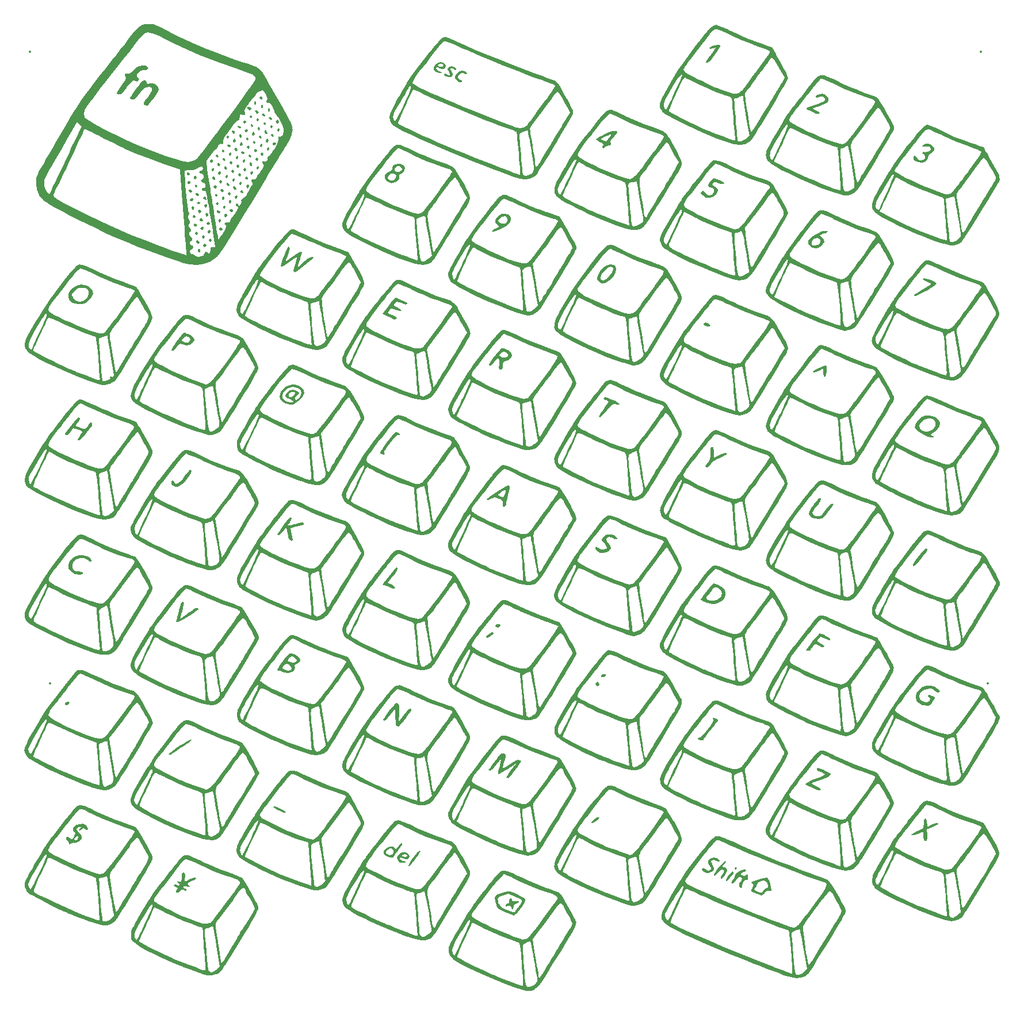
<source format=gto>
%TF.GenerationSoftware,KiCad,Pcbnew,8.0.1*%
%TF.CreationDate,2024-03-27T10:43:22-04:00*%
%TF.ProjectId,base_plate,62617365-5f70-46c6-9174-652e6b696361,rev?*%
%TF.SameCoordinates,Original*%
%TF.FileFunction,Legend,Top*%
%TF.FilePolarity,Positive*%
%FSLAX46Y46*%
G04 Gerber Fmt 4.6, Leading zero omitted, Abs format (unit mm)*
G04 Created by KiCad (PCBNEW 8.0.1) date 2024-03-27 10:43:22*
%MOMM*%
%LPD*%
G01*
G04 APERTURE LIST*
%ADD10C,0.000000*%
%ADD11C,0.350000*%
G04 APERTURE END LIST*
D10*
%TO.C,G\u002A\u002A\u002A*%
G36*
X116329773Y-92829467D02*
G01*
X116266272Y-92892966D01*
X116202773Y-92829467D01*
X116266272Y-92765966D01*
X116329773Y-92829467D01*
G37*
G36*
X132839772Y-125214466D02*
G01*
X132776273Y-125277966D01*
X132712773Y-125214466D01*
X132776273Y-125150965D01*
X132839772Y-125214466D01*
G37*
G36*
X101875181Y-59362815D02*
G01*
X101954595Y-59523716D01*
X101905062Y-59712587D01*
X101788272Y-59745966D01*
X101627561Y-59654829D01*
X101620211Y-59548758D01*
X101730110Y-59353683D01*
X101875181Y-59362815D01*
G37*
G36*
X105812180Y-46027815D02*
G01*
X105891596Y-46188716D01*
X105842063Y-46377587D01*
X105725273Y-46410966D01*
X105564561Y-46319829D01*
X105557210Y-46213758D01*
X105667110Y-46018683D01*
X105812180Y-46027815D01*
G37*
G36*
X107844180Y-47043815D02*
G01*
X107923595Y-47204717D01*
X107874063Y-47393586D01*
X107757273Y-47426966D01*
X107596562Y-47335830D01*
X107589210Y-47229758D01*
X107699111Y-47034683D01*
X107844180Y-47043815D01*
G37*
G36*
X177217294Y-156855690D02*
G01*
X177189907Y-157018690D01*
X177055393Y-157127259D01*
X176928919Y-157090492D01*
X176928393Y-156972384D01*
X177028579Y-156793458D01*
X177099273Y-156767257D01*
X177217294Y-156855690D01*
G37*
G36*
X96801960Y-55831371D02*
G01*
X96835272Y-55935966D01*
X96729696Y-56115288D01*
X96613023Y-56165789D01*
X96433005Y-56121611D01*
X96390773Y-55935966D01*
X96455049Y-55727525D01*
X96613023Y-55706144D01*
X96801960Y-55831371D01*
G37*
G36*
X97026936Y-57074681D02*
G01*
X97089273Y-57195383D01*
X97004415Y-57389766D01*
X96808968Y-57402486D01*
X96671760Y-57309153D01*
X96526605Y-57091745D01*
X96605567Y-56977646D01*
X96803523Y-56974883D01*
X97026936Y-57074681D01*
G37*
G36*
X97238919Y-58292564D02*
G01*
X97257335Y-58433691D01*
X97137006Y-58649091D01*
X96948948Y-58700507D01*
X96859085Y-58647945D01*
X96769118Y-58430057D01*
X96882777Y-58258766D01*
X97035084Y-58221966D01*
X97238919Y-58292564D01*
G37*
G36*
X97713095Y-62074043D02*
G01*
X97763595Y-62190716D01*
X97719417Y-62370734D01*
X97533773Y-62412966D01*
X97325331Y-62348688D01*
X97303950Y-62190716D01*
X97429178Y-62001777D01*
X97533773Y-61968467D01*
X97713095Y-62074043D01*
G37*
G36*
X97840001Y-56377701D02*
G01*
X97851273Y-56443967D01*
X97751123Y-56634659D01*
X97692522Y-56666216D01*
X97565060Y-56607273D01*
X97533773Y-56443967D01*
X97592291Y-56242536D01*
X97692522Y-56221716D01*
X97840001Y-56377701D01*
G37*
G36*
X97879415Y-63280845D02*
G01*
X97914773Y-63428966D01*
X97835363Y-63635822D01*
X97724273Y-63682967D01*
X97569131Y-63577086D01*
X97533773Y-63428966D01*
X97613181Y-63222110D01*
X97724273Y-63174966D01*
X97879415Y-63280845D01*
G37*
G36*
X98042936Y-57582681D02*
G01*
X98105273Y-57703383D01*
X98020416Y-57897767D01*
X97824969Y-57910487D01*
X97687760Y-57817154D01*
X97542606Y-57599744D01*
X97621566Y-57485646D01*
X97819523Y-57482883D01*
X98042936Y-57582681D01*
G37*
G36*
X98230101Y-65785166D02*
G01*
X98272856Y-65947164D01*
X98237064Y-66176297D01*
X98114105Y-66222966D01*
X97952309Y-66113418D01*
X97914773Y-65894883D01*
X97973853Y-65661894D01*
X98103008Y-65628831D01*
X98230101Y-65785166D01*
G37*
G36*
X98248629Y-58809375D02*
G01*
X98295773Y-58920467D01*
X98189894Y-59075609D01*
X98041773Y-59110967D01*
X97834916Y-59031557D01*
X97787772Y-58920467D01*
X97893651Y-58765323D01*
X98041773Y-58729967D01*
X98248629Y-58809375D01*
G37*
G36*
X98380671Y-60030017D02*
G01*
X98422773Y-60190466D01*
X98345775Y-60406248D01*
X98166644Y-60418556D01*
X98036145Y-60310685D01*
X97945110Y-60096788D01*
X98010689Y-59980250D01*
X98212082Y-59910335D01*
X98380671Y-60030017D01*
G37*
G36*
X98762028Y-62502768D02*
G01*
X98803773Y-62666966D01*
X98712314Y-62877143D01*
X98510609Y-62915480D01*
X98380439Y-62836299D01*
X98293028Y-62620845D01*
X98403956Y-62449386D01*
X98549772Y-62412966D01*
X98762028Y-62502768D01*
G37*
G36*
X98895414Y-63788846D02*
G01*
X98930772Y-63936966D01*
X98867216Y-64158216D01*
X98709092Y-64165415D01*
X98634440Y-64106300D01*
X98548962Y-63902895D01*
X98622411Y-63725613D01*
X98740272Y-63682967D01*
X98895414Y-63788846D01*
G37*
G36*
X99143919Y-65023563D02*
G01*
X99162335Y-65164692D01*
X99042006Y-65380091D01*
X98853948Y-65431506D01*
X98764085Y-65378945D01*
X98674118Y-65161056D01*
X98787777Y-64989765D01*
X98940084Y-64952966D01*
X99143919Y-65023563D01*
G37*
G36*
X99278324Y-59216786D02*
G01*
X99311772Y-59364966D01*
X99220293Y-59574161D01*
X99020843Y-59616635D01*
X98897190Y-59543049D01*
X98863482Y-59366811D01*
X98975159Y-59181417D01*
X99134861Y-59110967D01*
X99278324Y-59216786D01*
G37*
G36*
X99618095Y-61820043D02*
G01*
X99668595Y-61936716D01*
X99624417Y-62116733D01*
X99438773Y-62158967D01*
X99230331Y-62094689D01*
X99208950Y-61936716D01*
X99334178Y-61747778D01*
X99438773Y-61714466D01*
X99618095Y-61820043D01*
G37*
G36*
X99785130Y-63026708D02*
G01*
X99819773Y-63174966D01*
X99729395Y-63379278D01*
X99536909Y-63423903D01*
X99375273Y-63301967D01*
X99358721Y-63088950D01*
X99523875Y-62940056D01*
X99636768Y-62920967D01*
X99785130Y-63026708D01*
G37*
G36*
X99911415Y-64296845D02*
G01*
X99946773Y-64444967D01*
X99867363Y-64651823D01*
X99756273Y-64698966D01*
X99601130Y-64593087D01*
X99565773Y-64444967D01*
X99645182Y-64238109D01*
X99756273Y-64190966D01*
X99911415Y-64296845D01*
G37*
G36*
X100292415Y-53882846D02*
G01*
X100327773Y-54030966D01*
X100248363Y-54237822D01*
X100137273Y-54284966D01*
X99982130Y-54179087D01*
X99946773Y-54030966D01*
X100026182Y-53824110D01*
X100137273Y-53776967D01*
X100292415Y-53882846D01*
G37*
G36*
X100645272Y-57541040D02*
G01*
X100814058Y-57700944D01*
X100835772Y-57791054D01*
X100733819Y-57947562D01*
X100645272Y-57967967D01*
X100490055Y-57862511D01*
X100454772Y-57717951D01*
X100516301Y-57536010D01*
X100645272Y-57541040D01*
G37*
G36*
X100674131Y-56422707D02*
G01*
X100708773Y-56570966D01*
X100660169Y-56786852D01*
X100493822Y-56791758D01*
X100343252Y-56710220D01*
X100240433Y-56543898D01*
X100326900Y-56380280D01*
X100525767Y-56316966D01*
X100674131Y-56422707D01*
G37*
G36*
X100917950Y-51960936D02*
G01*
X100940334Y-52041240D01*
X100885626Y-52222496D01*
X100781585Y-52252967D01*
X100616709Y-52146135D01*
X100581773Y-51988383D01*
X100648685Y-51802185D01*
X100790303Y-51797393D01*
X100917950Y-51960936D01*
G37*
G36*
X100940645Y-58958625D02*
G01*
X100962773Y-59047466D01*
X100861113Y-59215839D01*
X100772273Y-59237966D01*
X100603899Y-59136306D01*
X100581773Y-59047466D01*
X100683432Y-58879094D01*
X100772273Y-58856966D01*
X100940645Y-58958625D01*
G37*
G36*
X101089773Y-53078466D02*
G01*
X101207184Y-53249601D01*
X101181927Y-53439720D01*
X101039861Y-53522966D01*
X100842881Y-53420700D01*
X100791407Y-53336534D01*
X100803078Y-53125127D01*
X100964753Y-53039055D01*
X101089773Y-53078466D01*
G37*
G36*
X101308415Y-61375845D02*
G01*
X101343773Y-61523966D01*
X101264363Y-61730822D01*
X101153273Y-61777967D01*
X100998131Y-61672086D01*
X100962773Y-61523966D01*
X101042181Y-61317110D01*
X101153273Y-61269966D01*
X101308415Y-61375845D01*
G37*
G36*
X101309130Y-54390708D02*
G01*
X101343773Y-54538967D01*
X101253395Y-54743277D01*
X101060909Y-54787904D01*
X100899273Y-54665966D01*
X100882721Y-54452949D01*
X101047875Y-54304055D01*
X101160768Y-54284966D01*
X101309130Y-54390708D01*
G37*
G36*
X101435415Y-55660845D02*
G01*
X101470773Y-55808966D01*
X101407215Y-56030216D01*
X101249091Y-56037414D01*
X101174439Y-55978299D01*
X101088962Y-55774895D01*
X101162412Y-55597614D01*
X101280273Y-55554966D01*
X101435415Y-55660845D01*
G37*
G36*
X101500961Y-62689371D02*
G01*
X101534273Y-62793966D01*
X101428695Y-62973288D01*
X101312022Y-63023789D01*
X101132006Y-62979611D01*
X101089773Y-62793966D01*
X101154050Y-62585525D01*
X101312022Y-62564144D01*
X101500961Y-62689371D01*
G37*
G36*
X101586707Y-56881626D02*
G01*
X101713946Y-57072422D01*
X101724773Y-57149961D01*
X101633883Y-57302238D01*
X101441909Y-57319271D01*
X101273433Y-57194900D01*
X101267700Y-57004700D01*
X101410565Y-56869730D01*
X101586707Y-56881626D01*
G37*
G36*
X101806950Y-51198936D02*
G01*
X101829335Y-51279240D01*
X101774627Y-51460496D01*
X101670585Y-51490967D01*
X101505710Y-51384135D01*
X101470773Y-51226383D01*
X101537685Y-51040185D01*
X101679303Y-51035393D01*
X101806950Y-51198936D01*
G37*
G36*
X101816415Y-58073846D02*
G01*
X101851773Y-58221966D01*
X101772363Y-58428822D01*
X101661273Y-58475966D01*
X101506130Y-58370087D01*
X101470773Y-58221966D01*
X101550182Y-58015110D01*
X101661273Y-57967967D01*
X101816415Y-58073846D01*
G37*
G36*
X101933949Y-52468935D02*
G01*
X101956335Y-52549241D01*
X101901627Y-52730495D01*
X101797584Y-52760966D01*
X101632709Y-52654136D01*
X101597772Y-52496382D01*
X101664684Y-52310184D01*
X101806302Y-52305393D01*
X101933949Y-52468935D01*
G37*
G36*
X102105773Y-53586467D02*
G01*
X102223185Y-53757600D01*
X102197927Y-53947719D01*
X102055860Y-54030966D01*
X101858882Y-53928701D01*
X101807406Y-53844533D01*
X101819078Y-53633127D01*
X101980752Y-53547054D01*
X102105773Y-53586467D01*
G37*
G36*
X102324414Y-54898845D02*
G01*
X102359772Y-55046966D01*
X102280364Y-55253822D01*
X102169272Y-55300967D01*
X102014130Y-55195086D01*
X101978772Y-55046966D01*
X102058182Y-54840110D01*
X102169272Y-54792966D01*
X102324414Y-54898845D01*
G37*
G36*
X102479762Y-49118412D02*
G01*
X102486773Y-49194383D01*
X102406095Y-49412705D01*
X102286961Y-49458966D01*
X102134370Y-49363748D01*
X102128210Y-49247240D01*
X102234266Y-49035545D01*
X102381008Y-48988244D01*
X102479762Y-49118412D01*
G37*
G36*
X102705414Y-57438845D02*
G01*
X102740772Y-57586967D01*
X102661364Y-57793823D01*
X102550272Y-57840966D01*
X102395130Y-57735087D01*
X102359772Y-57586967D01*
X102439182Y-57380109D01*
X102550272Y-57332966D01*
X102705414Y-57438845D01*
G37*
G36*
X102832415Y-51596846D02*
G01*
X102867773Y-51744966D01*
X102788363Y-51951822D01*
X102677273Y-51998966D01*
X102522131Y-51893087D01*
X102486773Y-51744966D01*
X102566181Y-51538110D01*
X102677273Y-51490967D01*
X102832415Y-51596846D01*
G37*
G36*
X102832415Y-58581845D02*
G01*
X102867773Y-58729967D01*
X102788363Y-58936823D01*
X102677273Y-58983966D01*
X102522131Y-58878087D01*
X102486773Y-58729967D01*
X102566181Y-58523109D01*
X102677273Y-58475966D01*
X102832415Y-58581845D01*
G37*
G36*
X102959415Y-52866845D02*
G01*
X102994773Y-53014967D01*
X102915363Y-53221823D01*
X102804273Y-53268966D01*
X102649130Y-53163087D01*
X102613773Y-53014967D01*
X102693182Y-52808109D01*
X102804273Y-52760966D01*
X102959415Y-52866845D01*
G37*
G36*
X103213415Y-54136845D02*
G01*
X103248773Y-54284966D01*
X103169363Y-54491822D01*
X103058273Y-54538967D01*
X102903131Y-54433086D01*
X102867773Y-54284966D01*
X102947181Y-54078110D01*
X103058273Y-54030966D01*
X103213415Y-54136845D01*
G37*
G36*
X103340415Y-55406846D02*
G01*
X103375773Y-55554966D01*
X103296363Y-55761822D01*
X103185273Y-55808966D01*
X103030130Y-55703087D01*
X102994773Y-55554966D01*
X103074182Y-55348110D01*
X103185273Y-55300967D01*
X103340415Y-55406846D01*
G37*
G36*
X103734732Y-57938784D02*
G01*
X103756773Y-58023971D01*
X103686465Y-58231845D01*
X103536423Y-58302503D01*
X103456986Y-58260846D01*
X103374438Y-58058942D01*
X103450343Y-57882468D01*
X103566273Y-57840966D01*
X103734732Y-57938784D01*
G37*
G36*
X103848414Y-52104845D02*
G01*
X103883772Y-52252967D01*
X103804364Y-52459823D01*
X103693272Y-52506966D01*
X103538130Y-52401087D01*
X103502772Y-52252967D01*
X103582182Y-52046109D01*
X103693272Y-51998966D01*
X103848414Y-52104845D01*
G37*
G36*
X103975415Y-53374845D02*
G01*
X104010773Y-53522966D01*
X103947216Y-53744216D01*
X103789091Y-53751414D01*
X103714439Y-53692299D01*
X103628963Y-53488895D01*
X103702412Y-53311614D01*
X103820273Y-53268966D01*
X103975415Y-53374845D01*
G37*
G36*
X104229414Y-54644846D02*
G01*
X104264772Y-54792966D01*
X104185364Y-54999822D01*
X104074272Y-55046966D01*
X103919130Y-54941087D01*
X103883772Y-54792966D01*
X103963182Y-54586110D01*
X104074272Y-54538967D01*
X104229414Y-54644846D01*
G37*
G36*
X104356415Y-55914845D02*
G01*
X104391773Y-56062967D01*
X104312363Y-56269823D01*
X104201273Y-56316966D01*
X104046131Y-56211087D01*
X104010773Y-56062967D01*
X104090181Y-55856109D01*
X104201273Y-55808966D01*
X104356415Y-55914845D01*
G37*
G36*
X104864415Y-52612845D02*
G01*
X104899773Y-52760966D01*
X104820363Y-52967822D01*
X104709273Y-53014967D01*
X104554130Y-52909086D01*
X104518773Y-52760966D01*
X104598182Y-52554110D01*
X104709273Y-52506966D01*
X104864415Y-52612845D01*
G37*
G36*
X104991414Y-53882846D02*
G01*
X105026772Y-54030966D01*
X104963216Y-54252216D01*
X104805092Y-54259415D01*
X104730440Y-54200300D01*
X104644962Y-53996895D01*
X104718411Y-53819613D01*
X104836272Y-53776967D01*
X104991414Y-53882846D01*
G37*
G36*
X105004733Y-46889784D02*
G01*
X105026772Y-46974971D01*
X104956466Y-47182845D01*
X104806422Y-47253503D01*
X104726987Y-47211846D01*
X104644439Y-47009942D01*
X104720342Y-46833468D01*
X104836272Y-46791966D01*
X105004733Y-46889784D01*
G37*
G36*
X105252554Y-48158894D02*
G01*
X105258335Y-48273692D01*
X105140838Y-48485381D01*
X104960469Y-48539823D01*
X104840415Y-48449670D01*
X104819529Y-48231650D01*
X104986301Y-48081906D01*
X105107079Y-48061967D01*
X105252554Y-48158894D01*
G37*
G36*
X105362949Y-49420935D02*
G01*
X105385335Y-49501241D01*
X105330627Y-49682495D01*
X105226584Y-49712966D01*
X105061709Y-49606136D01*
X105026772Y-49448382D01*
X105093684Y-49262184D01*
X105235302Y-49257393D01*
X105362949Y-49420935D01*
G37*
G36*
X105499415Y-50580845D02*
G01*
X105534773Y-50728967D01*
X105455363Y-50935823D01*
X105344273Y-50982966D01*
X105189131Y-50877087D01*
X105153773Y-50728967D01*
X105233181Y-50522109D01*
X105344273Y-50474966D01*
X105499415Y-50580845D01*
G37*
G36*
X105743949Y-51960936D02*
G01*
X105766335Y-52041240D01*
X105711627Y-52222496D01*
X105607584Y-52252967D01*
X105442709Y-52146135D01*
X105407772Y-51988383D01*
X105474684Y-51802185D01*
X105616302Y-51797393D01*
X105743949Y-51960936D01*
G37*
G36*
X105896519Y-47286779D02*
G01*
X106023957Y-47488481D01*
X106023518Y-47597589D01*
X105921027Y-47730554D01*
X105808026Y-47694153D01*
X105680588Y-47492451D01*
X105681027Y-47383343D01*
X105783518Y-47250378D01*
X105896519Y-47286779D01*
G37*
G36*
X106020732Y-54382784D02*
G01*
X106042773Y-54467970D01*
X105972465Y-54675845D01*
X105822423Y-54746502D01*
X105742986Y-54704847D01*
X105660438Y-54502941D01*
X105736343Y-54326468D01*
X105852273Y-54284966D01*
X106020732Y-54382784D01*
G37*
G36*
X106378950Y-49928936D02*
G01*
X106401335Y-50009240D01*
X106346627Y-50190495D01*
X106242585Y-50220966D01*
X106077710Y-50114136D01*
X106042773Y-49956383D01*
X106109685Y-49770185D01*
X106251303Y-49765394D01*
X106378950Y-49928936D01*
G37*
G36*
X106492356Y-51030843D02*
G01*
X106644036Y-51169751D01*
X106648646Y-51260846D01*
X106504596Y-51439260D01*
X106326788Y-51408824D01*
X106245930Y-51287657D01*
X106211927Y-51050640D01*
X106357463Y-50992940D01*
X106492356Y-51030843D01*
G37*
G36*
X106499973Y-44048766D02*
G01*
X106505379Y-44302665D01*
X106444799Y-44408739D01*
X106306373Y-44461397D01*
X106220573Y-44328167D01*
X106215165Y-44074268D01*
X106275746Y-43968192D01*
X106414173Y-43915535D01*
X106499973Y-44048766D01*
G37*
G36*
X106755605Y-45349628D02*
G01*
X106877943Y-45528105D01*
X106838355Y-45700050D01*
X106659890Y-45766877D01*
X106449173Y-45623567D01*
X106306085Y-45406997D01*
X106391637Y-45286716D01*
X106537185Y-45267966D01*
X106755605Y-45349628D01*
G37*
G36*
X106769415Y-52358846D02*
G01*
X106804773Y-52506966D01*
X106725363Y-52713822D01*
X106614273Y-52760966D01*
X106459130Y-52655087D01*
X106423773Y-52506966D01*
X106503182Y-52300110D01*
X106614273Y-52252967D01*
X106769415Y-52358846D01*
G37*
G36*
X106903175Y-53618184D02*
G01*
X106909335Y-53734692D01*
X106803279Y-53946387D01*
X106656537Y-53993688D01*
X106557783Y-53863520D01*
X106550772Y-53787549D01*
X106631450Y-53569227D01*
X106750584Y-53522966D01*
X106903175Y-53618184D01*
G37*
G36*
X106924761Y-46578411D02*
G01*
X106931772Y-46654383D01*
X106851095Y-46872704D01*
X106731960Y-46918967D01*
X106579371Y-46823748D01*
X106573211Y-46707240D01*
X106679265Y-46495544D01*
X106826009Y-46448244D01*
X106924761Y-46578411D01*
G37*
G36*
X106947846Y-47773239D02*
G01*
X107048330Y-47970606D01*
X107023226Y-48153855D01*
X106901408Y-48228420D01*
X106818017Y-48198440D01*
X106703903Y-47997650D01*
X106726929Y-47863047D01*
X106839059Y-47719029D01*
X106947846Y-47773239D01*
G37*
G36*
X107267949Y-49166936D02*
G01*
X107290335Y-49247240D01*
X107235627Y-49428495D01*
X107131584Y-49458966D01*
X106966709Y-49352136D01*
X106931772Y-49194383D01*
X106998684Y-49008185D01*
X107140302Y-49003394D01*
X107267949Y-49166936D01*
G37*
G36*
X107404415Y-50326845D02*
G01*
X107439773Y-50474966D01*
X107360363Y-50681822D01*
X107249273Y-50728967D01*
X107094131Y-50623086D01*
X107058773Y-50474966D01*
X107138181Y-50268110D01*
X107249273Y-50220966D01*
X107404415Y-50326845D01*
G37*
G36*
X107407802Y-43341881D02*
G01*
X107439773Y-43489967D01*
X107378582Y-43709882D01*
X107219294Y-43705989D01*
X107075424Y-43573530D01*
X107002491Y-43367327D01*
X107152437Y-43248257D01*
X107270439Y-43235966D01*
X107407802Y-43341881D01*
G37*
G36*
X107515973Y-44556767D02*
G01*
X107521380Y-44810664D01*
X107460800Y-44916740D01*
X107322372Y-44969397D01*
X107236572Y-44836166D01*
X107231165Y-44582267D01*
X107291745Y-44476193D01*
X107430173Y-44423535D01*
X107515973Y-44556767D01*
G37*
G36*
X107531415Y-51596846D02*
G01*
X107566773Y-51744966D01*
X107503215Y-51966216D01*
X107345091Y-51973415D01*
X107270439Y-51914300D01*
X107184962Y-51710895D01*
X107258412Y-51533613D01*
X107376273Y-51490967D01*
X107531415Y-51596846D01*
G37*
G36*
X107685762Y-45829814D02*
G01*
X107811011Y-46065608D01*
X107759708Y-46191219D01*
X107569074Y-46150682D01*
X107501807Y-46106411D01*
X107336762Y-45925232D01*
X107388005Y-45779133D01*
X107550485Y-45718182D01*
X107685762Y-45829814D01*
G37*
G36*
X108420414Y-50834846D02*
G01*
X108455772Y-50982966D01*
X108376364Y-51189822D01*
X108265272Y-51236966D01*
X108110130Y-51131087D01*
X108074772Y-50982966D01*
X108154182Y-50776110D01*
X108265272Y-50728967D01*
X108420414Y-50834846D01*
G37*
G36*
X108531972Y-45064766D02*
G01*
X108537380Y-45318665D01*
X108476799Y-45424739D01*
X108338372Y-45477396D01*
X108252573Y-45344166D01*
X108247166Y-45090267D01*
X108307746Y-44984193D01*
X108446172Y-44931536D01*
X108531972Y-45064766D01*
G37*
G36*
X108701762Y-46337814D02*
G01*
X108827010Y-46573607D01*
X108775707Y-46699218D01*
X108585074Y-46658682D01*
X108517808Y-46614411D01*
X108352763Y-46433231D01*
X108404004Y-46287134D01*
X108566484Y-46226183D01*
X108701762Y-46337814D01*
G37*
G36*
X108956762Y-47594412D02*
G01*
X108963773Y-47670383D01*
X108883095Y-47888705D01*
X108763961Y-47934966D01*
X108611370Y-47839748D01*
X108605210Y-47723240D01*
X108711266Y-47511545D01*
X108858008Y-47464244D01*
X108956762Y-47594412D01*
G37*
G36*
X109045950Y-48912936D02*
G01*
X109068335Y-48993240D01*
X109013627Y-49174496D01*
X108909585Y-49204967D01*
X108744710Y-49098135D01*
X108709773Y-48940383D01*
X108776685Y-48754185D01*
X108918303Y-48749393D01*
X109045950Y-48912936D01*
G37*
G36*
X109944414Y-48040845D02*
G01*
X109979772Y-48188966D01*
X109900364Y-48395822D01*
X109789272Y-48442967D01*
X109634130Y-48337086D01*
X109598772Y-48188966D01*
X109678182Y-47982110D01*
X109789272Y-47934966D01*
X109944414Y-48040845D01*
G37*
G36*
X97265573Y-59419691D02*
G01*
X97393323Y-59612177D01*
X97370880Y-59841791D01*
X97294163Y-59927573D01*
X97128852Y-59906474D01*
X97047428Y-59835558D01*
X96984945Y-59635374D01*
X97055898Y-59455439D01*
X97207608Y-59396175D01*
X97265573Y-59419691D01*
G37*
G36*
X97419083Y-60725621D02*
G01*
X97560378Y-60868085D01*
X97595276Y-61027881D01*
X97575003Y-61059401D01*
X97373820Y-61143579D01*
X97196091Y-61073975D01*
X97152773Y-60959961D01*
X97220886Y-60749838D01*
X97265382Y-60707360D01*
X97419083Y-60725621D01*
G37*
G36*
X97640270Y-54981962D02*
G01*
X97675107Y-55010501D01*
X97746212Y-55210766D01*
X97653582Y-55387791D01*
X97533773Y-55427966D01*
X97370889Y-55335455D01*
X97336433Y-55289900D01*
X97321598Y-55096215D01*
X97455966Y-54966270D01*
X97640270Y-54981962D01*
G37*
G36*
X98585253Y-61310459D02*
G01*
X98599685Y-61343853D01*
X98666588Y-61569086D01*
X98584104Y-61643960D01*
X98422773Y-61650966D01*
X98210516Y-61561163D01*
X98168772Y-61396967D01*
X98249757Y-61190291D01*
X98423294Y-61157177D01*
X98585253Y-61310459D01*
G37*
G36*
X98995281Y-57964112D02*
G01*
X99131634Y-58168892D01*
X99175847Y-58380716D01*
X99103769Y-58476171D01*
X98929544Y-58455437D01*
X98761751Y-58344129D01*
X98717781Y-58272648D01*
X98737778Y-58043817D01*
X98816987Y-57959799D01*
X98995281Y-57964112D01*
G37*
G36*
X100099178Y-52583502D02*
G01*
X100128119Y-52798050D01*
X100114934Y-52836882D01*
X99962472Y-53000387D01*
X99784232Y-52972970D01*
X99693024Y-52774919D01*
X99692772Y-52760966D01*
X99763382Y-52554923D01*
X99862106Y-52506966D01*
X100099178Y-52583502D01*
G37*
G36*
X100486509Y-55203279D02*
G01*
X100495934Y-55225050D01*
X100497552Y-55452525D01*
X100354578Y-55554384D01*
X100158440Y-55470299D01*
X100078649Y-55277682D01*
X100073772Y-55216299D01*
X100158701Y-55070750D01*
X100335350Y-55067219D01*
X100486509Y-55203279D01*
G37*
G36*
X102200802Y-60613880D02*
G01*
X102232773Y-60761966D01*
X102148844Y-60967980D01*
X101972268Y-61004370D01*
X101815854Y-60850847D01*
X101810610Y-60837882D01*
X101809731Y-60606210D01*
X102019352Y-60509459D01*
X102063440Y-60507966D01*
X102200802Y-60613880D01*
G37*
G36*
X102639677Y-50360337D02*
G01*
X102740160Y-50536316D01*
X102740772Y-50552054D01*
X102648599Y-50699033D01*
X102456221Y-50716725D01*
X102296273Y-50601966D01*
X102275136Y-50392136D01*
X102292845Y-50353512D01*
X102450527Y-50281653D01*
X102639677Y-50360337D01*
G37*
G36*
X103052342Y-59943813D02*
G01*
X103069853Y-60108014D01*
X103067048Y-60112767D01*
X102892218Y-60240779D01*
X102701223Y-60221754D01*
X102613773Y-60070961D01*
X102674679Y-59865588D01*
X102715086Y-59825342D01*
X102897902Y-59820039D01*
X103052342Y-59943813D01*
G37*
G36*
X103300710Y-48377576D02*
G01*
X103360902Y-48596337D01*
X103356518Y-48623298D01*
X103299320Y-48763653D01*
X103169903Y-48727014D01*
X103058273Y-48648380D01*
X102892071Y-48454196D01*
X102932334Y-48329804D01*
X103125594Y-48266409D01*
X103300710Y-48377576D01*
G37*
G36*
X103397936Y-56530961D02*
G01*
X103507239Y-56639849D01*
X103584428Y-56858063D01*
X103474689Y-56997185D01*
X103280523Y-56989008D01*
X103163316Y-56853582D01*
X103122980Y-56640608D01*
X103170161Y-56472728D01*
X103233222Y-56443967D01*
X103397936Y-56530961D01*
G37*
G36*
X103681710Y-50917575D02*
G01*
X103741902Y-51136338D01*
X103737518Y-51163299D01*
X103680320Y-51303654D01*
X103550903Y-51267014D01*
X103439273Y-51188381D01*
X103273071Y-50994197D01*
X103313334Y-50869805D01*
X103506594Y-50806410D01*
X103681710Y-50917575D01*
G37*
G36*
X104173604Y-47662838D02*
G01*
X104264772Y-47803980D01*
X104172851Y-47917682D01*
X103981368Y-47916674D01*
X103816745Y-47802212D01*
X103815050Y-47799516D01*
X103782701Y-47626511D01*
X103802078Y-47593328D01*
X103971861Y-47568444D01*
X104173604Y-47662838D01*
G37*
G36*
X104200139Y-48748055D02*
G01*
X104326373Y-48906135D01*
X104368856Y-49056164D01*
X104340968Y-49286570D01*
X104199831Y-49322034D01*
X104095439Y-49247300D01*
X104023778Y-49061453D01*
X104010773Y-48919217D01*
X104070389Y-48743027D01*
X104200139Y-48748055D01*
G37*
G36*
X104511476Y-57192332D02*
G01*
X104590421Y-57395262D01*
X104505867Y-57458526D01*
X104467236Y-57459966D01*
X104244476Y-57377264D01*
X104194433Y-57321900D01*
X104191991Y-57121967D01*
X104238672Y-57054266D01*
X104386110Y-57030521D01*
X104511476Y-57192332D01*
G37*
G36*
X104671677Y-51376338D02*
G01*
X104772161Y-51552317D01*
X104772773Y-51568053D01*
X104680599Y-51715032D01*
X104488221Y-51732725D01*
X104328273Y-51617966D01*
X104307137Y-51408135D01*
X104324844Y-51369513D01*
X104482527Y-51297653D01*
X104671677Y-51376338D01*
G37*
G36*
X105090273Y-55001039D02*
G01*
X105254942Y-55163019D01*
X105258942Y-55378466D01*
X105171486Y-55480518D01*
X105000803Y-55482596D01*
X104980986Y-55466847D01*
X104892947Y-55274127D01*
X104922201Y-55079246D01*
X105043122Y-54991430D01*
X105090273Y-55001039D01*
G37*
G36*
X105418830Y-56286515D02*
G01*
X105448035Y-56495324D01*
X105347277Y-56695130D01*
X105338226Y-56702984D01*
X105173595Y-56781176D01*
X105080522Y-56654850D01*
X105064481Y-56396334D01*
X105183995Y-56215686D01*
X105274680Y-56189966D01*
X105418830Y-56286515D01*
G37*
G36*
X105680160Y-44902058D02*
G01*
X105765038Y-45045716D01*
X105719850Y-45226218D01*
X105542703Y-45256520D01*
X105314996Y-45124229D01*
X105306173Y-45115566D01*
X105162287Y-44898936D01*
X105242447Y-44785358D01*
X105438225Y-44782883D01*
X105680160Y-44902058D01*
G37*
G36*
X105724139Y-52939055D02*
G01*
X105850373Y-53097135D01*
X105892856Y-53247164D01*
X105864968Y-53477570D01*
X105723831Y-53513034D01*
X105619439Y-53438300D01*
X105547778Y-53252453D01*
X105534773Y-53110217D01*
X105594389Y-52934027D01*
X105724139Y-52939055D01*
G37*
G36*
X107965946Y-48281786D02*
G01*
X108090146Y-48483929D01*
X108131711Y-48680921D01*
X108095447Y-48747689D01*
X107926389Y-48729764D01*
X107841102Y-48666497D01*
X107714967Y-48454574D01*
X107712170Y-48260867D01*
X107816304Y-48188966D01*
X107965946Y-48281786D01*
G37*
G36*
X108294170Y-49564232D02*
G01*
X108328773Y-49705470D01*
X108269031Y-49951575D01*
X108132255Y-50052027D01*
X108028986Y-50005847D01*
X107946173Y-49801655D01*
X107985392Y-49577658D01*
X108121427Y-49460027D01*
X108138273Y-49458966D01*
X108294170Y-49564232D01*
G37*
G36*
X109325850Y-50034312D02*
G01*
X109444863Y-50166630D01*
X109440060Y-50252783D01*
X109292397Y-50407536D01*
X109071219Y-50456954D01*
X108920493Y-50380685D01*
X108918629Y-50190807D01*
X108959334Y-50101146D01*
X109125749Y-50000417D01*
X109325850Y-50034312D01*
G37*
G36*
X109807145Y-46764906D02*
G01*
X109851992Y-46980177D01*
X109788443Y-47183957D01*
X109740162Y-47227572D01*
X109577777Y-47203076D01*
X109475229Y-47113631D01*
X109389615Y-46874069D01*
X109510622Y-46700547D01*
X109669767Y-46664966D01*
X109807145Y-46764906D01*
G37*
G36*
X142340174Y-121008979D02*
G01*
X142427445Y-121149471D01*
X142348121Y-121297530D01*
X142103184Y-121454982D01*
X141855992Y-121417429D01*
X141814439Y-121383298D01*
X141725570Y-121170181D01*
X141843464Y-121002898D01*
X142026105Y-120959965D01*
X142340174Y-121008979D01*
G37*
G36*
X78942576Y-132441381D02*
G01*
X79076327Y-132541332D01*
X78991521Y-132707767D01*
X78990525Y-132708969D01*
X78769236Y-132861691D01*
X78531198Y-132886225D01*
X78374621Y-132783420D01*
X78356772Y-132703480D01*
X78461867Y-132493624D01*
X78714317Y-132404310D01*
X78942576Y-132441381D01*
G37*
G36*
X96677229Y-54534312D02*
G01*
X96771723Y-54721254D01*
X96771773Y-54725480D01*
X96686025Y-54887265D01*
X96503063Y-54904541D01*
X96334307Y-54777663D01*
X96307598Y-54723989D01*
X96279963Y-54514185D01*
X96306105Y-54454299D01*
X96482352Y-54422225D01*
X96677229Y-54534312D01*
G37*
G36*
X98074229Y-64567313D02*
G01*
X98168724Y-64754255D01*
X98168772Y-64758480D01*
X98083025Y-64920266D01*
X97900062Y-64937541D01*
X97731308Y-64810662D01*
X97704597Y-64756989D01*
X97676963Y-64547186D01*
X97703106Y-64487300D01*
X97879352Y-64455225D01*
X98074229Y-64567313D01*
G37*
G36*
X99473789Y-60544436D02*
G01*
X99481136Y-60562181D01*
X99466082Y-60756080D01*
X99338601Y-60917783D01*
X99182247Y-60956801D01*
X99141338Y-60930197D01*
X99069573Y-60744516D01*
X99057773Y-60613799D01*
X99141618Y-60422792D01*
X99317913Y-60395082D01*
X99473789Y-60544436D01*
G37*
G36*
X101122229Y-60122312D02*
G01*
X101216724Y-60309254D01*
X101216772Y-60313481D01*
X101131025Y-60475266D01*
X100948062Y-60492540D01*
X100779308Y-60365663D01*
X100752597Y-60311988D01*
X100724963Y-60102185D01*
X100751106Y-60042299D01*
X100927352Y-60010224D01*
X101122229Y-60122312D01*
G37*
G36*
X102290276Y-55982690D02*
G01*
X102476387Y-56111432D01*
X102603048Y-56280672D01*
X102613773Y-56332517D01*
X102527687Y-56437929D01*
X102345207Y-56421248D01*
X102180005Y-56303171D01*
X102149597Y-56247989D01*
X102123230Y-56036838D01*
X102150515Y-55975892D01*
X102290276Y-55982690D01*
G37*
G36*
X103410068Y-49561404D02*
G01*
X103478798Y-49778948D01*
X103416588Y-49976946D01*
X103415919Y-49977620D01*
X103254140Y-50036181D01*
X103208556Y-50011416D01*
X103129377Y-49822974D01*
X103139049Y-49597457D01*
X103227284Y-49463466D01*
X103252758Y-49458966D01*
X103410068Y-49561404D01*
G37*
G36*
X104426067Y-50069403D02*
G01*
X104494797Y-50286948D01*
X104432589Y-50484947D01*
X104431919Y-50485619D01*
X104270139Y-50544180D01*
X104224556Y-50519417D01*
X104145377Y-50330975D01*
X104155050Y-50105457D01*
X104243283Y-49971467D01*
X104268758Y-49966967D01*
X104426067Y-50069403D01*
G37*
G36*
X106204067Y-48545403D02*
G01*
X106272797Y-48762948D01*
X106210589Y-48960947D01*
X106209920Y-48961619D01*
X106048140Y-49020180D01*
X106002555Y-48995417D01*
X105923378Y-48806975D01*
X105933050Y-48581457D01*
X106021284Y-48447467D01*
X106046759Y-48442967D01*
X106204067Y-48545403D01*
G37*
G36*
X156905925Y-129605089D02*
G01*
X156927673Y-129626439D01*
X157048894Y-129860493D01*
X156972138Y-130047184D01*
X156787327Y-130103965D01*
X156567250Y-130014861D01*
X156475756Y-129930316D01*
X156407634Y-129746176D01*
X156530080Y-129591975D01*
X156720762Y-129495846D01*
X156905925Y-129605089D01*
G37*
G36*
X157922188Y-128374470D02*
G01*
X157963015Y-128542923D01*
X157962037Y-128548216D01*
X157825462Y-128730052D01*
X157581427Y-128815843D01*
X157352845Y-128775144D01*
X157291761Y-128714229D01*
X157265350Y-128501004D01*
X157449088Y-128359782D01*
X157685079Y-128325966D01*
X157922188Y-128374470D01*
G37*
G36*
X172932189Y-76663173D02*
G01*
X173201158Y-76805063D01*
X173347443Y-76954337D01*
X173352772Y-76982309D01*
X173250037Y-77112711D01*
X172975777Y-77118288D01*
X172622523Y-77014008D01*
X172382542Y-76852742D01*
X172354866Y-76675502D01*
X172445161Y-76584968D01*
X172645276Y-76574523D01*
X172932189Y-76663173D01*
G37*
G36*
X141465975Y-122309955D02*
G01*
X141374303Y-122488362D01*
X141055287Y-122723115D01*
X141048032Y-122727607D01*
X140644995Y-122939268D01*
X140403017Y-122979840D01*
X140332773Y-122871429D01*
X140428731Y-122709792D01*
X140661495Y-122501133D01*
X140948400Y-122303400D01*
X141206780Y-122174538D01*
X141343284Y-122163073D01*
X141465975Y-122309955D01*
G37*
G36*
X156999217Y-149464420D02*
G01*
X156970701Y-149617141D01*
X156740946Y-149841159D01*
X156572785Y-149959911D01*
X156165753Y-150204249D01*
X155926426Y-150288688D01*
X155830971Y-150220146D01*
X155826772Y-150176428D01*
X155922405Y-150027102D01*
X156154438Y-149812554D01*
X156440581Y-149596743D01*
X156698538Y-149443632D01*
X156815514Y-149407966D01*
X156999217Y-149464420D01*
G37*
G36*
X109217772Y-147845125D02*
G01*
X109481073Y-147917028D01*
X109843596Y-148060543D01*
X110233980Y-148241125D01*
X110580866Y-148424229D01*
X110812890Y-148575309D01*
X110868773Y-148644364D01*
X110822907Y-148738960D01*
X110661972Y-148742164D01*
X110350952Y-148646271D01*
X109854836Y-148443568D01*
X109749686Y-148397983D01*
X109332575Y-148192440D01*
X109068767Y-148015182D01*
X108980288Y-147889102D01*
X109089158Y-147837088D01*
X109217772Y-147845125D01*
G37*
G36*
X176763445Y-157511334D02*
G01*
X176781772Y-157599466D01*
X176722167Y-157768600D01*
X176671648Y-157789966D01*
X176542834Y-157887063D01*
X176339955Y-158133757D01*
X176225347Y-158297965D01*
X175966162Y-158637228D01*
X175767168Y-158796361D01*
X175654533Y-158759230D01*
X175638772Y-158659644D01*
X175714962Y-158460498D01*
X175905237Y-158164533D01*
X176152161Y-157844508D01*
X176398293Y-157573180D01*
X176586196Y-157423305D01*
X176623023Y-157412892D01*
X176763445Y-157511334D01*
G37*
G36*
X130655534Y-154398511D02*
G01*
X130638287Y-154542499D01*
X130534368Y-154718953D01*
X130313592Y-155041254D01*
X130014405Y-155454253D01*
X129841401Y-155685499D01*
X129434768Y-156204481D01*
X129151587Y-156519537D01*
X128979728Y-156641523D01*
X128907059Y-156581296D01*
X128902773Y-156525606D01*
X128973657Y-156364563D01*
X129162116Y-156055372D01*
X129431856Y-155651982D01*
X129746585Y-155208336D01*
X130070012Y-154778379D01*
X130127550Y-154705086D01*
X130354185Y-154476067D01*
X130548512Y-154368039D01*
X130655534Y-154398511D01*
G37*
G36*
X205256683Y-109857070D02*
G01*
X205270486Y-110061373D01*
X205084152Y-110374363D01*
X205010529Y-110462283D01*
X204749019Y-110782006D01*
X204417484Y-111216916D01*
X204093294Y-111664999D01*
X203730780Y-112139442D01*
X203457697Y-112394034D01*
X203258098Y-112440030D01*
X203142040Y-112336534D01*
X203182549Y-112190460D01*
X203350384Y-111898377D01*
X203609478Y-111508749D01*
X203923765Y-111070038D01*
X204257178Y-110630707D01*
X204573649Y-110239219D01*
X204837112Y-109944037D01*
X205011502Y-109793622D01*
X205041706Y-109783966D01*
X205256683Y-109857070D01*
G37*
G36*
X96950219Y-138011133D02*
G01*
X96915338Y-138120177D01*
X96715419Y-138313029D01*
X96335255Y-138603243D01*
X95759631Y-139004367D01*
X95420673Y-139232770D01*
X94745723Y-139678291D01*
X94252218Y-139987863D01*
X93915516Y-140173999D01*
X93710970Y-140249217D01*
X93613931Y-140226025D01*
X93596772Y-140158828D01*
X93696561Y-140054344D01*
X93965898Y-139844388D01*
X94359735Y-139559370D01*
X94833024Y-139229707D01*
X95340720Y-138885811D01*
X95837774Y-138558096D01*
X96279140Y-138276975D01*
X96619772Y-138072862D01*
X96814620Y-137976171D01*
X96835272Y-137972346D01*
X96950219Y-138011133D01*
G37*
G36*
X174661822Y-35664696D02*
G01*
X174770889Y-35713283D01*
X174790431Y-35865210D01*
X174665145Y-36151299D01*
X174386824Y-36584670D01*
X173947270Y-37178445D01*
X173501812Y-37743216D01*
X173201199Y-38066997D01*
X172943623Y-38255255D01*
X172769643Y-38285753D01*
X172717773Y-38173094D01*
X172787724Y-38001617D01*
X172946599Y-37760343D01*
X173143276Y-37495242D01*
X173420994Y-37115250D01*
X173662543Y-36781689D01*
X174149658Y-36105912D01*
X173687715Y-36192573D01*
X173372607Y-36228645D01*
X173240736Y-36169193D01*
X173225772Y-36094884D01*
X173338671Y-35957711D01*
X173621910Y-35825561D01*
X173992305Y-35718978D01*
X174366670Y-35658509D01*
X174661822Y-35664696D01*
G37*
G36*
X96917630Y-98305086D02*
G01*
X96987866Y-98366859D01*
X97009587Y-98502209D01*
X96896183Y-98756463D01*
X96633705Y-99155829D01*
X96394191Y-99482217D01*
X95866947Y-100123064D01*
X95409239Y-100538552D01*
X94998552Y-100740057D01*
X94612371Y-100738956D01*
X94252805Y-100564203D01*
X94031549Y-100301967D01*
X94002296Y-100097901D01*
X94104572Y-99840998D01*
X94268331Y-99816584D01*
X94443929Y-100028745D01*
X94458942Y-100060295D01*
X94658642Y-100288181D01*
X94939860Y-100276814D01*
X95301165Y-100027014D01*
X95741118Y-99539600D01*
X96014978Y-99172116D01*
X96317582Y-98756640D01*
X96568365Y-98434224D01*
X96730311Y-98251443D01*
X96766131Y-98226966D01*
X96917630Y-98305086D01*
G37*
G36*
X136954415Y-39478674D02*
G01*
X137355138Y-39602822D01*
X137514524Y-39777240D01*
X137476880Y-39931365D01*
X137316570Y-39979032D01*
X137171052Y-39912786D01*
X136846092Y-39827523D01*
X136502991Y-39899585D01*
X136251045Y-40097171D01*
X136203245Y-40194356D01*
X136209876Y-40498320D01*
X136377654Y-40740945D01*
X136601823Y-40822967D01*
X136759650Y-40905894D01*
X136743692Y-41063352D01*
X136681523Y-41115833D01*
X136489574Y-41128950D01*
X136395773Y-41106756D01*
X136040711Y-40898640D01*
X135808856Y-40591278D01*
X135760773Y-40382543D01*
X135848742Y-40121898D01*
X136066808Y-39819698D01*
X136133370Y-39751517D01*
X136421630Y-39518720D01*
X136686042Y-39448380D01*
X136954415Y-39478674D01*
G37*
G36*
X190451346Y-82962476D02*
G01*
X190490454Y-83272716D01*
X190454194Y-83796851D01*
X190374423Y-84216905D01*
X190264905Y-84481706D01*
X190148523Y-84543819D01*
X190043841Y-84386309D01*
X189992355Y-84043031D01*
X189989772Y-83928882D01*
X189975903Y-83591616D01*
X189940881Y-83391633D01*
X189921213Y-83367966D01*
X189776046Y-83420742D01*
X189491319Y-83553600D01*
X189354772Y-83621966D01*
X188924515Y-83807724D01*
X188616423Y-83872911D01*
X188471646Y-83810384D01*
X188465772Y-83776224D01*
X188571687Y-83673711D01*
X188844363Y-83506872D01*
X189216193Y-83309301D01*
X189619572Y-83114589D01*
X189986893Y-82956335D01*
X190250553Y-82868129D01*
X190309677Y-82859966D01*
X190451346Y-82962476D01*
G37*
G36*
X127295376Y-112698052D02*
G01*
X127304315Y-112851609D01*
X127184664Y-113107461D01*
X126922605Y-113497636D01*
X126609972Y-113916445D01*
X125837852Y-114927466D01*
X126417812Y-115173219D01*
X126767045Y-115360416D01*
X126965144Y-115543695D01*
X126989030Y-115685833D01*
X126815622Y-115749604D01*
X126775523Y-115750176D01*
X126530445Y-115697845D01*
X126169178Y-115568899D01*
X125999654Y-115496176D01*
X125634477Y-115346386D01*
X125347682Y-115256512D01*
X125269404Y-115244965D01*
X125109108Y-115206432D01*
X125092773Y-115178665D01*
X125167632Y-115032166D01*
X125367621Y-114745723D01*
X125655852Y-114364827D01*
X125995443Y-113934969D01*
X126349506Y-113501640D01*
X126681156Y-113110330D01*
X126953507Y-112806531D01*
X127129674Y-112635733D01*
X127171668Y-112614765D01*
X127295376Y-112698052D01*
G37*
G36*
X127462296Y-92816133D02*
G01*
X127621682Y-92974857D01*
X127632773Y-93024434D01*
X127524959Y-93119588D01*
X127342758Y-93146966D01*
X127147253Y-93242126D01*
X126864560Y-93496244D01*
X126530450Y-93862281D01*
X126180699Y-94293198D01*
X125851079Y-94741958D01*
X125577362Y-95161518D01*
X125395322Y-95504841D01*
X125340731Y-95724888D01*
X125355143Y-95760551D01*
X125414657Y-95925014D01*
X125250426Y-95990085D01*
X124985435Y-95968811D01*
X124763520Y-95870027D01*
X124745996Y-95696810D01*
X124845497Y-95502507D01*
X125064830Y-95163939D01*
X125368740Y-94728345D01*
X125721969Y-94242969D01*
X126089259Y-93755051D01*
X126435354Y-93311834D01*
X126724995Y-92960558D01*
X126922925Y-92748464D01*
X126975222Y-92709876D01*
X127206737Y-92708636D01*
X127462296Y-92816133D01*
G37*
G36*
X144116625Y-161448778D02*
G01*
X144181561Y-161607577D01*
X144266644Y-161778477D01*
X144449319Y-161820286D01*
X144689829Y-161786671D01*
X145043334Y-161763453D01*
X145199964Y-161834958D01*
X145141111Y-161962072D01*
X144848178Y-162105676D01*
X144842442Y-162107580D01*
X144538483Y-162242514D01*
X144414646Y-162427005D01*
X144396772Y-162625815D01*
X144355221Y-162920437D01*
X144245607Y-162974274D01*
X144090489Y-162783819D01*
X144039699Y-162681262D01*
X143898801Y-162462505D01*
X143706930Y-162443598D01*
X143579310Y-162485910D01*
X143283171Y-162538414D01*
X143178498Y-162469914D01*
X143195141Y-162304987D01*
X143377596Y-162161772D01*
X143603022Y-162109911D01*
X143718158Y-161996445D01*
X143761773Y-161726965D01*
X143823971Y-161442808D01*
X143965025Y-161343604D01*
X144116625Y-161448778D01*
G37*
G36*
X174091296Y-134835330D02*
G01*
X174347602Y-134943550D01*
X174490587Y-135046669D01*
X174495772Y-135063678D01*
X174421408Y-135186580D01*
X174217447Y-135469588D01*
X173912577Y-135874164D01*
X173535489Y-136361764D01*
X173416272Y-136513768D01*
X173022975Y-137021226D01*
X172693792Y-137460385D01*
X172457551Y-137791680D01*
X172343079Y-137975542D01*
X172336773Y-137995399D01*
X172227064Y-138078891D01*
X171935440Y-138072246D01*
X171670023Y-138017421D01*
X171469881Y-137913463D01*
X171507039Y-137791342D01*
X171769725Y-137682688D01*
X171797022Y-137676229D01*
X172037869Y-137540001D01*
X172351909Y-137251191D01*
X172702974Y-136858377D01*
X173054898Y-136410141D01*
X173371515Y-135955060D01*
X173616657Y-135541717D01*
X173754159Y-135218692D01*
X173755831Y-135045094D01*
X173673117Y-134842069D01*
X173685105Y-134766966D01*
X173833263Y-134762853D01*
X174091296Y-134835330D01*
G37*
G36*
X205110591Y-70083122D02*
G01*
X205508032Y-70209545D01*
X205944163Y-70376166D01*
X206324418Y-70546920D01*
X206551540Y-70683344D01*
X206601402Y-70798265D01*
X206508681Y-70955033D01*
X206252341Y-71171274D01*
X205811350Y-71464619D01*
X205164675Y-71852694D01*
X205137111Y-71868759D01*
X204449349Y-72257970D01*
X203945142Y-72514278D01*
X203598268Y-72647993D01*
X203382507Y-72669423D01*
X203277835Y-72599766D01*
X203347605Y-72488882D01*
X203596137Y-72289470D01*
X203979222Y-72034646D01*
X204248230Y-71873001D01*
X204914394Y-71487564D01*
X205380973Y-71209847D01*
X205665220Y-71015277D01*
X205784385Y-70879287D01*
X205755714Y-70777307D01*
X205596457Y-70684766D01*
X205323864Y-70577094D01*
X205193335Y-70526781D01*
X204832083Y-70352112D01*
X204642073Y-70191921D01*
X204644046Y-70075727D01*
X204846396Y-70032966D01*
X205110591Y-70083122D01*
G37*
G36*
X135556250Y-38853741D02*
G01*
X135824489Y-38991251D01*
X135966294Y-39161465D01*
X135932714Y-39304824D01*
X135764267Y-39348183D01*
X135638240Y-39240848D01*
X135397440Y-39069588D01*
X135162666Y-39074016D01*
X135071498Y-39157038D01*
X135094293Y-39323183D01*
X135243386Y-39575306D01*
X135259182Y-39595769D01*
X135424634Y-39852618D01*
X135422972Y-40050801D01*
X135353903Y-40182197D01*
X135139715Y-40390559D01*
X134839097Y-40411532D01*
X134535518Y-40315815D01*
X134285975Y-40176867D01*
X134184197Y-40078641D01*
X134162681Y-39921965D01*
X134308610Y-39871782D01*
X134554547Y-39937913D01*
X134677685Y-40006794D01*
X134902083Y-40140924D01*
X134986467Y-40125564D01*
X134998773Y-39990323D01*
X134917137Y-39717764D01*
X134798150Y-39541781D01*
X134676530Y-39262448D01*
X134761683Y-39000030D01*
X135012422Y-38826507D01*
X135225491Y-38795006D01*
X135556250Y-38853741D01*
G37*
G36*
X81419190Y-110886318D02*
G01*
X81860571Y-111069573D01*
X82171281Y-111331575D01*
X82291802Y-111655390D01*
X82291827Y-111657216D01*
X82217636Y-111802308D01*
X82001013Y-111754684D01*
X81659823Y-111518667D01*
X81635612Y-111498466D01*
X81145322Y-111232192D01*
X80613369Y-111213429D01*
X80076320Y-111431847D01*
X79667787Y-111794212D01*
X79451742Y-112230562D01*
X79450289Y-112652092D01*
X79639818Y-112988916D01*
X80011130Y-113171238D01*
X80436428Y-113212966D01*
X80782998Y-113259159D01*
X80974865Y-113374705D01*
X80972945Y-113525056D01*
X80881293Y-113606220D01*
X80524361Y-113702074D01*
X79998750Y-113635504D01*
X79810275Y-113585295D01*
X79439964Y-113407207D01*
X79126127Y-113157292D01*
X78905049Y-112754833D01*
X78888954Y-112284541D01*
X79059078Y-111798819D01*
X79396662Y-111350068D01*
X79882946Y-110990689D01*
X79906215Y-110978398D01*
X80382494Y-110823795D01*
X80906658Y-110798746D01*
X81419190Y-110886318D01*
G37*
G36*
X175624620Y-155949583D02*
G01*
X175571470Y-156126555D01*
X175384773Y-156329466D01*
X175170327Y-156566311D01*
X175179832Y-156715768D01*
X175417801Y-156818352D01*
X175439808Y-156823993D01*
X175746747Y-156989037D01*
X175830066Y-157274092D01*
X175689774Y-157679349D01*
X175498597Y-157979821D01*
X175196043Y-158365924D01*
X174998407Y-158530251D01*
X174896349Y-158477875D01*
X174876772Y-158317648D01*
X174965947Y-158060556D01*
X175136362Y-157848406D01*
X175318293Y-157583508D01*
X175358613Y-157352473D01*
X175246534Y-157151890D01*
X175020112Y-157146927D01*
X174714619Y-157327947D01*
X174432273Y-157605612D01*
X174116406Y-157931658D01*
X173925426Y-158039823D01*
X173860776Y-157929291D01*
X173860773Y-157927555D01*
X173935821Y-157754818D01*
X174132526Y-157452375D01*
X174408219Y-157074414D01*
X174720234Y-156675120D01*
X175025905Y-156308677D01*
X175282566Y-156029275D01*
X175447551Y-155891097D01*
X175469121Y-155884966D01*
X175624620Y-155949583D01*
G37*
G36*
X158175421Y-87635154D02*
G01*
X158209795Y-87649142D01*
X158518932Y-87776504D01*
X158952754Y-87953802D01*
X159285352Y-88089066D01*
X159683143Y-88281573D01*
X159938208Y-88464128D01*
X160030887Y-88607340D01*
X159941521Y-88681826D01*
X159668523Y-88661852D01*
X159323722Y-88594794D01*
X159098643Y-88552188D01*
X158898231Y-88631028D01*
X158587471Y-88924707D01*
X158161689Y-89437679D01*
X158142051Y-89463015D01*
X157735239Y-89953448D01*
X157393920Y-90295673D01*
X157139941Y-90472790D01*
X156995149Y-90467894D01*
X156969772Y-90369995D01*
X157039725Y-90216569D01*
X157227432Y-89911311D01*
X157499667Y-89506649D01*
X157668273Y-89267837D01*
X157971159Y-88837134D01*
X158207809Y-88484367D01*
X158345320Y-88259438D01*
X158366772Y-88208462D01*
X158260830Y-88110908D01*
X158001547Y-87985256D01*
X157959324Y-87968858D01*
X157698997Y-87844773D01*
X157653793Y-87731280D01*
X157707097Y-87659841D01*
X157893159Y-87568983D01*
X158175421Y-87635154D01*
G37*
G36*
X173748636Y-94952769D02*
G01*
X173825292Y-95074905D01*
X173856102Y-95349462D01*
X173860773Y-95686967D01*
X173871066Y-96088911D01*
X173897823Y-96365028D01*
X173928741Y-96448967D01*
X174074521Y-96386850D01*
X174277990Y-96264986D01*
X174764979Y-95998665D01*
X175231986Y-95832864D01*
X175603444Y-95791569D01*
X175702272Y-95812925D01*
X175781455Y-95876000D01*
X175715211Y-95970951D01*
X175476484Y-96117150D01*
X175038220Y-96333971D01*
X174854412Y-96420041D01*
X174254812Y-96718830D01*
X173843866Y-96978636D01*
X173567895Y-97236581D01*
X173457412Y-97386134D01*
X173191441Y-97745972D01*
X172976976Y-97899054D01*
X172768201Y-97873244D01*
X172709583Y-97840905D01*
X172617108Y-97728767D01*
X172697593Y-97559843D01*
X172800480Y-97439906D01*
X173096902Y-97058235D01*
X173267578Y-96663314D01*
X173342011Y-96165329D01*
X173352772Y-95758815D01*
X173360535Y-95309340D01*
X173395168Y-95057796D01*
X173473695Y-94948304D01*
X173606772Y-94924967D01*
X173748636Y-94952769D01*
G37*
G36*
X174278347Y-155448952D02*
G01*
X174587691Y-155593620D01*
X174743706Y-155810290D01*
X174749772Y-155867217D01*
X174699133Y-155990703D01*
X174520633Y-155980152D01*
X174174391Y-155832039D01*
X174135901Y-155812971D01*
X173759445Y-155691891D01*
X173536027Y-155756485D01*
X173481649Y-155978565D01*
X173612313Y-156329941D01*
X173734210Y-156520581D01*
X173907370Y-156887355D01*
X173841201Y-157187664D01*
X173529012Y-157445790D01*
X173470689Y-157477162D01*
X173101545Y-157629231D01*
X172796730Y-157623883D01*
X172432023Y-157463325D01*
X172190904Y-157272237D01*
X172086037Y-157071961D01*
X172138356Y-156930037D01*
X172257721Y-156900966D01*
X172480293Y-156990562D01*
X172590772Y-157091466D01*
X172834387Y-157243864D01*
X173133015Y-157270954D01*
X173374470Y-157173591D01*
X173436325Y-157085004D01*
X173409732Y-156855316D01*
X173241840Y-156600568D01*
X173009362Y-156221064D01*
X173016379Y-155854885D01*
X173204022Y-155587149D01*
X173509147Y-155431699D01*
X173893044Y-155390305D01*
X174278347Y-155448952D01*
G37*
G36*
X95808678Y-117702498D02*
G01*
X95882225Y-117907827D01*
X95882756Y-117934404D01*
X95846109Y-118193101D01*
X95749065Y-118611633D01*
X95610939Y-119108670D01*
X95578527Y-119215393D01*
X95274315Y-120201321D01*
X96118293Y-119603713D01*
X96563195Y-119288022D01*
X96967830Y-118999752D01*
X97255142Y-118793820D01*
X97286708Y-118770999D01*
X97561200Y-118644145D01*
X97832072Y-118619646D01*
X98009384Y-118696083D01*
X98034257Y-118782804D01*
X97930559Y-118877791D01*
X97651752Y-119080761D01*
X97237494Y-119364078D01*
X96727445Y-119700111D01*
X96595676Y-119785216D01*
X95887982Y-120227131D01*
X95365007Y-120520987D01*
X95010299Y-120673800D01*
X94807410Y-120692581D01*
X94739892Y-120584349D01*
X94739772Y-120576631D01*
X94771613Y-120400056D01*
X94856072Y-120047380D01*
X94976565Y-119586894D01*
X95009702Y-119465380D01*
X95150556Y-118943829D01*
X95274194Y-118469860D01*
X95356751Y-118135222D01*
X95364000Y-118103232D01*
X95485869Y-117820932D01*
X95655327Y-117680443D01*
X95808678Y-117702498D01*
G37*
G36*
X159160399Y-68049840D02*
G01*
X159427291Y-68279349D01*
X159509772Y-68657823D01*
X159400932Y-69158589D01*
X159110349Y-69685136D01*
X158691930Y-70168449D01*
X158199577Y-70539516D01*
X157945755Y-70660176D01*
X157638711Y-70764087D01*
X157430112Y-70766412D01*
X157181844Y-70658063D01*
X157080081Y-70603215D01*
X156747669Y-70339398D01*
X156683311Y-70122441D01*
X157213992Y-70122441D01*
X157346206Y-70304285D01*
X157603255Y-70329842D01*
X157967427Y-70167483D01*
X158283153Y-69919098D01*
X158582544Y-69580451D01*
X158857003Y-69170406D01*
X158897305Y-69095904D01*
X159046767Y-68773502D01*
X159072364Y-68582064D01*
X158982447Y-68435676D01*
X158963337Y-68416101D01*
X158719666Y-68292302D01*
X158417533Y-68370308D01*
X158035590Y-68659560D01*
X157743484Y-68955470D01*
X157394917Y-69416405D01*
X157224324Y-69815939D01*
X157213992Y-70122441D01*
X156683311Y-70122441D01*
X156650581Y-70012106D01*
X156726432Y-69682613D01*
X157075017Y-69004343D01*
X157539612Y-68470103D01*
X158079060Y-68115546D01*
X158652195Y-67976333D01*
X158697051Y-67975566D01*
X159160399Y-68049840D01*
G37*
G36*
X158911606Y-107808865D02*
G01*
X159309675Y-107957556D01*
X159570972Y-108165021D01*
X159636772Y-108338071D01*
X159547206Y-108487239D01*
X159335023Y-108492805D01*
X159084993Y-108357825D01*
X159040270Y-108316608D01*
X158751172Y-108176032D01*
X158447133Y-108157857D01*
X158117739Y-108261532D01*
X158009848Y-108476721D01*
X158124753Y-108788346D01*
X158367466Y-109086183D01*
X158645602Y-109459587D01*
X158685777Y-109787412D01*
X158488710Y-110110969D01*
X158386947Y-110210208D01*
X158023351Y-110404069D01*
X157543698Y-110490774D01*
X157144305Y-110462773D01*
X156848970Y-110332575D01*
X156590506Y-110111743D01*
X156425809Y-109867078D01*
X156411775Y-109665387D01*
X156436372Y-109631566D01*
X156591141Y-109569045D01*
X156802900Y-109690752D01*
X156890694Y-109769331D01*
X157258419Y-109991325D01*
X157621585Y-110015298D01*
X157966428Y-109914963D01*
X158083747Y-109703796D01*
X157973182Y-109384602D01*
X157741776Y-109077456D01*
X157478415Y-108760552D01*
X157376644Y-108545862D01*
X157425597Y-108349120D01*
X157613989Y-108086593D01*
X157844560Y-107863933D01*
X158136306Y-107767708D01*
X158443957Y-107751966D01*
X158911606Y-107808865D01*
G37*
G36*
X128516564Y-154573810D02*
G01*
X128785892Y-154741339D01*
X128814341Y-154766199D01*
X129030461Y-155011620D01*
X129060360Y-155232667D01*
X129024753Y-155345215D01*
X128816394Y-155581465D01*
X128464929Y-155610405D01*
X128082711Y-155483335D01*
X127821353Y-155401513D01*
X127677638Y-155416767D01*
X127665209Y-155567533D01*
X127817918Y-155736844D01*
X128060907Y-155860056D01*
X128219823Y-155884966D01*
X128450951Y-155930470D01*
X128521773Y-156011965D01*
X128415747Y-156109029D01*
X128159177Y-156137770D01*
X127844322Y-156104446D01*
X127563444Y-156015309D01*
X127451343Y-155939394D01*
X127290740Y-155654922D01*
X127251773Y-155436342D01*
X127342836Y-155140162D01*
X127441833Y-155007364D01*
X127945673Y-155007364D01*
X127965678Y-155120697D01*
X128044731Y-155165592D01*
X128373489Y-155240037D01*
X128645646Y-155207290D01*
X128774141Y-155079993D01*
X128775773Y-155059465D01*
X128662547Y-154908010D01*
X128402268Y-154868965D01*
X128107184Y-154910194D01*
X127945673Y-155007364D01*
X127441833Y-155007364D01*
X127561847Y-154846375D01*
X127827531Y-154648726D01*
X127963833Y-154614966D01*
X128221658Y-154571305D01*
X128305065Y-154543948D01*
X128516564Y-154573810D01*
G37*
G36*
X134001465Y-38236752D02*
G01*
X134257845Y-38421767D01*
X134377799Y-38700035D01*
X134310642Y-39046602D01*
X134254530Y-39147581D01*
X134070159Y-39236700D01*
X133781910Y-39225141D01*
X133511195Y-39129533D01*
X133402577Y-39030897D01*
X133230245Y-38921124D01*
X133041972Y-38966097D01*
X132966773Y-39114947D01*
X133073670Y-39287391D01*
X133338029Y-39464355D01*
X133411272Y-39497651D01*
X133697151Y-39631668D01*
X133848534Y-39731042D01*
X133855773Y-39745170D01*
X133750905Y-39809055D01*
X133498241Y-39804617D01*
X133190685Y-39744639D01*
X132921143Y-39641906D01*
X132868031Y-39609264D01*
X132631187Y-39316613D01*
X132623763Y-38958140D01*
X132786189Y-38674034D01*
X133254383Y-38674034D01*
X133365218Y-38804498D01*
X133435994Y-38829068D01*
X133798209Y-38898320D01*
X133988159Y-38862513D01*
X134030397Y-38816652D01*
X134036669Y-38621544D01*
X133867874Y-38469602D01*
X133601615Y-38430002D01*
X133597358Y-38430605D01*
X133340844Y-38526975D01*
X133254383Y-38674034D01*
X132786189Y-38674034D01*
X132843915Y-38573063D01*
X132920591Y-38490785D01*
X133282154Y-38246306D01*
X133659339Y-38169947D01*
X134001465Y-38236752D01*
G37*
G36*
X143547872Y-60653978D02*
G01*
X143868810Y-60887897D01*
X143999886Y-61197300D01*
X144013827Y-61404768D01*
X143929763Y-61750401D01*
X143658695Y-62083520D01*
X143178743Y-62424461D01*
X142573320Y-62743709D01*
X141938244Y-63023517D01*
X141505466Y-63156555D01*
X141270666Y-63143787D01*
X141221772Y-63045911D01*
X141326792Y-62917575D01*
X141589325Y-62753238D01*
X141698022Y-62700428D01*
X142009227Y-62555913D01*
X142206855Y-62458386D01*
X142231656Y-62444015D01*
X142186682Y-62342486D01*
X142003311Y-62140661D01*
X141940554Y-62080896D01*
X141700305Y-61766214D01*
X141688149Y-61538433D01*
X142127547Y-61538433D01*
X142227768Y-61695863D01*
X142290395Y-61765947D01*
X142648377Y-61995998D01*
X143053239Y-61993277D01*
X143303894Y-61866953D01*
X143479289Y-61587294D01*
X143486918Y-61327203D01*
X143359178Y-61021770D01*
X143097366Y-60900491D01*
X142748582Y-60969492D01*
X142412897Y-61187477D01*
X142182827Y-61399335D01*
X142127547Y-61538433D01*
X141688149Y-61538433D01*
X141683348Y-61448457D01*
X141894845Y-61092951D01*
X142122710Y-60857216D01*
X142596149Y-60569913D01*
X143120592Y-60517376D01*
X143547872Y-60653978D01*
G37*
G36*
X189676510Y-122412289D02*
G01*
X190037076Y-122553049D01*
X190421239Y-122741425D01*
X190755871Y-122939598D01*
X190967845Y-123109749D01*
X191005773Y-123180864D01*
X190978129Y-123320199D01*
X190864107Y-123357657D01*
X190617063Y-123289087D01*
X190190361Y-123110343D01*
X190184695Y-123107838D01*
X189585331Y-122842711D01*
X189277870Y-123131556D01*
X189088819Y-123367003D01*
X189109114Y-123551911D01*
X189354877Y-123716802D01*
X189646120Y-123828708D01*
X189909393Y-123971194D01*
X190075489Y-124153341D01*
X190109842Y-124313106D01*
X189977886Y-124388443D01*
X189958261Y-124388965D01*
X189740805Y-124334950D01*
X189408481Y-124199590D01*
X189282199Y-124138971D01*
X188783272Y-123888976D01*
X188434023Y-124292923D01*
X188216824Y-124565980D01*
X188094595Y-124762023D01*
X188084772Y-124796919D01*
X187975939Y-124872168D01*
X187767273Y-124896966D01*
X187528356Y-124873489D01*
X187449772Y-124828561D01*
X187524811Y-124675944D01*
X187724463Y-124382593D01*
X188010528Y-123996607D01*
X188344810Y-123566083D01*
X188689111Y-123139117D01*
X189005235Y-122763808D01*
X189254980Y-122488252D01*
X189400152Y-122360547D01*
X189412669Y-122356966D01*
X189676510Y-122412289D01*
G37*
G36*
X128002710Y-153270055D02*
G01*
X128013773Y-153349570D01*
X127940988Y-153505527D01*
X127747505Y-153803949D01*
X127470632Y-154188429D01*
X127378773Y-154309662D01*
X127085055Y-154704954D01*
X126863358Y-155026320D01*
X126750744Y-155219229D01*
X126743772Y-155243968D01*
X126638756Y-155382204D01*
X126343665Y-155392056D01*
X125922150Y-155283796D01*
X125453886Y-155057080D01*
X125234633Y-154781427D01*
X125248140Y-154629919D01*
X125614005Y-154629919D01*
X125691147Y-154839781D01*
X125745932Y-154882876D01*
X126082769Y-154986798D01*
X126431268Y-154942182D01*
X126591372Y-154843566D01*
X126731483Y-154572279D01*
X126713466Y-154277964D01*
X126550488Y-154069246D01*
X126494570Y-154044988D01*
X126196581Y-154040538D01*
X125916983Y-154174045D01*
X125706038Y-154389256D01*
X125614005Y-154629919D01*
X125248140Y-154629919D01*
X125263758Y-154454724D01*
X125540627Y-154074862D01*
X125554590Y-154060783D01*
X125917134Y-153819819D01*
X126325328Y-153724524D01*
X126691841Y-153784474D01*
X126870773Y-153916465D01*
X127028108Y-154068763D01*
X127164572Y-154060566D01*
X127336185Y-153868188D01*
X127475190Y-153660894D01*
X127708958Y-153358846D01*
X127896989Y-153221520D01*
X128002710Y-153270055D01*
G37*
G36*
X190624647Y-63105726D02*
G01*
X190556538Y-63226844D01*
X190258353Y-63374991D01*
X190053273Y-63442674D01*
X189717007Y-63558278D01*
X189511590Y-63660348D01*
X189481773Y-63696086D01*
X189576598Y-63818427D01*
X189799272Y-63988787D01*
X190063228Y-64282856D01*
X190094991Y-64645737D01*
X189895918Y-65046398D01*
X189745542Y-65216735D01*
X189313035Y-65502501D01*
X188817555Y-65608272D01*
X188338345Y-65530580D01*
X187979910Y-65294031D01*
X187742223Y-64912571D01*
X187748397Y-64749072D01*
X188236677Y-64749072D01*
X188253889Y-65041196D01*
X188270811Y-65072748D01*
X188468340Y-65183097D01*
X188792487Y-65199249D01*
X189137031Y-65128500D01*
X189376522Y-64996782D01*
X189570544Y-64703616D01*
X189558733Y-64422326D01*
X189386353Y-64203086D01*
X189098668Y-64096071D01*
X188740942Y-64151457D01*
X188651760Y-64193381D01*
X188383788Y-64433025D01*
X188236677Y-64749072D01*
X187748397Y-64749072D01*
X187756585Y-64532270D01*
X187995532Y-64167242D01*
X188271136Y-63940245D01*
X188688400Y-63672347D01*
X189166828Y-63407180D01*
X189625920Y-63188378D01*
X189985180Y-63059571D01*
X190067154Y-63044351D01*
X190461808Y-63036584D01*
X190624647Y-63105726D01*
G37*
G36*
X205107045Y-149684590D02*
G01*
X205182946Y-149967220D01*
X205204980Y-150201715D01*
X205239180Y-150553431D01*
X205282720Y-150770836D01*
X205305289Y-150804966D01*
X205445940Y-150752313D01*
X205727670Y-150619732D01*
X205864773Y-150550966D01*
X206262970Y-150383764D01*
X206597908Y-150305913D01*
X206813226Y-150323947D01*
X206855575Y-150436057D01*
X206722693Y-150552726D01*
X206419155Y-150724423D01*
X206014447Y-150912307D01*
X205219684Y-151249465D01*
X205246786Y-152067613D01*
X205246315Y-152554479D01*
X205193677Y-152826562D01*
X205072305Y-152920576D01*
X204880522Y-152879299D01*
X204777732Y-152712801D01*
X204725757Y-152347470D01*
X204721773Y-152182824D01*
X204713284Y-151810716D01*
X204668431Y-151636759D01*
X204558129Y-151605214D01*
X204436023Y-151635132D01*
X204095592Y-151774008D01*
X203868990Y-151897689D01*
X203583753Y-152018434D01*
X203274292Y-152070499D01*
X203031129Y-152047992D01*
X202943772Y-151957932D01*
X203050926Y-151852836D01*
X203334568Y-151680777D01*
X203737971Y-151475421D01*
X203826915Y-151433830D01*
X204710058Y-151026763D01*
X204747664Y-150312615D01*
X204789715Y-149878614D01*
X204866668Y-149655043D01*
X204975772Y-149598466D01*
X205107045Y-149684590D01*
G37*
G36*
X127245032Y-132619542D02*
G01*
X127287432Y-132633397D01*
X127413261Y-132693835D01*
X127492484Y-132794413D01*
X127533327Y-132984348D01*
X127544027Y-133312854D01*
X127532810Y-133829149D01*
X127525452Y-134056609D01*
X127481633Y-135374466D01*
X128218557Y-134390215D01*
X128623260Y-133873399D01*
X128920170Y-133556637D01*
X129132258Y-133422225D01*
X129282497Y-133452460D01*
X129342033Y-133524489D01*
X129297696Y-133663933D01*
X129127172Y-133950150D01*
X128866694Y-134334622D01*
X128552490Y-134768835D01*
X128220794Y-135204273D01*
X127907834Y-135592420D01*
X127649841Y-135884761D01*
X127483046Y-136032783D01*
X127462695Y-136041057D01*
X127228557Y-136007550D01*
X127161450Y-135973107D01*
X127076988Y-135788896D01*
X127013694Y-135371434D01*
X126974427Y-134740807D01*
X126970950Y-134634642D01*
X126934272Y-133395717D01*
X126265706Y-134289841D01*
X125852783Y-134802966D01*
X125540438Y-135098172D01*
X125315847Y-135184824D01*
X125174567Y-135086566D01*
X125224304Y-134954385D01*
X125403906Y-134665188D01*
X125685386Y-134260954D01*
X126040752Y-133783662D01*
X126059981Y-133758604D01*
X126465050Y-133239235D01*
X126753492Y-132895527D01*
X126957905Y-132697597D01*
X127110885Y-132615564D01*
X127245032Y-132619542D01*
G37*
G36*
X189596899Y-102458922D02*
G01*
X189632172Y-102598626D01*
X189518196Y-102862325D01*
X189246451Y-103275266D01*
X189033823Y-103565576D01*
X188727981Y-103983100D01*
X188490763Y-104323548D01*
X188356534Y-104536785D01*
X188338773Y-104579601D01*
X188442513Y-104760720D01*
X188684998Y-104948064D01*
X188963124Y-105070242D01*
X189068635Y-105084966D01*
X189344611Y-105058848D01*
X189584247Y-104955208D01*
X189835902Y-104736118D01*
X190147941Y-104363647D01*
X190380070Y-104056423D01*
X190775815Y-103557590D01*
X191071683Y-103270958D01*
X191285524Y-103183665D01*
X191435193Y-103282847D01*
X191441005Y-103291973D01*
X191398579Y-103435637D01*
X191226748Y-103716152D01*
X190966150Y-104081685D01*
X190657422Y-104480403D01*
X190341204Y-104860474D01*
X190058131Y-105170065D01*
X189848844Y-105357345D01*
X189800475Y-105384430D01*
X189317946Y-105476317D01*
X188785386Y-105439762D01*
X188317057Y-105289284D01*
X188139790Y-105173385D01*
X187907998Y-104920374D01*
X187856845Y-104662407D01*
X187881829Y-104506635D01*
X187994077Y-104231026D01*
X188212495Y-103854708D01*
X188495679Y-103433873D01*
X188802222Y-103024710D01*
X189090720Y-102683409D01*
X189319768Y-102466163D01*
X189420891Y-102417966D01*
X189596899Y-102458922D01*
G37*
G36*
X81299261Y-71002514D02*
G01*
X81795416Y-71217693D01*
X82192382Y-71527814D01*
X82440812Y-71893184D01*
X82491362Y-72274109D01*
X82483163Y-72313469D01*
X82253159Y-72846483D01*
X81873702Y-73324920D01*
X81437097Y-73641756D01*
X80930973Y-73790175D01*
X80340755Y-73829538D01*
X79782323Y-73759655D01*
X79471215Y-73644998D01*
X79068023Y-73300725D01*
X78878315Y-72842747D01*
X78905807Y-72393908D01*
X79411737Y-72393908D01*
X79420134Y-72633965D01*
X79427156Y-72665168D01*
X79641803Y-73089779D01*
X80010617Y-73361331D01*
X80472821Y-73462097D01*
X80967636Y-73374350D01*
X81280773Y-73205829D01*
X81636473Y-72837660D01*
X81820097Y-72400040D01*
X81810075Y-71965026D01*
X81715197Y-71754491D01*
X81538599Y-71550350D01*
X81300890Y-71454492D01*
X80908296Y-71429985D01*
X80891208Y-71429966D01*
X80475705Y-71458845D01*
X80167341Y-71580182D01*
X79838849Y-71846025D01*
X79811783Y-71871419D01*
X79529103Y-72166932D01*
X79411737Y-72393908D01*
X78905807Y-72393908D01*
X78911069Y-72308000D01*
X79055979Y-71936598D01*
X79344047Y-71585169D01*
X79786161Y-71259926D01*
X80284434Y-71019384D01*
X80740979Y-70922061D01*
X80753259Y-70921967D01*
X81299261Y-71002514D01*
G37*
G36*
X96046791Y-78078942D02*
G01*
X96356850Y-78191321D01*
X96470513Y-78237113D01*
X97026842Y-78524741D01*
X97332380Y-78828071D01*
X97390181Y-79153898D01*
X97203300Y-79509023D01*
X97095045Y-79627239D01*
X96699887Y-79879524D01*
X96210339Y-79922201D01*
X95672571Y-79787550D01*
X95425265Y-79712886D01*
X95241635Y-79731329D01*
X95043711Y-79875512D01*
X94762313Y-80168550D01*
X94449245Y-80496618D01*
X94255527Y-80657054D01*
X94135299Y-80675147D01*
X94042697Y-80576189D01*
X94037672Y-80568140D01*
X94080063Y-80426717D01*
X94246224Y-80136854D01*
X94500516Y-79747856D01*
X94807293Y-79309025D01*
X94892351Y-79193549D01*
X95527899Y-79193549D01*
X95635521Y-79314189D01*
X95697098Y-79361489D01*
X96086925Y-79533639D01*
X96474170Y-79503296D01*
X96693804Y-79363791D01*
X96828542Y-79104387D01*
X96711114Y-78852431D01*
X96442715Y-78662780D01*
X96214734Y-78570410D01*
X96032316Y-78617048D01*
X95791137Y-78829877D01*
X95787525Y-78833486D01*
X95573850Y-79060857D01*
X95527899Y-79193549D01*
X94892351Y-79193549D01*
X95130915Y-78869667D01*
X95435738Y-78479088D01*
X95686118Y-78186591D01*
X95846415Y-78041480D01*
X95869652Y-78033966D01*
X96046791Y-78078942D01*
G37*
G36*
X189463036Y-142253011D02*
G01*
X189953176Y-142436892D01*
X190199454Y-142540030D01*
X190733542Y-142798318D01*
X191018149Y-143011035D01*
X191069272Y-143123155D01*
X190948378Y-143294104D01*
X190599027Y-143508331D01*
X190041216Y-143756326D01*
X189294940Y-144028576D01*
X188885305Y-144162039D01*
X188516782Y-144292818D01*
X188272140Y-144407634D01*
X188211772Y-144463408D01*
X188319652Y-144554593D01*
X188599555Y-144700500D01*
X188910273Y-144835966D01*
X189283474Y-145014810D01*
X189536917Y-145188642D01*
X189608772Y-145295215D01*
X189547128Y-145424997D01*
X189345702Y-145441456D01*
X188979751Y-145340052D01*
X188424534Y-145116244D01*
X188275272Y-145050460D01*
X187843258Y-144855642D01*
X187508589Y-144700431D01*
X187332994Y-144613554D01*
X187322772Y-144607191D01*
X187337542Y-144496527D01*
X187567057Y-144325701D01*
X187983466Y-144109795D01*
X188558916Y-143863896D01*
X189011007Y-143692966D01*
X189516855Y-143497309D01*
X189913449Y-143319346D01*
X190152565Y-143182255D01*
X190200022Y-143121466D01*
X190065903Y-143005555D01*
X189772657Y-142857120D01*
X189598282Y-142787283D01*
X189256284Y-142623339D01*
X189034881Y-142446286D01*
X188996209Y-142374532D01*
X189012100Y-142225621D01*
X189158527Y-142183851D01*
X189463036Y-142253011D01*
G37*
G36*
X190104979Y-42914723D02*
G01*
X190502445Y-43138229D01*
X190713294Y-43460507D01*
X190722048Y-43821581D01*
X190513227Y-44161470D01*
X190442560Y-44222756D01*
X190149433Y-44393439D01*
X189720532Y-44576493D01*
X189394810Y-44686925D01*
X188966703Y-44816781D01*
X188620369Y-44925005D01*
X188465772Y-44976096D01*
X188445138Y-45058313D01*
X188657055Y-45197379D01*
X188883183Y-45300915D01*
X189216684Y-45469670D01*
X189416259Y-45625706D01*
X189444159Y-45698486D01*
X189282223Y-45845789D01*
X189011440Y-45843185D01*
X188846772Y-45768791D01*
X188622556Y-45648867D01*
X188265289Y-45480977D01*
X188053023Y-45387639D01*
X187711594Y-45222624D01*
X187492926Y-45081065D01*
X187449772Y-45023430D01*
X187547212Y-44909631D01*
X187850344Y-44768637D01*
X188375383Y-44593980D01*
X188910273Y-44440916D01*
X189570991Y-44227356D01*
X189997758Y-44008356D01*
X190210528Y-43771580D01*
X190243773Y-43616457D01*
X190136892Y-43392512D01*
X189861810Y-43280799D01*
X189486865Y-43301006D01*
X189322561Y-43351070D01*
X189029818Y-43402406D01*
X188872459Y-43315658D01*
X188903022Y-43120829D01*
X188907232Y-43113885D01*
X189095797Y-42995909D01*
X189430600Y-42911763D01*
X189804379Y-42879285D01*
X190104979Y-42914723D01*
G37*
G36*
X205746853Y-50304968D02*
G01*
X206073667Y-50521365D01*
X206254626Y-50816741D01*
X206270641Y-51137679D01*
X206102625Y-51430767D01*
X205793550Y-51620901D01*
X205535733Y-51822567D01*
X205483773Y-52042196D01*
X205406215Y-52355423D01*
X205220554Y-52680339D01*
X204871144Y-52936422D01*
X204408804Y-53028924D01*
X203917623Y-52954571D01*
X203525487Y-52746311D01*
X203271321Y-52454619D01*
X203222610Y-52216509D01*
X203317381Y-51964554D01*
X203477416Y-51949688D01*
X203681088Y-52170326D01*
X203731615Y-52253838D01*
X203968216Y-52541765D01*
X204274792Y-52633395D01*
X204309465Y-52633967D01*
X204676726Y-52554006D01*
X204910759Y-52355474D01*
X204983106Y-52100393D01*
X204865312Y-51850782D01*
X204718215Y-51743063D01*
X204538531Y-51581750D01*
X204575544Y-51455463D01*
X204792693Y-51418668D01*
X204920980Y-51441000D01*
X205311559Y-51421902D01*
X205550346Y-51310131D01*
X205763979Y-51132141D01*
X205781727Y-50956697D01*
X205727401Y-50836587D01*
X205586679Y-50665286D01*
X205361514Y-50614994D01*
X205090278Y-50638335D01*
X204759501Y-50655647D01*
X204550746Y-50616369D01*
X204527739Y-50596250D01*
X204563515Y-50460627D01*
X204774574Y-50329142D01*
X205084399Y-50239301D01*
X205293273Y-50220966D01*
X205746853Y-50304968D01*
G37*
G36*
X174136690Y-115066557D02*
G01*
X174574336Y-115258378D01*
X175004922Y-115514008D01*
X175329955Y-115781022D01*
X175376980Y-115835406D01*
X175582609Y-116274835D01*
X175567420Y-116740557D01*
X175354698Y-117188661D01*
X174967729Y-117575233D01*
X174429801Y-117856368D01*
X174280291Y-117903418D01*
X173915425Y-117993300D01*
X173624977Y-118017004D01*
X173317873Y-117965881D01*
X172903035Y-117831274D01*
X172686022Y-117751929D01*
X172302654Y-117589831D01*
X172038918Y-117439588D01*
X171957663Y-117347592D01*
X172033468Y-117171637D01*
X172136785Y-117009973D01*
X172732092Y-117009973D01*
X172776306Y-117231220D01*
X173028868Y-117403060D01*
X173467015Y-117504739D01*
X173755777Y-117522915D01*
X174259552Y-117428079D01*
X174613027Y-117202176D01*
X174930781Y-116810646D01*
X175019709Y-116394861D01*
X174879082Y-116002707D01*
X174634917Y-115761613D01*
X174279058Y-115554966D01*
X174002215Y-115538379D01*
X173741536Y-115727554D01*
X173496591Y-116046021D01*
X173240116Y-116395270D01*
X173008314Y-116672296D01*
X172918990Y-116760070D01*
X172732092Y-117009973D01*
X172136785Y-117009973D01*
X172232088Y-116860849D01*
X172514212Y-116465775D01*
X172840531Y-116036959D01*
X173171734Y-115624948D01*
X173468508Y-115280289D01*
X173691544Y-115053525D01*
X173790477Y-114990966D01*
X174136690Y-115066557D01*
G37*
G36*
X206053306Y-90306495D02*
G01*
X206544138Y-90525600D01*
X206915215Y-90854430D01*
X207114414Y-91274466D01*
X207134298Y-91470192D01*
X207034819Y-91826880D01*
X206777881Y-92232395D01*
X206423722Y-92604704D01*
X206161314Y-92795159D01*
X205880730Y-92969949D01*
X205797169Y-93071388D01*
X205886196Y-93150507D01*
X205971964Y-93190605D01*
X206184691Y-93325572D01*
X206245773Y-93420374D01*
X206139411Y-93512297D01*
X205840197Y-93487901D01*
X205377931Y-93353096D01*
X204850357Y-93143667D01*
X204250626Y-92831826D01*
X203793844Y-92491743D01*
X203517690Y-92156159D01*
X203451772Y-91928325D01*
X203490763Y-91772865D01*
X204086772Y-91772865D01*
X204199914Y-92134130D01*
X204495049Y-92414027D01*
X204905749Y-92584107D01*
X205365579Y-92615919D01*
X205777872Y-92497101D01*
X206196078Y-92182850D01*
X206432373Y-91796813D01*
X206486130Y-91393227D01*
X206356719Y-91026329D01*
X206043516Y-90750357D01*
X205799136Y-90658581D01*
X205354917Y-90651071D01*
X204892764Y-90805635D01*
X204481524Y-91077473D01*
X204190045Y-91421784D01*
X204086772Y-91772865D01*
X203490763Y-91772865D01*
X203541367Y-91571099D01*
X203770074Y-91148940D01*
X204077770Y-90754473D01*
X204383565Y-90492764D01*
X204920893Y-90271554D01*
X205494849Y-90215640D01*
X206053306Y-90306495D01*
G37*
G36*
X90294450Y-38732675D02*
G01*
X90487955Y-38840723D01*
X90635061Y-39042414D01*
X90567434Y-39229850D01*
X90322983Y-39362519D01*
X89963708Y-39401010D01*
X89482046Y-39493724D01*
X89213676Y-39681467D01*
X88950942Y-40012761D01*
X88931690Y-40293620D01*
X89120022Y-40515453D01*
X89270214Y-40656236D01*
X89228861Y-40789235D01*
X89126396Y-40899545D01*
X88922499Y-41041929D01*
X88740860Y-40977660D01*
X88729743Y-40968615D01*
X88561478Y-40878254D01*
X88379298Y-40907336D01*
X88152791Y-41079252D01*
X87851544Y-41417391D01*
X87445143Y-41945145D01*
X87425315Y-41971817D01*
X87095417Y-42398399D01*
X86811924Y-42732711D01*
X86613141Y-42931287D01*
X86548272Y-42967092D01*
X86321882Y-42924213D01*
X86199023Y-42894422D01*
X86011229Y-42816152D01*
X85976772Y-42773805D01*
X86059373Y-42556535D01*
X86299242Y-42168461D01*
X86684484Y-41628248D01*
X86831141Y-41433371D01*
X87123768Y-41035724D01*
X87278594Y-40774482D01*
X87319266Y-40589967D01*
X87269433Y-40422500D01*
X87248142Y-40381025D01*
X87154476Y-40058480D01*
X87270450Y-39870948D01*
X87578333Y-39842840D01*
X87632198Y-39852302D01*
X87890418Y-39862457D01*
X88104375Y-39737433D01*
X88321860Y-39483962D01*
X88766373Y-39045875D01*
X89282775Y-38762912D01*
X89811867Y-38652653D01*
X90294450Y-38732675D01*
G37*
G36*
X206427082Y-130224820D02*
G01*
X206758179Y-130444663D01*
X207041920Y-130714857D01*
X207117955Y-130892473D01*
X206996637Y-131015193D01*
X206923593Y-131046828D01*
X206667663Y-131014909D01*
X206358859Y-130789135D01*
X206104177Y-130581312D01*
X205850950Y-130498885D01*
X205484605Y-130509564D01*
X205399407Y-130518700D01*
X204872497Y-130660852D01*
X204465640Y-130927002D01*
X204203799Y-131272347D01*
X204111934Y-131652085D01*
X204215013Y-132021411D01*
X204429259Y-132259930D01*
X204813552Y-132451233D01*
X205214743Y-132480999D01*
X205546177Y-132351772D01*
X205661464Y-132223777D01*
X205726695Y-132004629D01*
X205579023Y-131828776D01*
X205404562Y-131634273D01*
X205360227Y-131454016D01*
X205466955Y-131373970D01*
X205468263Y-131373966D01*
X205648386Y-131419365D01*
X205956120Y-131532030D01*
X206044104Y-131567983D01*
X206355693Y-131740273D01*
X206420526Y-131895922D01*
X206408863Y-131918980D01*
X206081680Y-132422083D01*
X205843299Y-132744381D01*
X205654417Y-132924399D01*
X205475733Y-133000660D01*
X205293273Y-133012477D01*
X204869716Y-132966036D01*
X204549376Y-132894384D01*
X204012912Y-132628744D01*
X203681097Y-132233034D01*
X203569425Y-131739417D01*
X203693388Y-131180062D01*
X203707755Y-131147128D01*
X204072522Y-130617313D01*
X204585886Y-130246578D01*
X205188801Y-130048518D01*
X205822215Y-130036732D01*
X206427082Y-130224820D01*
G37*
G36*
X90330285Y-40992330D02*
G01*
X90399102Y-41174100D01*
X90480911Y-41372274D01*
X90584789Y-41372207D01*
X90930333Y-41286272D01*
X91356228Y-41344524D01*
X91752728Y-41522684D01*
X91923305Y-41668343D01*
X92096061Y-41923275D01*
X92150909Y-42196143D01*
X92075157Y-42520173D01*
X91856115Y-42928593D01*
X91481093Y-43454631D01*
X91021442Y-44029716D01*
X90748637Y-44343921D01*
X90536451Y-44556617D01*
X90441696Y-44618234D01*
X90258996Y-44576595D01*
X90136023Y-44545422D01*
X89967081Y-44457936D01*
X89939100Y-44295918D01*
X90061905Y-44024891D01*
X90345317Y-43610373D01*
X90437691Y-43486548D01*
X90867858Y-42874703D01*
X91112025Y-42419096D01*
X91172007Y-42104964D01*
X91049619Y-41917545D01*
X90746673Y-41842074D01*
X90640206Y-41838966D01*
X90353607Y-41873156D01*
X90086363Y-41998118D01*
X89796867Y-42247436D01*
X89443514Y-42654698D01*
X89132891Y-43055714D01*
X88821581Y-43441688D01*
X88590345Y-43650321D01*
X88387908Y-43721669D01*
X88284158Y-43718706D01*
X88024920Y-43639379D01*
X87918093Y-43537796D01*
X87972305Y-43387251D01*
X88154042Y-43078817D01*
X88435716Y-42655745D01*
X88789746Y-42161283D01*
X88834500Y-42100928D01*
X89257119Y-41545320D01*
X89567267Y-41171775D01*
X89793732Y-40951256D01*
X89965301Y-40854725D01*
X90077975Y-40846598D01*
X90330285Y-40992330D01*
G37*
G36*
X127114985Y-72934400D02*
G01*
X127431236Y-73039311D01*
X127827812Y-73194900D01*
X128230884Y-73370513D01*
X128566623Y-73535499D01*
X128761199Y-73659207D01*
X128765483Y-73663343D01*
X128744601Y-73787409D01*
X128697593Y-73844946D01*
X128491619Y-73876404D01*
X128092215Y-73762832D01*
X127916469Y-73692381D01*
X127537896Y-73539216D01*
X127311938Y-73484085D01*
X127158527Y-73523165D01*
X127001933Y-73648701D01*
X126800223Y-73869003D01*
X126785159Y-74037545D01*
X126976331Y-74199048D01*
X127315272Y-74364050D01*
X127704851Y-74568291D01*
X127869512Y-74721675D01*
X127835241Y-74812914D01*
X127628021Y-74830715D01*
X127273836Y-74763789D01*
X126798669Y-74600846D01*
X126784065Y-74594870D01*
X126494597Y-74499168D01*
X126309641Y-74544278D01*
X126121539Y-74739098D01*
X125940890Y-74972696D01*
X125859410Y-75110613D01*
X125859119Y-75112967D01*
X125964116Y-75191025D01*
X126239786Y-75326862D01*
X126521643Y-75447717D01*
X126885111Y-75623535D01*
X127127238Y-75794156D01*
X127188273Y-75890477D01*
X127089858Y-76052366D01*
X126857364Y-76085546D01*
X126616773Y-75994751D01*
X126397613Y-75877980D01*
X126037500Y-75708663D01*
X125761440Y-75586958D01*
X125096609Y-75301797D01*
X125951940Y-74139204D01*
X126306140Y-73668851D01*
X126616214Y-73277463D01*
X126846036Y-73009380D01*
X126952887Y-72910815D01*
X127114985Y-72934400D01*
G37*
G36*
X143770974Y-100660332D02*
G01*
X143777036Y-100959887D01*
X143689803Y-101461551D01*
X143570382Y-101975589D01*
X143439351Y-102531183D01*
X143335031Y-103010696D01*
X143270886Y-103350063D01*
X143257109Y-103465716D01*
X143162838Y-103647042D01*
X142968444Y-103679051D01*
X142807958Y-103558839D01*
X142761855Y-103344690D01*
X142768712Y-103087493D01*
X142764582Y-102872183D01*
X142652417Y-102718329D01*
X142376907Y-102567897D01*
X142202163Y-102493017D01*
X141833921Y-102350178D01*
X141599360Y-102307889D01*
X141400533Y-102362456D01*
X141230069Y-102456363D01*
X140871272Y-102622331D01*
X140596253Y-102665496D01*
X140463929Y-102579027D01*
X140459772Y-102545715D01*
X140561673Y-102429776D01*
X140839427Y-102211580D01*
X141248784Y-101921256D01*
X142110773Y-101921256D01*
X142217210Y-102053576D01*
X142466840Y-102189153D01*
X142755134Y-102275105D01*
X142825574Y-102282915D01*
X142940784Y-102176895D01*
X143062524Y-101900439D01*
X143104839Y-101755314D01*
X143181179Y-101423774D01*
X143213730Y-101217995D01*
X143210681Y-101189541D01*
X143085360Y-101221142D01*
X142837133Y-101358167D01*
X142543019Y-101549379D01*
X142280042Y-101743538D01*
X142125224Y-101889404D01*
X142110773Y-101921256D01*
X141248784Y-101921256D01*
X141251115Y-101919603D01*
X141754817Y-101582316D01*
X142308611Y-101228196D01*
X142870578Y-100885715D01*
X143107461Y-100747296D01*
X143444742Y-100576740D01*
X143663061Y-100540185D01*
X143770974Y-100660332D01*
G37*
G36*
X159594814Y-48386157D02*
G01*
X159636772Y-48495882D01*
X159579318Y-48685760D01*
X159540577Y-48718133D01*
X159414046Y-48834810D01*
X159192006Y-49089228D01*
X159019554Y-49303184D01*
X158756029Y-49686845D01*
X158658079Y-49975397D01*
X158673669Y-50160434D01*
X158696875Y-50392854D01*
X158561347Y-50470223D01*
X158448243Y-50474966D01*
X158143858Y-50550215D01*
X157985772Y-50665466D01*
X157732534Y-50828595D01*
X157584753Y-50855966D01*
X157418452Y-50818581D01*
X157446658Y-50662259D01*
X157473304Y-50610315D01*
X157582174Y-50349747D01*
X157540698Y-50173707D01*
X157313473Y-50025179D01*
X157040263Y-49912886D01*
X156682507Y-49739642D01*
X156535215Y-49580886D01*
X156538122Y-49534773D01*
X156549111Y-49524957D01*
X157223772Y-49524957D01*
X157327303Y-49617045D01*
X157563649Y-49730114D01*
X157821436Y-49815219D01*
X157922272Y-49831913D01*
X158071261Y-49745502D01*
X158300499Y-49517877D01*
X158410927Y-49386701D01*
X158614584Y-49106471D01*
X158716084Y-48915968D01*
X158716200Y-48877059D01*
X158581609Y-48894611D01*
X158297965Y-48993249D01*
X157942813Y-49139309D01*
X157593700Y-49299125D01*
X157328173Y-49439034D01*
X157223772Y-49524957D01*
X156549111Y-49524957D01*
X156673864Y-49413516D01*
X156987795Y-49220361D01*
X157426101Y-48986796D01*
X157718457Y-48844107D01*
X158403985Y-48550589D01*
X158961513Y-48373467D01*
X159366601Y-48317177D01*
X159594814Y-48386157D01*
G37*
G36*
X174391191Y-55469027D02*
G01*
X174788605Y-55638630D01*
X175117989Y-55809323D01*
X175205281Y-55865978D01*
X175371310Y-56006780D01*
X175331782Y-56085512D01*
X175219192Y-56133603D01*
X174954228Y-56139300D01*
X174581545Y-56035121D01*
X174483480Y-55993923D01*
X174160765Y-55858794D01*
X173974710Y-55833462D01*
X173833164Y-55917441D01*
X173760060Y-55990122D01*
X173616235Y-56168631D01*
X173666232Y-56282561D01*
X173786128Y-56361123D01*
X174169408Y-56644880D01*
X174423478Y-56937695D01*
X174495772Y-57140462D01*
X174414658Y-57348569D01*
X174213169Y-57630920D01*
X174146523Y-57706418D01*
X173755266Y-57995946D01*
X173282931Y-58160828D01*
X172834120Y-58169589D01*
X172717773Y-58136325D01*
X172500760Y-58007987D01*
X172245354Y-57803711D01*
X172036284Y-57597830D01*
X171957717Y-57469578D01*
X172019409Y-57312071D01*
X172080723Y-57205967D01*
X172183962Y-57118094D01*
X172331145Y-57182574D01*
X172575639Y-57423935D01*
X172590666Y-57440312D01*
X172906546Y-57719777D01*
X173147182Y-57797346D01*
X173176548Y-57789561D01*
X173447377Y-57721067D01*
X173533273Y-57713966D01*
X173717209Y-57605297D01*
X173849598Y-57352350D01*
X173887092Y-57064716D01*
X173846532Y-56922009D01*
X173646879Y-56749086D01*
X173352015Y-56634300D01*
X173078049Y-56533716D01*
X172994995Y-56371517D01*
X173104515Y-56113974D01*
X173395932Y-55741604D01*
X173820093Y-55250922D01*
X174391191Y-55469027D01*
G37*
G36*
X111714515Y-105431235D02*
G01*
X111646799Y-105676191D01*
X111459773Y-105952815D01*
X111434279Y-105980223D01*
X111230471Y-106230232D01*
X111151478Y-106405954D01*
X111161042Y-106435567D01*
X111313340Y-106441464D01*
X111645572Y-106384140D01*
X112094973Y-106275312D01*
X112251788Y-106231947D01*
X112733963Y-106108923D01*
X113127842Y-106034707D01*
X113366382Y-106021087D01*
X113397528Y-106030516D01*
X113525724Y-106189107D01*
X113486001Y-106327602D01*
X113390715Y-106354966D01*
X113202725Y-106389292D01*
X112848242Y-106479360D01*
X112403415Y-106605798D01*
X112396037Y-106607994D01*
X111546416Y-106861021D01*
X111712947Y-107655744D01*
X111825789Y-108229530D01*
X111869378Y-108585007D01*
X111836504Y-108750177D01*
X111719954Y-108753034D01*
X111512520Y-108621580D01*
X111472023Y-108591175D01*
X111291176Y-108368956D01*
X111249773Y-108220465D01*
X111222683Y-107940669D01*
X111154521Y-107571654D01*
X111064952Y-107194548D01*
X110973639Y-106890472D01*
X110900247Y-106740555D01*
X110889999Y-106736193D01*
X110780484Y-106834666D01*
X110590172Y-107087314D01*
X110444361Y-107307693D01*
X110142504Y-107700787D01*
X109879271Y-107872777D01*
X109827524Y-107878966D01*
X109640516Y-107817960D01*
X109643022Y-107692836D01*
X109760370Y-107484682D01*
X109989516Y-107146341D01*
X110290823Y-106729860D01*
X110624658Y-106287297D01*
X110951384Y-105870700D01*
X111231366Y-105532126D01*
X111424970Y-105323626D01*
X111476829Y-105284490D01*
X111659123Y-105279985D01*
X111714515Y-105431235D01*
G37*
G36*
X178644184Y-157217710D02*
G01*
X178646170Y-157223482D01*
X178569433Y-157344234D01*
X178323684Y-157464874D01*
X178284039Y-157477482D01*
X177942364Y-157627561D01*
X177845983Y-157792366D01*
X177998548Y-157961091D01*
X178102339Y-158014965D01*
X178368543Y-158091217D01*
X178544677Y-157997487D01*
X178565679Y-157973349D01*
X178759107Y-157805923D01*
X178870417Y-157874530D01*
X178903981Y-158182608D01*
X178902922Y-158238352D01*
X178856884Y-158551482D01*
X178746565Y-158631256D01*
X178738512Y-158628526D01*
X178533867Y-158669233D01*
X178310187Y-158874454D01*
X178129000Y-159167820D01*
X178051837Y-159472960D01*
X178051773Y-159480901D01*
X177977790Y-159741003D01*
X177811386Y-159827293D01*
X177635878Y-159715989D01*
X177583243Y-159614643D01*
X177577110Y-159336298D01*
X177630901Y-159201892D01*
X177799059Y-158930604D01*
X177933514Y-158713885D01*
X178038636Y-158454378D01*
X177966126Y-158288520D01*
X177722301Y-158198109D01*
X177428553Y-158328879D01*
X177120495Y-158662840D01*
X177066354Y-158743015D01*
X176844294Y-159021421D01*
X176639262Y-159175885D01*
X176590104Y-159186966D01*
X176424180Y-159128536D01*
X176453503Y-158944114D01*
X176680942Y-158620005D01*
X176718273Y-158575126D01*
X176927397Y-158259973D01*
X177032755Y-157970767D01*
X177035772Y-157930383D01*
X177084321Y-157716799D01*
X177157132Y-157662966D01*
X177328228Y-157596735D01*
X177617328Y-157429812D01*
X177753126Y-157340871D01*
X178174231Y-157113132D01*
X178479528Y-157070991D01*
X178644184Y-157217710D01*
G37*
G36*
X80547228Y-90554315D02*
G01*
X80549411Y-90769895D01*
X80357901Y-91114335D01*
X80260055Y-91244135D01*
X80032980Y-91545063D01*
X79955145Y-91710336D01*
X80010296Y-91796979D01*
X80092418Y-91832132D01*
X80369084Y-91935513D01*
X80726448Y-92075375D01*
X80753532Y-92086217D01*
X81108321Y-92215257D01*
X81330236Y-92219730D01*
X81509093Y-92068458D01*
X81722273Y-91749966D01*
X81936761Y-91450007D01*
X82115640Y-91267622D01*
X82172352Y-91241966D01*
X82332053Y-91342506D01*
X82382727Y-91563735D01*
X82303434Y-91775205D01*
X82168212Y-91943267D01*
X81919424Y-92259158D01*
X81598812Y-92669724D01*
X81400715Y-92924717D01*
X81056301Y-93345483D01*
X80750832Y-93676488D01*
X80527058Y-93873489D01*
X80449643Y-93908966D01*
X80284485Y-93856898D01*
X80265737Y-93813716D01*
X80329623Y-93657254D01*
X80486901Y-93370073D01*
X80582585Y-93210467D01*
X80768180Y-92892681D01*
X80880687Y-92668317D01*
X80896122Y-92617422D01*
X80786610Y-92534091D01*
X80503767Y-92409179D01*
X80236731Y-92313149D01*
X79576689Y-92093918D01*
X79379481Y-92395436D01*
X79033547Y-92842004D01*
X78714188Y-93097512D01*
X78536690Y-93146966D01*
X78386705Y-93077901D01*
X78382406Y-93006564D01*
X78490689Y-92809374D01*
X78713049Y-92482478D01*
X79012095Y-92073839D01*
X79350441Y-91631415D01*
X79690698Y-91203173D01*
X79995479Y-90837071D01*
X80227394Y-90581072D01*
X80349057Y-90483137D01*
X80349527Y-90483119D01*
X80547228Y-90554315D01*
G37*
G36*
X142955751Y-80380818D02*
G01*
X143335328Y-80526732D01*
X143706864Y-80720346D01*
X143981000Y-80917305D01*
X144064283Y-81025199D01*
X144133119Y-81470580D01*
X143965131Y-81826214D01*
X143562017Y-82089654D01*
X143253773Y-82191023D01*
X142977311Y-82281336D01*
X142846637Y-82418796D01*
X142804928Y-82688282D01*
X142800149Y-82868592D01*
X142775961Y-83226027D01*
X142695107Y-83402610D01*
X142522203Y-83470596D01*
X142503956Y-83473418D01*
X142348823Y-83481167D01*
X142267278Y-83410026D01*
X142241606Y-83205153D01*
X142254086Y-82811699D01*
X142259079Y-82715432D01*
X142252766Y-82191615D01*
X142167360Y-81907497D01*
X142004960Y-81864177D01*
X141767658Y-82062761D01*
X141557906Y-82346589D01*
X141260403Y-82705839D01*
X140991633Y-82857134D01*
X140955387Y-82859966D01*
X140818298Y-82850136D01*
X140755659Y-82799352D01*
X140782367Y-82675670D01*
X140913314Y-82447148D01*
X141163398Y-82081841D01*
X141547514Y-81547806D01*
X141602772Y-81471624D01*
X141739862Y-81292335D01*
X142257176Y-81292335D01*
X142271066Y-81413786D01*
X142422482Y-81537936D01*
X142738193Y-81676724D01*
X143103038Y-81715646D01*
X143421338Y-81657249D01*
X143596437Y-81506685D01*
X143564141Y-81282344D01*
X143369742Y-81046826D01*
X143090706Y-80873351D01*
X142878386Y-80827967D01*
X142634129Y-80916678D01*
X142417892Y-81093437D01*
X142257176Y-81292335D01*
X141739862Y-81292335D01*
X142001267Y-80950464D01*
X142334577Y-80569893D01*
X142575489Y-80359451D01*
X142657490Y-80326952D01*
X142955751Y-80380818D01*
G37*
G36*
X181849680Y-158461929D02*
G01*
X182000502Y-158780994D01*
X182135556Y-159186966D01*
X182283223Y-159728838D01*
X182351892Y-160068220D01*
X182336580Y-160245603D01*
X182232313Y-160301467D01*
X182034112Y-160276303D01*
X182002464Y-160269472D01*
X181727437Y-160249639D01*
X181520652Y-160374270D01*
X181358815Y-160576882D01*
X181149279Y-160822225D01*
X180929082Y-160929277D01*
X180637140Y-160900692D01*
X180212376Y-160739122D01*
X179988522Y-160636408D01*
X179584014Y-160434591D01*
X179382960Y-160282339D01*
X179354565Y-160131025D01*
X179389632Y-160069522D01*
X179813038Y-160069522D01*
X180234154Y-160326270D01*
X180611962Y-160526055D01*
X180860974Y-160553707D01*
X181046839Y-160400515D01*
X181163272Y-160202965D01*
X181401394Y-159904803D01*
X181626909Y-159821965D01*
X181803121Y-159789195D01*
X181846545Y-159642139D01*
X181811313Y-159410916D01*
X181687461Y-158996556D01*
X181492162Y-158796042D01*
X181170753Y-158777962D01*
X180845377Y-158855874D01*
X180514345Y-158976564D01*
X180319894Y-159092257D01*
X180296757Y-159137484D01*
X180250081Y-159310203D01*
X180106171Y-159593316D01*
X180066141Y-159659994D01*
X179813038Y-160069522D01*
X179389632Y-160069522D01*
X179468034Y-159932017D01*
X179508232Y-159877989D01*
X179666208Y-159574860D01*
X179679972Y-159322299D01*
X179550207Y-159192073D01*
X179501689Y-159186966D01*
X179354596Y-159109462D01*
X179352775Y-159028216D01*
X179489301Y-158932344D01*
X179806489Y-158802198D01*
X180236851Y-158657670D01*
X180712893Y-158518654D01*
X181167124Y-158405047D01*
X181532050Y-158336743D01*
X181723302Y-158329458D01*
X181849680Y-158461929D01*
G37*
G36*
X127703154Y-53211782D02*
G01*
X128046540Y-53340840D01*
X128282241Y-53504201D01*
X128305782Y-53535059D01*
X128387360Y-53878467D01*
X128275311Y-54235865D01*
X128007207Y-54516063D01*
X127874187Y-54582591D01*
X127605102Y-54731538D01*
X127545746Y-54920751D01*
X127555898Y-54970929D01*
X127534443Y-55346759D01*
X127283223Y-55675500D01*
X126928130Y-55883217D01*
X126637967Y-56004176D01*
X126465008Y-56040942D01*
X126286559Y-55992788D01*
X126023522Y-55877831D01*
X125614266Y-55598721D01*
X125431608Y-55259487D01*
X125871252Y-55259487D01*
X126028310Y-55490846D01*
X126140523Y-55551008D01*
X126413457Y-55650318D01*
X126586232Y-55643475D01*
X126794966Y-55517537D01*
X126842514Y-55484265D01*
X127073258Y-55221152D01*
X127099965Y-54951957D01*
X126966225Y-54727145D01*
X126715631Y-54597177D01*
X126391769Y-54612515D01*
X126177474Y-54714378D01*
X125921946Y-54978624D01*
X125871252Y-55259487D01*
X125431608Y-55259487D01*
X125425974Y-55249025D01*
X125458376Y-54881819D01*
X125711198Y-54550178D01*
X126031323Y-54362478D01*
X126358913Y-54167715D01*
X126423774Y-54045783D01*
X126870773Y-54045783D01*
X126964830Y-54294551D01*
X127204658Y-54390473D01*
X127526742Y-54324629D01*
X127773333Y-54172523D01*
X127967258Y-53981055D01*
X127969593Y-53828480D01*
X127898853Y-53728022D01*
X127617351Y-53545767D01*
X127296042Y-53543030D01*
X127020516Y-53693352D01*
X126876357Y-53970282D01*
X126870773Y-54045783D01*
X126423774Y-54045783D01*
X126499028Y-53904318D01*
X126512081Y-53823147D01*
X126666189Y-53450742D01*
X126995301Y-53224790D01*
X127451582Y-53169843D01*
X127703154Y-53211782D01*
G37*
G36*
X111832832Y-125347059D02*
G01*
X112231844Y-125518515D01*
X112617128Y-125738598D01*
X112881633Y-125953569D01*
X112888011Y-125961088D01*
X112990658Y-126251628D01*
X112884905Y-126550350D01*
X112603172Y-126784678D01*
X112500953Y-126827556D01*
X112242323Y-126953296D01*
X112174616Y-127131789D01*
X112199343Y-127296630D01*
X112172204Y-127663411D01*
X111951425Y-127952038D01*
X111590814Y-128141679D01*
X111144182Y-128211499D01*
X110665334Y-128140668D01*
X110360772Y-128008465D01*
X110048199Y-127871202D01*
X109821023Y-127822465D01*
X109632398Y-127760121D01*
X109598772Y-127694172D01*
X109670112Y-127547589D01*
X109738508Y-127440483D01*
X110408721Y-127440483D01*
X110569755Y-127631530D01*
X110852556Y-127765620D01*
X111191012Y-127815442D01*
X111519012Y-127753689D01*
X111611519Y-127705552D01*
X111742461Y-127505436D01*
X111666308Y-127248610D01*
X111403247Y-126991755D01*
X111343661Y-126953535D01*
X110977928Y-126828949D01*
X110665829Y-126944977D01*
X110435565Y-127219786D01*
X110408721Y-127440483D01*
X109738508Y-127440483D01*
X109863582Y-127244616D01*
X110148359Y-126831646D01*
X110442584Y-126424173D01*
X110482697Y-126372460D01*
X111166554Y-126372460D01*
X111385091Y-126524779D01*
X111535523Y-126590710D01*
X111852648Y-126692199D01*
X112082483Y-126660859D01*
X112234023Y-126576468D01*
X112446777Y-126400750D01*
X112519773Y-126277492D01*
X112421297Y-126143409D01*
X112177841Y-125956818D01*
X112111265Y-125914803D01*
X111836672Y-125759679D01*
X111668634Y-125740384D01*
X111496721Y-125860716D01*
X111412764Y-125938809D01*
X111179501Y-126196903D01*
X111166554Y-126372460D01*
X110482697Y-126372460D01*
X110892863Y-125843682D01*
X111241587Y-125461510D01*
X111479093Y-125287867D01*
X111527142Y-125277966D01*
X111832832Y-125347059D01*
G37*
G36*
X95957480Y-157631326D02*
G01*
X96046956Y-157886080D01*
X96032379Y-158270806D01*
X95994689Y-158447155D01*
X95951325Y-158717920D01*
X95973347Y-158854207D01*
X96113928Y-158839093D01*
X96404400Y-158728759D01*
X96656018Y-158609767D01*
X97037561Y-158433765D01*
X97348373Y-158320704D01*
X97466051Y-158297965D01*
X97650183Y-158344131D01*
X97619480Y-158467356D01*
X97392603Y-158644728D01*
X97028355Y-158835267D01*
X96621071Y-159040416D01*
X96433251Y-159202213D01*
X96443160Y-159356913D01*
X96613023Y-159528001D01*
X96722205Y-159633903D01*
X96663306Y-159667960D01*
X96400172Y-159641323D01*
X96295205Y-159626035D01*
X95961938Y-159588894D01*
X95823770Y-159620407D01*
X95827778Y-159734440D01*
X95832542Y-159747249D01*
X95990196Y-159922927D01*
X96086861Y-159948966D01*
X96243368Y-160050919D01*
X96263772Y-160139466D01*
X96210450Y-160306083D01*
X96032976Y-160284691D01*
X95793626Y-160138986D01*
X95589102Y-160026118D01*
X95436765Y-160076734D01*
X95270840Y-160265985D01*
X95017959Y-160516893D01*
X94830776Y-160567612D01*
X94742597Y-160412538D01*
X94739772Y-160355365D01*
X94817390Y-160076692D01*
X94887453Y-159979084D01*
X94938738Y-159849682D01*
X94773983Y-159733956D01*
X94696953Y-159702828D01*
X94452101Y-159569133D01*
X94358772Y-159444109D01*
X94451012Y-159324460D01*
X94701332Y-159364530D01*
X94867415Y-159441309D01*
X95105847Y-159487230D01*
X95218709Y-159376201D01*
X95152424Y-159189984D01*
X95076675Y-159121948D01*
X94887048Y-158938521D01*
X94929167Y-158852424D01*
X95184273Y-158880814D01*
X95400713Y-158908644D01*
X95493297Y-158800974D01*
X95520576Y-158533983D01*
X95537783Y-158156187D01*
X95552327Y-157855831D01*
X95655492Y-157630354D01*
X95777717Y-157562658D01*
X95957480Y-157631326D01*
G37*
G36*
X111424655Y-65436818D02*
G01*
X111441804Y-65738865D01*
X111315584Y-66230345D01*
X111199820Y-66541697D01*
X111034584Y-66971685D01*
X110915930Y-67313343D01*
X110868819Y-67494644D01*
X110868773Y-67496933D01*
X110960096Y-67479119D01*
X111206126Y-67327997D01*
X111564960Y-67071060D01*
X111838512Y-66860597D01*
X112423185Y-66421746D01*
X112839945Y-66167369D01*
X113099109Y-66100964D01*
X113210994Y-66226035D01*
X113185920Y-66546084D01*
X113034201Y-67064613D01*
X112970766Y-67244916D01*
X112781603Y-67798800D01*
X112673646Y-68181012D01*
X112651115Y-68371608D01*
X112718222Y-68350644D01*
X112743968Y-68317676D01*
X112966782Y-68075711D01*
X113308532Y-67772654D01*
X113709071Y-67453973D01*
X114108258Y-67165133D01*
X114445950Y-66951603D01*
X114662006Y-66858849D01*
X114674850Y-66857966D01*
X114876057Y-66905610D01*
X114911400Y-66985583D01*
X114794715Y-67121525D01*
X114521249Y-67368938D01*
X114137999Y-67690857D01*
X113691965Y-68050317D01*
X113230143Y-68410352D01*
X112799534Y-68733992D01*
X112447136Y-68984276D01*
X112219946Y-69124233D01*
X112170522Y-69141387D01*
X112041338Y-69037784D01*
X112011773Y-68892633D01*
X112050234Y-68647169D01*
X112150824Y-68250180D01*
X112284456Y-67810649D01*
X112410984Y-67386486D01*
X112483584Y-67063632D01*
X112487069Y-66910086D01*
X112485899Y-66908759D01*
X112363086Y-66951914D01*
X112090301Y-67125782D01*
X111713537Y-67399479D01*
X111448986Y-67604901D01*
X110888619Y-68017902D01*
X110481614Y-68245956D01*
X110232369Y-68287854D01*
X110145282Y-68142392D01*
X110175609Y-67954176D01*
X110305187Y-67547066D01*
X110482091Y-67058861D01*
X110683323Y-66544941D01*
X110885889Y-66060689D01*
X111066792Y-65661483D01*
X111203037Y-65402705D01*
X111263618Y-65333966D01*
X111424655Y-65436818D01*
G37*
G36*
X144130880Y-160482646D02*
G01*
X144569131Y-160654102D01*
X145047528Y-160869717D01*
X145502761Y-161098707D01*
X145871518Y-161310282D01*
X146090493Y-161473659D01*
X146121315Y-161516842D01*
X146095264Y-161742609D01*
X145933870Y-162097189D01*
X145676842Y-162525348D01*
X145363887Y-162971848D01*
X145034706Y-163381455D01*
X144729010Y-163698930D01*
X144486502Y-163869039D01*
X144420019Y-163883563D01*
X144214012Y-163833214D01*
X143842041Y-163700415D01*
X143368781Y-163509124D01*
X143126772Y-163404511D01*
X142618532Y-163175241D01*
X142289952Y-163000873D01*
X142087476Y-162835695D01*
X141957542Y-162633990D01*
X141846591Y-162350047D01*
X141827624Y-162295663D01*
X141704130Y-161850853D01*
X141654743Y-161535615D01*
X142076385Y-161535615D01*
X142082432Y-161613060D01*
X142160390Y-162076648D01*
X142332423Y-162422811D01*
X142644180Y-162702862D01*
X143141307Y-162968118D01*
X143380773Y-163072536D01*
X143841917Y-163249962D01*
X144222015Y-163365577D01*
X144455140Y-163400244D01*
X144484821Y-163392988D01*
X144630513Y-163254756D01*
X144869430Y-162968053D01*
X145150971Y-162593761D01*
X145162855Y-162577198D01*
X145415158Y-162193614D01*
X145582789Y-161877322D01*
X145631727Y-161693149D01*
X145629946Y-161687181D01*
X145492768Y-161567652D01*
X145179805Y-161385276D01*
X144750312Y-161173488D01*
X144598599Y-161105253D01*
X143626650Y-160678113D01*
X142836962Y-160940064D01*
X142413851Y-161087259D01*
X142180821Y-161204569D01*
X142085718Y-161338515D01*
X142076385Y-161535615D01*
X141654743Y-161535615D01*
X141639381Y-161437569D01*
X141637124Y-161282466D01*
X141671478Y-161079310D01*
X141772650Y-160934895D01*
X141994164Y-160810078D01*
X142389548Y-160665720D01*
X142555272Y-160611048D01*
X143058293Y-160471440D01*
X143503701Y-160391298D01*
X143796083Y-160386135D01*
X144130880Y-160482646D01*
G37*
G36*
X142929143Y-140075919D02*
G01*
X143178362Y-140221647D01*
X143253773Y-140365572D01*
X143213046Y-140586231D01*
X143107385Y-140956009D01*
X142990310Y-141306619D01*
X142857962Y-141717121D01*
X142779371Y-142036579D01*
X142769774Y-142177470D01*
X142884192Y-142165948D01*
X143156693Y-142029754D01*
X143540417Y-141794269D01*
X143797649Y-141620682D01*
X144329308Y-141269254D01*
X144710725Y-141065550D01*
X144982750Y-140989960D01*
X145099560Y-140995702D01*
X145364898Y-141079473D01*
X145481469Y-141161374D01*
X145438056Y-141303109D01*
X145266688Y-141590439D01*
X145003806Y-141975333D01*
X144685843Y-142409761D01*
X144349242Y-142845693D01*
X144030438Y-143235097D01*
X143765871Y-143529942D01*
X143591978Y-143682198D01*
X143560902Y-143692966D01*
X143363478Y-143624950D01*
X143332290Y-143590264D01*
X143377655Y-143452329D01*
X143551269Y-143164701D01*
X143822300Y-142775701D01*
X144021144Y-142510765D01*
X144335445Y-142096222D01*
X144574063Y-141769002D01*
X144706288Y-141571965D01*
X144721120Y-141533965D01*
X144600504Y-141599784D01*
X144314208Y-141778051D01*
X143907671Y-142039989D01*
X143518056Y-142295965D01*
X143038148Y-142606348D01*
X142631157Y-142855798D01*
X142346136Y-143015088D01*
X142239057Y-143057965D01*
X142149431Y-143022769D01*
X142121697Y-142890373D01*
X142160033Y-142620567D01*
X142268618Y-142173136D01*
X142369715Y-141800938D01*
X142485941Y-141348864D01*
X142558620Y-141000142D01*
X142574849Y-140818654D01*
X142570313Y-140808172D01*
X142474233Y-140876148D01*
X142266333Y-141107275D01*
X141983684Y-141458925D01*
X141838410Y-141649897D01*
X141487674Y-142085106D01*
X141186402Y-142396083D01*
X140974025Y-142543353D01*
X140939310Y-142549966D01*
X140748554Y-142522879D01*
X140713773Y-142492105D01*
X140786379Y-142339021D01*
X140979417Y-142043121D01*
X141255711Y-141653430D01*
X141578090Y-141218976D01*
X141909380Y-140788788D01*
X142212405Y-140411895D01*
X142449995Y-140137321D01*
X142584975Y-140014098D01*
X142594445Y-140011699D01*
X142929143Y-140075919D01*
G37*
G36*
X81200733Y-150418306D02*
G01*
X81392636Y-150562696D01*
X81484967Y-150663207D01*
X81684807Y-150931228D01*
X81780483Y-151140322D01*
X81781760Y-151154215D01*
X81700794Y-151293325D01*
X81507486Y-151286172D01*
X81292478Y-151139184D01*
X81274262Y-151118235D01*
X81139346Y-151004850D01*
X80989115Y-151052838D01*
X80814711Y-151203402D01*
X80564400Y-151381339D01*
X80427735Y-151383256D01*
X80448510Y-151235799D01*
X80578568Y-151059744D01*
X80719989Y-150874417D01*
X80677838Y-150808524D01*
X80623229Y-150804966D01*
X80378835Y-150876345D01*
X80190795Y-150986566D01*
X80030880Y-151124098D01*
X80041808Y-151242826D01*
X80230829Y-151436764D01*
X80630673Y-151875124D01*
X80812142Y-152248362D01*
X80790978Y-152589862D01*
X80783831Y-152609490D01*
X80558303Y-152899705D01*
X80188242Y-153117318D01*
X79782632Y-153205467D01*
X79659005Y-153196362D01*
X79361045Y-153238800D01*
X79201782Y-153328773D01*
X79041311Y-153430243D01*
X78993591Y-153321331D01*
X78991773Y-153237984D01*
X78888996Y-152970351D01*
X78737772Y-152836966D01*
X78616779Y-152721082D01*
X79698068Y-152721082D01*
X79701681Y-152728426D01*
X79885941Y-152834833D01*
X80112962Y-152763208D01*
X80240142Y-152614716D01*
X80330264Y-152320834D01*
X80254916Y-152185176D01*
X80052954Y-152242902D01*
X79934508Y-152338140D01*
X79747352Y-152560846D01*
X79698068Y-152721082D01*
X78616779Y-152721082D01*
X78530625Y-152638566D01*
X78493124Y-152410773D01*
X78595845Y-152274691D01*
X78762468Y-152297068D01*
X79013357Y-152445859D01*
X79028627Y-152457696D01*
X79262687Y-152631690D01*
X79392999Y-152709660D01*
X79395674Y-152709966D01*
X79478583Y-152609608D01*
X79629993Y-152358537D01*
X79688667Y-152251956D01*
X79837184Y-151953643D01*
X79861470Y-151788631D01*
X79765547Y-151670974D01*
X79717547Y-151634704D01*
X79518815Y-151374355D01*
X79534233Y-151082118D01*
X79734657Y-150799063D01*
X80090943Y-150566259D01*
X80573943Y-150424776D01*
X80576463Y-150424392D01*
X80962278Y-150381037D01*
X81200733Y-150418306D01*
G37*
G36*
X112247175Y-85713173D02*
G01*
X112766730Y-85864004D01*
X113204837Y-86124807D01*
X113483388Y-86459807D01*
X113511009Y-86526522D01*
X113546874Y-86987166D01*
X113374740Y-87454503D01*
X113025852Y-87849914D01*
X112967967Y-87892761D01*
X112615242Y-88158099D01*
X112301793Y-88416216D01*
X111914340Y-88643387D01*
X111465977Y-88674477D01*
X110909432Y-88510728D01*
X110783769Y-88455974D01*
X110304546Y-88159934D01*
X110046983Y-87789636D01*
X109979772Y-87370508D01*
X110022857Y-87172119D01*
X110377572Y-87172119D01*
X110405073Y-87589653D01*
X110625452Y-87950753D01*
X111023186Y-88208351D01*
X111582755Y-88315382D01*
X111609606Y-88315881D01*
X111914897Y-88280001D01*
X111981509Y-88162217D01*
X111837846Y-88028124D01*
X111539204Y-87881967D01*
X111409613Y-87835853D01*
X110984861Y-87640322D01*
X110801574Y-87397002D01*
X110832395Y-87198945D01*
X111272859Y-87198945D01*
X111291920Y-87358619D01*
X111428658Y-87532283D01*
X111659046Y-87515084D01*
X111952740Y-87353859D01*
X112183074Y-87138608D01*
X112263192Y-86930477D01*
X112174731Y-86797538D01*
X112107023Y-86781918D01*
X111707414Y-86814747D01*
X111409934Y-86967500D01*
X111272859Y-87198945D01*
X110832395Y-87198945D01*
X110849282Y-87090426D01*
X110872992Y-87043080D01*
X111116211Y-86781255D01*
X111492285Y-86552883D01*
X111882279Y-86424836D01*
X111988338Y-86415966D01*
X112254492Y-86491707D01*
X112560177Y-86674541D01*
X112568079Y-86680706D01*
X112904642Y-86945445D01*
X112512039Y-87312189D01*
X112270134Y-87600299D01*
X112208631Y-87821097D01*
X112334466Y-87933506D01*
X112406040Y-87939966D01*
X112641261Y-87833307D01*
X112887759Y-87571251D01*
X113080550Y-87240684D01*
X113154773Y-86938956D01*
X113046095Y-86535569D01*
X112755293Y-86242701D01*
X112335209Y-86074413D01*
X111838686Y-86044760D01*
X111318572Y-86167797D01*
X110963285Y-86356004D01*
X110558469Y-86745213D01*
X110377572Y-87172119D01*
X110022857Y-87172119D01*
X110099333Y-86819984D01*
X110432883Y-86339577D01*
X110942720Y-85965212D01*
X111591147Y-85732814D01*
X111724274Y-85708092D01*
X112247175Y-85713173D01*
G37*
G36*
X158754426Y-104981832D02*
G01*
X159260878Y-105127515D01*
X159916800Y-105409560D01*
X160385451Y-105639903D01*
X161947857Y-106372060D01*
X163740868Y-107104590D01*
X165605772Y-107781546D01*
X166812273Y-108196465D01*
X167987022Y-110288670D01*
X168441562Y-111119212D01*
X168793875Y-111807589D01*
X169033839Y-112332582D01*
X169151331Y-112672969D01*
X169161772Y-112751571D01*
X169088851Y-113037889D01*
X168876094Y-113511652D01*
X168532504Y-114154488D01*
X168164257Y-114786867D01*
X167275783Y-116267290D01*
X166507080Y-117542967D01*
X165849216Y-118628128D01*
X165293259Y-119537005D01*
X164830276Y-120283831D01*
X164451337Y-120882838D01*
X164147509Y-121348255D01*
X163909861Y-121694316D01*
X163729459Y-121935250D01*
X163597372Y-122085292D01*
X163564401Y-122115955D01*
X163125394Y-122403183D01*
X162593653Y-122622160D01*
X162090690Y-122726173D01*
X161971537Y-122728332D01*
X161755726Y-122684520D01*
X161362921Y-122573907D01*
X160855422Y-122414856D01*
X160462272Y-122283498D01*
X157940152Y-121345473D01*
X155409909Y-120252988D01*
X153513963Y-119339452D01*
X152485213Y-118812955D01*
X151675107Y-118362412D01*
X151069830Y-117961392D01*
X150722872Y-117644862D01*
X151533357Y-117644862D01*
X151813186Y-117828213D01*
X152112847Y-118002733D01*
X152596003Y-118259074D01*
X153214965Y-118573846D01*
X153922045Y-118923660D01*
X154669554Y-119285122D01*
X155409799Y-119634847D01*
X156095095Y-119949441D01*
X156537108Y-120145140D01*
X157203582Y-120424519D01*
X157927215Y-120711973D01*
X158669781Y-120994110D01*
X159393060Y-121257531D01*
X160058827Y-121488843D01*
X160628862Y-121674646D01*
X161064937Y-121801549D01*
X161328832Y-121856154D01*
X161390167Y-121845955D01*
X161392119Y-121691695D01*
X161373627Y-121327008D01*
X161337543Y-120794395D01*
X161286717Y-120136359D01*
X161231416Y-119479921D01*
X161166123Y-118696080D01*
X161109927Y-117952066D01*
X161066683Y-117304594D01*
X161040249Y-116810382D01*
X161033772Y-116572881D01*
X161018167Y-116358112D01*
X161287773Y-116358112D01*
X161301898Y-116757414D01*
X161340861Y-117314187D01*
X161399539Y-117983524D01*
X161472808Y-118720516D01*
X161555547Y-119480254D01*
X161642632Y-120217830D01*
X161728941Y-120888334D01*
X161809351Y-121446858D01*
X161878741Y-121848492D01*
X161931987Y-122048329D01*
X161937907Y-122057703D01*
X162075271Y-122149362D01*
X162293317Y-122121718D01*
X162536886Y-122029845D01*
X162926305Y-121827132D01*
X163260910Y-121589716D01*
X163287469Y-121565658D01*
X163472649Y-121316329D01*
X163513846Y-121096311D01*
X163513585Y-121095469D01*
X163452780Y-120839404D01*
X163360131Y-120366978D01*
X163241779Y-119712975D01*
X163103862Y-118912179D01*
X162952521Y-117999372D01*
X162806869Y-117091593D01*
X162708124Y-116478370D01*
X162621751Y-115964004D01*
X162556000Y-115596066D01*
X162519127Y-115422126D01*
X162515959Y-115414819D01*
X162390043Y-115436077D01*
X162102234Y-115524369D01*
X161886417Y-115599192D01*
X161531533Y-115738471D01*
X161354907Y-115874610D01*
X161294379Y-116086411D01*
X161287773Y-116358112D01*
X161018167Y-116358112D01*
X161003664Y-116158504D01*
X160927107Y-115829925D01*
X160875022Y-115728451D01*
X160679925Y-115592896D01*
X160316154Y-115424673D01*
X159859881Y-115258686D01*
X159827272Y-115248312D01*
X159652744Y-115187305D01*
X162872905Y-115187305D01*
X162907992Y-115575391D01*
X162976098Y-116127679D01*
X163071925Y-116801154D01*
X163187820Y-117538438D01*
X163310325Y-118301385D01*
X163416786Y-118996762D01*
X163500516Y-119578230D01*
X163554831Y-119999448D01*
X163573092Y-120208549D01*
X163625449Y-120572317D01*
X163762101Y-120704091D01*
X163955388Y-120599872D01*
X164158902Y-120293215D01*
X164374885Y-119898540D01*
X164721052Y-119306322D01*
X165200022Y-118512196D01*
X165814405Y-117511795D01*
X166117243Y-117022966D01*
X166477767Y-116438905D01*
X166856229Y-115820344D01*
X167187729Y-115273510D01*
X167281101Y-115117966D01*
X167612527Y-114564189D01*
X167844120Y-114179736D01*
X168006342Y-113915890D01*
X168129652Y-113723940D01*
X168244510Y-113555170D01*
X168367704Y-113380189D01*
X168554572Y-113065750D01*
X168650428Y-112806022D01*
X168653772Y-112769880D01*
X168593163Y-112580971D01*
X168428937Y-112227589D01*
X168187501Y-111763459D01*
X167947413Y-111332656D01*
X167652409Y-110817250D01*
X167398194Y-110370865D01*
X167215233Y-110047137D01*
X167139822Y-109910965D01*
X166980342Y-109744543D01*
X166900603Y-109720465D01*
X166785310Y-109818318D01*
X166547926Y-110090434D01*
X166214359Y-110504649D01*
X165810517Y-111028797D01*
X165366156Y-111625465D01*
X164881806Y-112283265D01*
X164410051Y-112918687D01*
X163986796Y-113483755D01*
X163647940Y-113930494D01*
X163459362Y-114173460D01*
X163181731Y-114537840D01*
X162968838Y-114844027D01*
X162876130Y-115006434D01*
X162872905Y-115187305D01*
X159652744Y-115187305D01*
X158917177Y-114930187D01*
X157866190Y-114510405D01*
X156749427Y-114020922D01*
X155642010Y-113493703D01*
X155309950Y-113326371D01*
X154800876Y-113071821D01*
X154371324Y-112867728D01*
X154073749Y-112738369D01*
X153967339Y-112704966D01*
X153850927Y-112811715D01*
X153681768Y-113087772D01*
X153543123Y-113371716D01*
X153382122Y-113725429D01*
X153139791Y-114248092D01*
X152844264Y-114879450D01*
X152523676Y-115559251D01*
X152389777Y-115841664D01*
X151533357Y-117644862D01*
X150722872Y-117644862D01*
X150655575Y-117583467D01*
X150418530Y-117202207D01*
X150352963Y-116836267D01*
X150917592Y-116836267D01*
X151009168Y-117160813D01*
X151164981Y-117370441D01*
X151262383Y-117403966D01*
X151399474Y-117299722D01*
X151498285Y-117118216D01*
X151594750Y-116894257D01*
X151775011Y-116497983D01*
X152012977Y-115986076D01*
X152272923Y-115435465D01*
X152707602Y-114518029D01*
X153041700Y-113802463D01*
X153285900Y-113262306D01*
X153450888Y-112871094D01*
X153547345Y-112602364D01*
X153585957Y-112429654D01*
X153577407Y-112326504D01*
X153547089Y-112279482D01*
X153401443Y-112194441D01*
X153365400Y-112205433D01*
X153228877Y-112392855D01*
X153000210Y-112753803D01*
X152704981Y-113243406D01*
X152368782Y-113816793D01*
X152017195Y-114429091D01*
X151675809Y-115035432D01*
X151370209Y-115590940D01*
X151125984Y-116050747D01*
X150968718Y-116369982D01*
X150923731Y-116487417D01*
X150917592Y-116836267D01*
X150352963Y-116836267D01*
X150344886Y-116791185D01*
X150420831Y-116323969D01*
X150632554Y-115774132D01*
X150966247Y-115115244D01*
X151140609Y-114797544D01*
X151954980Y-113356086D01*
X152675020Y-112132828D01*
X152933350Y-111717807D01*
X153830341Y-111717807D01*
X153905472Y-111859825D01*
X154131312Y-112037734D01*
X154556989Y-112287681D01*
X155144289Y-112593123D01*
X155854998Y-112937518D01*
X156650896Y-113304327D01*
X157493773Y-113677005D01*
X158345409Y-114039010D01*
X159167592Y-114373803D01*
X159922104Y-114664839D01*
X160570729Y-114895578D01*
X161075254Y-115049476D01*
X161397463Y-115109992D01*
X161414772Y-115110303D01*
X161786787Y-115045197D01*
X162009114Y-114954715D01*
X162182290Y-114798441D01*
X162471369Y-114470791D01*
X162852462Y-114004237D01*
X163301676Y-113431249D01*
X163795122Y-112784299D01*
X164308908Y-112095859D01*
X164819142Y-111398400D01*
X165301935Y-110724393D01*
X165733395Y-110106307D01*
X166089630Y-109576615D01*
X166346752Y-109167790D01*
X166480869Y-108912300D01*
X166494772Y-108858064D01*
X166404234Y-108723993D01*
X166117344Y-108571266D01*
X165611187Y-108388735D01*
X165383523Y-108317433D01*
X163626991Y-107712135D01*
X161793399Y-106950316D01*
X160265092Y-106219395D01*
X159696397Y-105937191D01*
X159199207Y-105703128D01*
X158822155Y-105539206D01*
X158613879Y-105467430D01*
X158599573Y-105465966D01*
X158399791Y-105551820D01*
X158103012Y-105816796D01*
X157698843Y-106272013D01*
X157176888Y-106928590D01*
X156937404Y-107243965D01*
X156580815Y-107713120D01*
X156122517Y-108308607D01*
X155618685Y-108957792D01*
X155125495Y-109588036D01*
X155071252Y-109656966D01*
X154547793Y-110334820D01*
X154177204Y-110851047D01*
X153944254Y-111234430D01*
X153833712Y-111513756D01*
X153830341Y-111717807D01*
X152933350Y-111717807D01*
X153309337Y-111113763D01*
X153866541Y-110284882D01*
X154163976Y-109877568D01*
X154749036Y-109110036D01*
X155346754Y-108333730D01*
X155932006Y-107580568D01*
X156479676Y-106882467D01*
X156964638Y-106271346D01*
X157361773Y-105779122D01*
X157645960Y-105437715D01*
X157753753Y-105316482D01*
X158038674Y-105080962D01*
X158359627Y-104967862D01*
X158754426Y-104981832D01*
G37*
G36*
X143242217Y-117458199D02*
G01*
X143616752Y-117606379D01*
X144127509Y-117829681D01*
X144729138Y-118108611D01*
X145081254Y-118278141D01*
X146141698Y-118780000D01*
X147166080Y-119229270D01*
X148232368Y-119657812D01*
X149418534Y-120097489D01*
X150247336Y-120389302D01*
X151208401Y-120722440D01*
X152171155Y-122396953D01*
X152653927Y-123239884D01*
X153021639Y-123893778D01*
X153287638Y-124388745D01*
X153465279Y-124754896D01*
X153567907Y-125022342D01*
X153608878Y-125221195D01*
X153601539Y-125381563D01*
X153560397Y-125530258D01*
X153459322Y-125741673D01*
X153246576Y-126132289D01*
X152943454Y-126664900D01*
X152571253Y-127302292D01*
X152151271Y-128007255D01*
X151986045Y-128281047D01*
X151515724Y-129057756D01*
X151047175Y-129831756D01*
X150611373Y-130551865D01*
X150239292Y-131166901D01*
X149961907Y-131625679D01*
X149922159Y-131691466D01*
X149352891Y-132624433D01*
X148888714Y-133360572D01*
X148510845Y-133924801D01*
X148200496Y-134342035D01*
X147938884Y-134637195D01*
X147707224Y-134835195D01*
X147486730Y-134960953D01*
X147443644Y-134979099D01*
X146886988Y-135137281D01*
X146302882Y-135157281D01*
X145623291Y-135036217D01*
X145095273Y-134879574D01*
X143805486Y-134426427D01*
X142408845Y-133886505D01*
X140965413Y-133286308D01*
X139535255Y-132652341D01*
X138178431Y-132011103D01*
X136955006Y-131389096D01*
X136062864Y-130894152D01*
X135422034Y-130458627D01*
X135006966Y-130019356D01*
X135001140Y-130006434D01*
X136061924Y-130006434D01*
X136063637Y-130172050D01*
X136193870Y-130307421D01*
X136220813Y-130328091D01*
X136537704Y-130529143D01*
X137043459Y-130801962D01*
X137704728Y-131132083D01*
X138488162Y-131505040D01*
X139360409Y-131906368D01*
X140288115Y-132321603D01*
X141237935Y-132736278D01*
X142176513Y-133135927D01*
X143070500Y-133506088D01*
X143886546Y-133832293D01*
X144591298Y-134100079D01*
X145151407Y-134294979D01*
X145533523Y-134402527D01*
X145653177Y-134419177D01*
X145733203Y-134378773D01*
X145774902Y-134226511D01*
X145781146Y-133920550D01*
X145754808Y-133419049D01*
X145737987Y-133183716D01*
X145692403Y-132579048D01*
X145633797Y-131813520D01*
X145569282Y-130979472D01*
X145505968Y-130169245D01*
X145497582Y-130062672D01*
X145378954Y-128556700D01*
X145666773Y-128556700D01*
X145680391Y-128915289D01*
X145718055Y-129439549D01*
X145774971Y-130086838D01*
X145846351Y-130814508D01*
X145927402Y-131579913D01*
X146013334Y-132340407D01*
X146099356Y-133053343D01*
X146180677Y-133676076D01*
X146252506Y-134165958D01*
X146310054Y-134480344D01*
X146343109Y-134577201D01*
X146616261Y-134666649D01*
X146936334Y-134580984D01*
X147234667Y-134402272D01*
X147449503Y-134254042D01*
X147610401Y-134117995D01*
X147719071Y-133960324D01*
X147777225Y-133747221D01*
X147786573Y-133444878D01*
X147748827Y-133019485D01*
X147665698Y-132437236D01*
X147538897Y-131664324D01*
X147411381Y-130910908D01*
X147270147Y-130085809D01*
X147140947Y-129348279D01*
X147030259Y-128733919D01*
X146944563Y-128278336D01*
X146890339Y-128017131D01*
X146875894Y-127968754D01*
X146735689Y-127981995D01*
X146462035Y-128085262D01*
X146139117Y-128237619D01*
X145851117Y-128398129D01*
X145682221Y-128525859D01*
X145666773Y-128556700D01*
X145378954Y-128556700D01*
X145349272Y-128179879D01*
X144351940Y-127816071D01*
X147233317Y-127816071D01*
X147242932Y-127938526D01*
X147281338Y-128159691D01*
X147352839Y-128588092D01*
X147450271Y-129180175D01*
X147566478Y-129892387D01*
X147694296Y-130681174D01*
X147719023Y-130834371D01*
X147865029Y-131730279D01*
X147981709Y-132395472D01*
X148079685Y-132850077D01*
X148169575Y-133114218D01*
X148261999Y-133208020D01*
X148367577Y-133151610D01*
X148496926Y-132965112D01*
X148660668Y-132668650D01*
X148673871Y-132643966D01*
X148886721Y-132259543D01*
X149090319Y-131912134D01*
X149108922Y-131881966D01*
X150047832Y-130364653D01*
X150863152Y-129032094D01*
X151552480Y-127888401D01*
X152113410Y-126937690D01*
X152543536Y-126184072D01*
X152840455Y-125631663D01*
X153001762Y-125284576D01*
X153032772Y-125169171D01*
X152969152Y-124909828D01*
X152912868Y-124827115D01*
X152782183Y-124644277D01*
X152564706Y-124285699D01*
X152289270Y-123801795D01*
X151984707Y-123242980D01*
X151736284Y-122769715D01*
X151545925Y-122452737D01*
X151377265Y-122258617D01*
X151317327Y-122229966D01*
X151164646Y-122324995D01*
X150941034Y-122565309D01*
X150833104Y-122706216D01*
X150583951Y-123049116D01*
X150252634Y-123501655D01*
X149908272Y-123969441D01*
X149887992Y-123996895D01*
X149497173Y-124525923D01*
X149052138Y-125128416D01*
X148651272Y-125671180D01*
X148289533Y-126158058D01*
X147923910Y-126645355D01*
X147627013Y-127036356D01*
X147598990Y-127072812D01*
X147325446Y-127490622D01*
X147233317Y-127816071D01*
X144351940Y-127816071D01*
X143648571Y-127559494D01*
X142858721Y-127253889D01*
X141954449Y-126876382D01*
X141045630Y-126474267D01*
X140242142Y-126094833D01*
X140219571Y-126083679D01*
X139612527Y-125785798D01*
X139085642Y-125532120D01*
X138680864Y-125342463D01*
X138440147Y-125236644D01*
X138394275Y-125221357D01*
X138309935Y-125331459D01*
X138131453Y-125653210D01*
X137868708Y-126166540D01*
X137531588Y-126851380D01*
X137129973Y-127687656D01*
X136673747Y-128655300D01*
X136182668Y-129712816D01*
X136061924Y-130006434D01*
X135001140Y-130006434D01*
X134791377Y-129541122D01*
X134749557Y-129170238D01*
X135339417Y-129170238D01*
X135380633Y-129507121D01*
X135472251Y-129794124D01*
X135592734Y-129947211D01*
X135647901Y-129950986D01*
X135733079Y-129829887D01*
X135907688Y-129512517D01*
X136154295Y-129033037D01*
X136455464Y-128425603D01*
X136793760Y-127724370D01*
X136916157Y-127466383D01*
X137316986Y-126599818D01*
X137632674Y-125879305D01*
X137854911Y-125325388D01*
X137975390Y-124958613D01*
X137991299Y-124808586D01*
X137902209Y-124668522D01*
X137771673Y-124751151D01*
X137745714Y-124779168D01*
X137593571Y-124987408D01*
X137349422Y-125367103D01*
X137040813Y-125870838D01*
X136695294Y-126451206D01*
X136340415Y-127060792D01*
X136003722Y-127652188D01*
X135712766Y-128177982D01*
X135495093Y-128590762D01*
X135378252Y-128843119D01*
X135370152Y-128867511D01*
X135339417Y-129170238D01*
X134749557Y-129170238D01*
X134744772Y-129127806D01*
X134811476Y-128869920D01*
X135002892Y-128422956D01*
X135305985Y-127811242D01*
X135707721Y-127059106D01*
X136195059Y-126190873D01*
X136754964Y-125230869D01*
X137374401Y-124203423D01*
X137448657Y-124082377D01*
X137475060Y-124041820D01*
X138238812Y-124041820D01*
X138251603Y-124157454D01*
X138301697Y-124258978D01*
X138360141Y-124344526D01*
X138543383Y-124494369D01*
X138921765Y-124723821D01*
X139456290Y-125014036D01*
X140107961Y-125346165D01*
X140837775Y-125701357D01*
X141606738Y-126060766D01*
X142375848Y-126405540D01*
X143106107Y-126716832D01*
X143758517Y-126975792D01*
X143952273Y-127047342D01*
X144769087Y-127324867D01*
X145397758Y-127491883D01*
X145878126Y-127549858D01*
X146250030Y-127500262D01*
X146553309Y-127344568D01*
X146767105Y-127151215D01*
X147038671Y-126838881D01*
X147399136Y-126389877D01*
X147826105Y-125835504D01*
X148297182Y-125207064D01*
X148789972Y-124535860D01*
X149282080Y-123853192D01*
X149751109Y-123190365D01*
X150174666Y-122578678D01*
X150530352Y-122049433D01*
X150795774Y-121633935D01*
X150948537Y-121363482D01*
X150973768Y-121271628D01*
X150833328Y-121207171D01*
X150494803Y-121078338D01*
X150001189Y-120900738D01*
X149395479Y-120689980D01*
X149012994Y-120559794D01*
X148192360Y-120263281D01*
X147248523Y-119891361D01*
X146283541Y-119485980D01*
X145399476Y-119089083D01*
X145171620Y-118980988D01*
X144512104Y-118669533D01*
X143919920Y-118401525D01*
X143437791Y-118195390D01*
X143108450Y-118069558D01*
X142987191Y-118038966D01*
X142883673Y-118058520D01*
X142758446Y-118133631D01*
X142589003Y-118288965D01*
X142352834Y-118549191D01*
X142027431Y-118938976D01*
X141590285Y-119482990D01*
X141075140Y-120134466D01*
X140310792Y-121105276D01*
X139690125Y-121897021D01*
X139199844Y-122530321D01*
X138826650Y-123025795D01*
X138557247Y-123404064D01*
X138378338Y-123685744D01*
X138276626Y-123891456D01*
X138238812Y-124041820D01*
X137475060Y-124041820D01*
X137754570Y-123612460D01*
X138163841Y-123024493D01*
X138651833Y-122350176D01*
X139193907Y-121621206D01*
X139765427Y-120869283D01*
X140341754Y-120126106D01*
X140898249Y-119423374D01*
X141410276Y-118792789D01*
X141853196Y-118266048D01*
X142202372Y-117874849D01*
X142433163Y-117650895D01*
X142466118Y-117626884D01*
X142783947Y-117468307D01*
X143049255Y-117404634D01*
X143242217Y-117458199D01*
G37*
G36*
X128066208Y-130122862D02*
G01*
X128653611Y-130377741D01*
X129074790Y-130593294D01*
X129868302Y-130987506D01*
X130831037Y-131423460D01*
X131888814Y-131870287D01*
X132967458Y-132297115D01*
X133992791Y-132673075D01*
X134427273Y-132820816D01*
X134910468Y-132985720D01*
X135305082Y-133130583D01*
X135544901Y-133230754D01*
X135577928Y-133249200D01*
X135708572Y-133408318D01*
X135929880Y-133749124D01*
X136217204Y-134226990D01*
X136545894Y-134797288D01*
X136891302Y-135415389D01*
X137228780Y-136036666D01*
X137533676Y-136616491D01*
X137781344Y-137110236D01*
X137947134Y-137473272D01*
X138004901Y-137643360D01*
X138004250Y-137769018D01*
X137962005Y-137944551D01*
X137869194Y-138185899D01*
X137716841Y-138508998D01*
X137495972Y-138929785D01*
X137197613Y-139464196D01*
X136812791Y-140128170D01*
X136332530Y-140937642D01*
X135747857Y-141908548D01*
X135049799Y-143056830D01*
X134229378Y-144398419D01*
X133883214Y-144962965D01*
X133321607Y-145855024D01*
X132846935Y-146542524D01*
X132430904Y-147047262D01*
X132045218Y-147391036D01*
X131661579Y-147595645D01*
X131251691Y-147682887D01*
X130787258Y-147674557D01*
X130426773Y-147625581D01*
X129857139Y-147491628D01*
X129101588Y-147255435D01*
X128198576Y-146933811D01*
X127186557Y-146543563D01*
X126103991Y-146101501D01*
X124989330Y-145624432D01*
X123881034Y-145129165D01*
X122817557Y-144632509D01*
X121837355Y-144151270D01*
X120978885Y-143702259D01*
X120280602Y-143302282D01*
X119794620Y-142978507D01*
X119525355Y-142680294D01*
X120460256Y-142680294D01*
X120461621Y-142684002D01*
X120607019Y-142795254D01*
X120941652Y-142994374D01*
X121425161Y-143260594D01*
X122017185Y-143573146D01*
X122677362Y-143911264D01*
X123365334Y-144254179D01*
X124040741Y-144581124D01*
X124663220Y-144871332D01*
X125029272Y-145034311D01*
X125585451Y-145269463D01*
X126243516Y-145537848D01*
X126960983Y-145823229D01*
X127695362Y-146109370D01*
X128404164Y-146380038D01*
X129044906Y-146618997D01*
X129575099Y-146810010D01*
X129952253Y-146936842D01*
X130128980Y-146983015D01*
X130212323Y-146891419D01*
X130232639Y-146584822D01*
X130213443Y-146264716D01*
X130182518Y-145903516D01*
X130134494Y-145344648D01*
X130074140Y-144643497D01*
X130006224Y-143855449D01*
X129939737Y-143084811D01*
X129783362Y-141273316D01*
X130097895Y-141273316D01*
X130133610Y-141856675D01*
X130163328Y-142150240D01*
X130220618Y-142709700D01*
X130289276Y-143431069D01*
X130360851Y-144223035D01*
X130426892Y-144994282D01*
X130429551Y-145026466D01*
X130485972Y-145681408D01*
X130539566Y-146251228D01*
X130585221Y-146685145D01*
X130617827Y-146932381D01*
X130624497Y-146963215D01*
X130783103Y-147113557D01*
X131078495Y-147123274D01*
X131445558Y-147005859D01*
X131819181Y-146774808D01*
X131910569Y-146696680D01*
X132374636Y-146271396D01*
X132225839Y-145521930D01*
X132145562Y-145103802D01*
X132033327Y-144501034D01*
X131900999Y-143779177D01*
X131760437Y-143003785D01*
X131623503Y-142240408D01*
X131502060Y-141554599D01*
X131407968Y-141011910D01*
X131383533Y-140866956D01*
X131319404Y-140481930D01*
X131714928Y-140481930D01*
X131743391Y-140932062D01*
X131830355Y-141542307D01*
X131892075Y-141924336D01*
X132037532Y-142805920D01*
X132176457Y-143629369D01*
X132302069Y-144355995D01*
X132407580Y-144947106D01*
X132486212Y-145364013D01*
X132530630Y-145566216D01*
X132651251Y-145715877D01*
X132806804Y-145654771D01*
X132899252Y-145483636D01*
X133005071Y-145257193D01*
X133207731Y-144898647D01*
X133454648Y-144499386D01*
X133709382Y-144096996D01*
X133914077Y-143760696D01*
X134023010Y-143565966D01*
X134155532Y-143324656D01*
X134333421Y-143037436D01*
X134495352Y-142782349D01*
X134754540Y-142366035D01*
X135076509Y-141844437D01*
X135426782Y-141273498D01*
X135770880Y-140709159D01*
X135924963Y-140455011D01*
X136112889Y-140153071D01*
X136285895Y-139883511D01*
X136466864Y-139590090D01*
X136703724Y-139185777D01*
X136848567Y-138930466D01*
X137147225Y-138396184D01*
X137337651Y-138032385D01*
X137430815Y-137785252D01*
X137437677Y-137600973D01*
X137369207Y-137425732D01*
X137236367Y-137205715D01*
X137209034Y-137161396D01*
X136990044Y-136793700D01*
X136705748Y-136302277D01*
X136413246Y-135785965D01*
X136378796Y-135724321D01*
X136130327Y-135292524D01*
X135920496Y-134952552D01*
X135784940Y-134761354D01*
X135763589Y-134741206D01*
X135638549Y-134798575D01*
X135426635Y-135013459D01*
X135265377Y-135216849D01*
X135025872Y-135543180D01*
X134686286Y-136006944D01*
X134296215Y-136540371D01*
X133988264Y-136961965D01*
X133547087Y-137560713D01*
X133071125Y-138197680D01*
X132630108Y-138779923D01*
X132402120Y-139076131D01*
X132088562Y-139489012D01*
X131876712Y-139820725D01*
X131755769Y-140131591D01*
X131714928Y-140481930D01*
X131319404Y-140481930D01*
X131304165Y-140390445D01*
X130917506Y-140590395D01*
X130607579Y-140709453D01*
X130374711Y-140729620D01*
X130362320Y-140725674D01*
X130209029Y-140730874D01*
X130121961Y-140905735D01*
X130097895Y-141273316D01*
X129783362Y-141273316D01*
X129728273Y-140635156D01*
X128458272Y-140206924D01*
X126037520Y-139279171D01*
X123861386Y-138230031D01*
X123339510Y-137954458D01*
X122998214Y-137787681D01*
X122794484Y-137717983D01*
X122685305Y-137733649D01*
X122627667Y-137822965D01*
X122605836Y-137888053D01*
X122524785Y-138087405D01*
X122351715Y-138474300D01*
X122105534Y-139007781D01*
X121805147Y-139646893D01*
X121469462Y-140350683D01*
X121457976Y-140374587D01*
X121132290Y-141063990D01*
X120853770Y-141676131D01*
X120638319Y-142174141D01*
X120501846Y-142521151D01*
X120460256Y-142680294D01*
X119525355Y-142680294D01*
X119383101Y-142522746D01*
X119193240Y-141965766D01*
X119209896Y-141735049D01*
X119761833Y-141735049D01*
X119787303Y-142153918D01*
X119882096Y-142368286D01*
X120042741Y-142422966D01*
X120130401Y-142313782D01*
X120307385Y-142009452D01*
X120555185Y-141544807D01*
X120855299Y-140954679D01*
X121189224Y-140273898D01*
X121236000Y-140176708D01*
X121690098Y-139217022D01*
X122029566Y-138465445D01*
X122260046Y-137906374D01*
X122387181Y-137524200D01*
X122416614Y-137303313D01*
X122353991Y-137228107D01*
X122298834Y-137237112D01*
X122182746Y-137359140D01*
X121961868Y-137664156D01*
X121660232Y-138116239D01*
X121301871Y-138679473D01*
X120949118Y-139254370D01*
X120507341Y-139995853D01*
X120186531Y-140561004D01*
X119969169Y-140986420D01*
X119837742Y-141308700D01*
X119774732Y-141564439D01*
X119761833Y-141735049D01*
X119209896Y-141735049D01*
X119237649Y-141350631D01*
X119278482Y-141216466D01*
X119392689Y-140960728D01*
X119615408Y-140525527D01*
X119925483Y-139949808D01*
X120301761Y-139272517D01*
X120723089Y-138532599D01*
X120934046Y-138168466D01*
X121516253Y-137188698D01*
X121916783Y-136549603D01*
X122679773Y-136549603D01*
X122709797Y-136723542D01*
X122820860Y-136892625D01*
X123044451Y-137079703D01*
X123412058Y-137307624D01*
X123955167Y-137599234D01*
X124521273Y-137885796D01*
X125569379Y-138397662D01*
X126487484Y-138817863D01*
X127364049Y-139184317D01*
X128287529Y-139534945D01*
X128775773Y-139709581D01*
X129472500Y-139942305D01*
X129985038Y-140077134D01*
X130361358Y-140119213D01*
X130649433Y-140073685D01*
X130897236Y-139945693D01*
X130908060Y-139938181D01*
X131108651Y-139742523D01*
X131448762Y-139339879D01*
X131925704Y-138733723D01*
X132536789Y-137927529D01*
X133279328Y-136924767D01*
X133901142Y-136072966D01*
X134225052Y-135630297D01*
X134545766Y-135197197D01*
X134746536Y-134929966D01*
X135120008Y-134394973D01*
X135312141Y-134012590D01*
X135319368Y-133791975D01*
X135176468Y-133708945D01*
X134841602Y-133570183D01*
X134365373Y-133395297D01*
X133821245Y-133211328D01*
X132190958Y-132641880D01*
X130683114Y-132026337D01*
X129166299Y-131310268D01*
X128873805Y-131162221D01*
X128169323Y-130820802D01*
X127651596Y-130610982D01*
X127331009Y-130536756D01*
X127265831Y-130544004D01*
X127042676Y-130689903D01*
X126770904Y-130965037D01*
X126668445Y-131093196D01*
X126490238Y-131329080D01*
X126184518Y-131730715D01*
X125778530Y-132262441D01*
X125299515Y-132888597D01*
X124774718Y-133573522D01*
X124498170Y-133934037D01*
X123982874Y-134615646D01*
X123524261Y-135241665D01*
X123144146Y-135780714D01*
X122864346Y-136201414D01*
X122706678Y-136472386D01*
X122679773Y-136549603D01*
X121916783Y-136549603D01*
X122062362Y-136317315D01*
X122615685Y-135491251D01*
X123219533Y-134647441D01*
X123917213Y-133722819D01*
X124509960Y-132961465D01*
X125081045Y-132242596D01*
X125614932Y-131585245D01*
X126087762Y-131017635D01*
X126475676Y-130567990D01*
X126754812Y-130264536D01*
X126897101Y-130137588D01*
X127234523Y-130012531D01*
X127608702Y-130004374D01*
X128066208Y-130122862D01*
G37*
G36*
X96558545Y-75444935D02*
G01*
X97056245Y-75616067D01*
X97702746Y-75911748D01*
X98271846Y-76191210D01*
X99276692Y-76674681D01*
X100220165Y-77095959D01*
X101183253Y-77488362D01*
X102246941Y-77885211D01*
X103214811Y-78224867D01*
X103723632Y-78420273D01*
X104161074Y-78625091D01*
X104453091Y-78803463D01*
X104503571Y-78848928D01*
X104697906Y-79108079D01*
X104965689Y-79529880D01*
X105282443Y-80068521D01*
X105623696Y-80678189D01*
X105964974Y-81313071D01*
X106281801Y-81927356D01*
X106549706Y-82475232D01*
X106744212Y-82910886D01*
X106840848Y-83188506D01*
X106847106Y-83235714D01*
X106825112Y-83357565D01*
X106753260Y-83548217D01*
X106622742Y-83822892D01*
X106424756Y-84196821D01*
X106150493Y-84685229D01*
X105791147Y-85303341D01*
X105337913Y-86066388D01*
X104781984Y-86989593D01*
X104114558Y-88088184D01*
X103326824Y-89377389D01*
X102767790Y-90289466D01*
X102294119Y-91058340D01*
X101927229Y-91640486D01*
X101642567Y-92066585D01*
X101415576Y-92367320D01*
X101221706Y-92573370D01*
X101036399Y-92715420D01*
X100835103Y-92824149D01*
X100686159Y-92890586D01*
X100261430Y-93042897D01*
X99869505Y-93134517D01*
X99732729Y-93146540D01*
X99491046Y-93106419D01*
X99061073Y-92996108D01*
X98493945Y-92830208D01*
X97840802Y-92623322D01*
X97484252Y-92504427D01*
X95486639Y-91767221D01*
X93419235Y-90894689D01*
X91389162Y-89933766D01*
X90167772Y-89298816D01*
X89431026Y-88891532D01*
X88852187Y-88532831D01*
X88428521Y-88193627D01*
X88371969Y-88120902D01*
X89321028Y-88120902D01*
X89468141Y-88256006D01*
X89820509Y-88472685D01*
X90347973Y-88757150D01*
X91020372Y-89095613D01*
X91807547Y-89474283D01*
X92679333Y-89879372D01*
X93605573Y-90297090D01*
X94556103Y-90713651D01*
X95500763Y-91115264D01*
X96409392Y-91488138D01*
X97251831Y-91818488D01*
X97997916Y-92092521D01*
X98041773Y-92107851D01*
X98549157Y-92280720D01*
X98858385Y-92349516D01*
X99012941Y-92288427D01*
X99056312Y-92071641D01*
X99031982Y-91673346D01*
X99019130Y-91527716D01*
X98983220Y-91093344D01*
X98934990Y-90475388D01*
X98879759Y-89743652D01*
X98822835Y-88967940D01*
X98799179Y-88638467D01*
X98746527Y-87926856D01*
X98695709Y-87288603D01*
X98650997Y-86773959D01*
X98616668Y-86433174D01*
X98605584Y-86352467D01*
X98903895Y-86352467D01*
X98978388Y-87241466D01*
X99091148Y-88585607D01*
X99186941Y-89696892D01*
X99270890Y-90595508D01*
X99348111Y-91301637D01*
X99423728Y-91835462D01*
X99502860Y-92217167D01*
X99590628Y-92466935D01*
X99692151Y-92604951D01*
X99812550Y-92651397D01*
X99956946Y-92626460D01*
X100130459Y-92550318D01*
X100302629Y-92461469D01*
X100651055Y-92229663D01*
X100896083Y-92007491D01*
X100979249Y-91908834D01*
X101035593Y-91801026D01*
X101062892Y-91648620D01*
X101058918Y-91416176D01*
X101021447Y-91068245D01*
X100948251Y-90569384D01*
X100837107Y-89884149D01*
X100717833Y-89168739D01*
X100581635Y-88366457D01*
X100452332Y-87627240D01*
X100338104Y-86996150D01*
X100247136Y-86518247D01*
X100187612Y-86238596D01*
X100181435Y-86214834D01*
X100074504Y-85826858D01*
X100537170Y-85826858D01*
X100561652Y-86154582D01*
X100619445Y-86614730D01*
X100713605Y-87241469D01*
X100847180Y-88068963D01*
X100920402Y-88512554D01*
X101056386Y-89328498D01*
X101178746Y-90053600D01*
X101281424Y-90652715D01*
X101358366Y-91090703D01*
X101403516Y-91332416D01*
X101412587Y-91368966D01*
X101481542Y-91267631D01*
X101652719Y-90994073D01*
X101897808Y-90593961D01*
X102101402Y-90257717D01*
X102452394Y-89677953D01*
X102818232Y-89077691D01*
X103138728Y-88555551D01*
X103244597Y-88384466D01*
X103531613Y-87916463D01*
X103884696Y-87332265D01*
X104241684Y-86734931D01*
X104355378Y-86542967D01*
X104734461Y-85906649D01*
X105165293Y-85191948D01*
X105567059Y-84532772D01*
X105644822Y-84406394D01*
X105991778Y-83819870D01*
X106199700Y-83398215D01*
X106280999Y-83102387D01*
X106248084Y-82893336D01*
X106162754Y-82776747D01*
X106013825Y-82580646D01*
X105798531Y-82217243D01*
X105504338Y-81664109D01*
X105162333Y-80986716D01*
X104941640Y-80591510D01*
X104736585Y-80307203D01*
X104590245Y-80193147D01*
X104586260Y-80192966D01*
X104463161Y-80233475D01*
X104298576Y-80374214D01*
X104067597Y-80644007D01*
X103745318Y-81071675D01*
X103354460Y-81618447D01*
X102611663Y-82665428D01*
X102007202Y-83504042D01*
X101541645Y-84133520D01*
X101215562Y-84553095D01*
X101029521Y-84761997D01*
X101021148Y-84769218D01*
X100816562Y-85003173D01*
X100633074Y-85296554D01*
X100575935Y-85432010D01*
X100542948Y-85597389D01*
X100537170Y-85826858D01*
X100074504Y-85826858D01*
X100073496Y-85823202D01*
X99488696Y-86087834D01*
X98903895Y-86352467D01*
X98605584Y-86352467D01*
X98603141Y-86334668D01*
X98524514Y-86179074D01*
X98322900Y-86033988D01*
X97954137Y-85874664D01*
X97503105Y-85718355D01*
X95517251Y-84975153D01*
X93430398Y-84018368D01*
X92972142Y-83786438D01*
X92446373Y-83528024D01*
X92002194Y-83332211D01*
X91687472Y-83218581D01*
X91551354Y-83205197D01*
X91448043Y-83370015D01*
X91267596Y-83717711D01*
X91029131Y-84206144D01*
X90751766Y-84793176D01*
X90454623Y-85436667D01*
X90156819Y-86094480D01*
X89877473Y-86724474D01*
X89635706Y-87284510D01*
X89450636Y-87732450D01*
X89341380Y-88026153D01*
X89321028Y-88120902D01*
X88371969Y-88120902D01*
X88157295Y-87844835D01*
X88035777Y-87457370D01*
X88040456Y-87373700D01*
X88594466Y-87373700D01*
X88672208Y-87703670D01*
X88677887Y-87718683D01*
X88784060Y-87898886D01*
X88909695Y-87893679D01*
X89073201Y-87686262D01*
X89292977Y-87259829D01*
X89374427Y-87082716D01*
X89575118Y-86642922D01*
X89850347Y-86045543D01*
X90166674Y-85362896D01*
X90490659Y-84667299D01*
X90552980Y-84533958D01*
X90896561Y-83775182D01*
X91118694Y-83226179D01*
X91223388Y-82875869D01*
X91214654Y-82713173D01*
X91212705Y-82711098D01*
X91144278Y-82685952D01*
X91046424Y-82742717D01*
X90903957Y-82903377D01*
X90701694Y-83189919D01*
X90424449Y-83624328D01*
X90057041Y-84228588D01*
X89584283Y-85024685D01*
X89407632Y-85324626D01*
X89009211Y-86033240D01*
X88749713Y-86581967D01*
X88615881Y-87014292D01*
X88594466Y-87373700D01*
X88040456Y-87373700D01*
X88061234Y-87002147D01*
X88230935Y-86450081D01*
X88542144Y-85772085D01*
X88992132Y-84939075D01*
X89578166Y-83921966D01*
X89650910Y-83797437D01*
X90142520Y-82967700D01*
X90605930Y-82213946D01*
X90704136Y-82061798D01*
X91499679Y-82061798D01*
X91534002Y-82164945D01*
X91560974Y-82217868D01*
X91732577Y-82375947D01*
X92102387Y-82612916D01*
X92633783Y-82910846D01*
X93290147Y-83251814D01*
X94034858Y-83617890D01*
X94831298Y-83991153D01*
X95642846Y-84353673D01*
X96432882Y-84687527D01*
X97164789Y-84974787D01*
X97279773Y-85017323D01*
X97902341Y-85242182D01*
X98444154Y-85432026D01*
X98858538Y-85570941D01*
X99098822Y-85643015D01*
X99134241Y-85649556D01*
X99321582Y-85586135D01*
X99613029Y-85423076D01*
X99696921Y-85368216D01*
X99938177Y-85153382D01*
X100278162Y-84782849D01*
X100670778Y-84309584D01*
X101050967Y-83812466D01*
X101869449Y-82692774D01*
X102544400Y-81761046D01*
X103085747Y-81002846D01*
X103503420Y-80403738D01*
X103807350Y-79949288D01*
X104007467Y-79625060D01*
X104113698Y-79416617D01*
X104137773Y-79324982D01*
X104080928Y-79202292D01*
X103887284Y-79073012D01*
X103522172Y-78920289D01*
X102950927Y-78727271D01*
X102828698Y-78688571D01*
X101451764Y-78218568D01*
X100058468Y-77675322D01*
X98741961Y-77097093D01*
X97727558Y-76593228D01*
X97212786Y-76337673D01*
X96744524Y-76137689D01*
X96390780Y-76020828D01*
X96268293Y-76001966D01*
X96146127Y-76023455D01*
X96002729Y-76102427D01*
X95818419Y-76260642D01*
X95573525Y-76519862D01*
X95248373Y-76901846D01*
X94823288Y-77428353D01*
X94278596Y-78121146D01*
X93826686Y-78702405D01*
X93144869Y-79582845D01*
X92604321Y-80285823D01*
X92190260Y-80834283D01*
X91887894Y-81251166D01*
X91682441Y-81559416D01*
X91559112Y-81781977D01*
X91503120Y-81941790D01*
X91499679Y-82061798D01*
X90704136Y-82061798D01*
X91066680Y-81500120D01*
X91550306Y-80790165D01*
X92082344Y-80048028D01*
X92688335Y-79237656D01*
X93393813Y-78322991D01*
X94224320Y-77267981D01*
X94696014Y-76674600D01*
X95138019Y-76129946D01*
X95499386Y-75740855D01*
X95826005Y-75501125D01*
X96163761Y-75404552D01*
X96558545Y-75444935D01*
G37*
G36*
X143297265Y-137427487D02*
G01*
X143790654Y-137590872D01*
X144431172Y-137869932D01*
X145258869Y-138263253D01*
X145266619Y-138266985D01*
X146113393Y-138657868D01*
X147070303Y-139072426D01*
X148036399Y-139468488D01*
X148910733Y-139803883D01*
X149159272Y-139893133D01*
X149922753Y-140173441D01*
X150550230Y-140428290D01*
X151008069Y-140642922D01*
X151262635Y-140802583D01*
X151285567Y-140825866D01*
X151464619Y-141079326D01*
X151724247Y-141498027D01*
X152038150Y-142034005D01*
X152380035Y-142639299D01*
X152723601Y-143265943D01*
X153042552Y-143865973D01*
X153310590Y-144391428D01*
X153501418Y-144794343D01*
X153588678Y-145026466D01*
X153605350Y-145128706D01*
X153604821Y-145237584D01*
X153576352Y-145372653D01*
X153509208Y-145553472D01*
X153392649Y-145799596D01*
X153215938Y-146130582D01*
X152968339Y-146565987D01*
X152639112Y-147125368D01*
X152217520Y-147828280D01*
X151692825Y-148694281D01*
X151054290Y-149742927D01*
X150501745Y-150648706D01*
X149896704Y-151639045D01*
X149407032Y-152436165D01*
X149016480Y-153064081D01*
X148708798Y-153546811D01*
X148467736Y-153908374D01*
X148277044Y-154172787D01*
X148120470Y-154364064D01*
X147981763Y-154506226D01*
X147844675Y-154623288D01*
X147776833Y-154675969D01*
X147367741Y-154926835D01*
X146924350Y-155059129D01*
X146403633Y-155072070D01*
X145762557Y-154964871D01*
X144958096Y-154736748D01*
X144600313Y-154618092D01*
X143590226Y-154253089D01*
X142467882Y-153812718D01*
X141280133Y-153318186D01*
X140073830Y-152790702D01*
X138895826Y-152251474D01*
X137792970Y-151721712D01*
X136812117Y-151222621D01*
X136000116Y-150775413D01*
X135664553Y-150573168D01*
X135210756Y-150170547D01*
X135141455Y-150056668D01*
X136014773Y-150056668D01*
X136124784Y-150152358D01*
X136431837Y-150335707D01*
X136901463Y-150589891D01*
X137499189Y-150898081D01*
X138190547Y-151243449D01*
X138941066Y-151609168D01*
X139716275Y-151978413D01*
X140481702Y-152334352D01*
X141202880Y-152660160D01*
X141845336Y-152939010D01*
X142301273Y-153125557D01*
X143088431Y-153430278D01*
X143841659Y-153714021D01*
X144520830Y-153962380D01*
X145085815Y-154160953D01*
X145496488Y-154295337D01*
X145712719Y-154351126D01*
X145716678Y-154351512D01*
X145758349Y-154237449D01*
X145772365Y-153916531D01*
X145757931Y-153434476D01*
X145737987Y-153122716D01*
X145692750Y-152521048D01*
X145634613Y-151757328D01*
X145570551Y-150922723D01*
X145507539Y-150108400D01*
X145497582Y-149980437D01*
X145373439Y-148386663D01*
X145678528Y-148386663D01*
X145682985Y-148656216D01*
X145707709Y-149071056D01*
X145753882Y-149657172D01*
X145822680Y-150440550D01*
X145915281Y-151447179D01*
X145929694Y-151601865D01*
X146023390Y-152589306D01*
X146104887Y-153348286D01*
X146185371Y-153903262D01*
X146276034Y-154278696D01*
X146388061Y-154499044D01*
X146532642Y-154588767D01*
X146720964Y-154572322D01*
X146964216Y-154474170D01*
X147191586Y-154360551D01*
X147527382Y-154153527D01*
X147764875Y-153943012D01*
X147805479Y-153884301D01*
X147826303Y-153665635D01*
X147790120Y-153199594D01*
X147696924Y-152486139D01*
X147546709Y-151525231D01*
X147413904Y-150741466D01*
X147269557Y-149914285D01*
X147139030Y-149175459D01*
X147028663Y-148560147D01*
X146944803Y-148103511D01*
X146893789Y-147840711D01*
X146881539Y-147790636D01*
X146764635Y-147824118D01*
X146500599Y-147943539D01*
X146369575Y-148008772D01*
X146047500Y-148147006D01*
X145818258Y-148198687D01*
X145774989Y-148189857D01*
X145725708Y-148179471D01*
X145693162Y-148236411D01*
X145678528Y-148386663D01*
X145373439Y-148386663D01*
X145349272Y-148076409D01*
X144523773Y-147787563D01*
X144278157Y-147697273D01*
X147241047Y-147697273D01*
X147247087Y-147802153D01*
X147276336Y-148005693D01*
X147340263Y-148418133D01*
X147432234Y-148997755D01*
X147545616Y-149702841D01*
X147673774Y-150491674D01*
X147710679Y-150717450D01*
X147857310Y-151599562D01*
X147973179Y-152257113D01*
X148064896Y-152716773D01*
X148139076Y-153005217D01*
X148202326Y-153149116D01*
X148261258Y-153175144D01*
X148308717Y-153130450D01*
X148416349Y-152962861D01*
X148634973Y-152608315D01*
X148945615Y-152098087D01*
X149329309Y-151463452D01*
X149767083Y-150735685D01*
X150220002Y-149979466D01*
X150717514Y-149147920D01*
X151202263Y-148339275D01*
X151649850Y-147594115D01*
X152035875Y-146953023D01*
X152335939Y-146456581D01*
X152499306Y-146188236D01*
X152750058Y-145759404D01*
X152937514Y-145401132D01*
X153028816Y-145177332D01*
X153032772Y-145150501D01*
X152972718Y-144973018D01*
X152811474Y-144634510D01*
X152577414Y-144192421D01*
X152427525Y-143925232D01*
X152144092Y-143421595D01*
X151894368Y-142962957D01*
X151716430Y-142619881D01*
X151668247Y-142518216D01*
X151486219Y-142245354D01*
X151270308Y-142201983D01*
X151004712Y-142392151D01*
X150712405Y-142763031D01*
X150496560Y-143065894D01*
X150162841Y-143522235D01*
X149747212Y-144083410D01*
X149285632Y-144700780D01*
X148968772Y-145121376D01*
X148404205Y-145870015D01*
X147975670Y-146444877D01*
X147665098Y-146874096D01*
X147454420Y-147185811D01*
X147325564Y-147408154D01*
X147260463Y-147569263D01*
X147241047Y-147697273D01*
X144278157Y-147697273D01*
X143119751Y-147271437D01*
X141833507Y-146740458D01*
X140532176Y-146138604D01*
X140043602Y-145898373D01*
X139459062Y-145609432D01*
X138958188Y-145366149D01*
X138583448Y-145188819D01*
X138377307Y-145097740D01*
X138352182Y-145089966D01*
X138274008Y-145197742D01*
X138115610Y-145489519D01*
X137901659Y-145917969D01*
X137706668Y-146328216D01*
X137384550Y-147018907D01*
X137022635Y-147793608D01*
X136682664Y-148520193D01*
X136572336Y-148755633D01*
X136340016Y-149261361D01*
X136155108Y-149683356D01*
X136040646Y-149967870D01*
X136014773Y-150056668D01*
X135141455Y-150056668D01*
X134897889Y-149656432D01*
X134784684Y-149192200D01*
X135317291Y-149192200D01*
X135327035Y-149259472D01*
X135420557Y-149649555D01*
X135497678Y-149847945D01*
X135584084Y-149913436D01*
X135613815Y-149915965D01*
X135699539Y-149806045D01*
X135872735Y-149499109D01*
X136115813Y-149029395D01*
X136411184Y-148431138D01*
X136741254Y-147738576D01*
X136828343Y-147552111D01*
X137162430Y-146826865D01*
X137458397Y-146171067D01*
X137699591Y-145622703D01*
X137869365Y-145219759D01*
X137951069Y-145000222D01*
X137955563Y-144980361D01*
X137945075Y-144760015D01*
X137827217Y-144764143D01*
X137605902Y-144988894D01*
X137285043Y-145430413D01*
X136921236Y-145998801D01*
X136367574Y-146910937D01*
X135944658Y-147637954D01*
X135640331Y-148204722D01*
X135442433Y-148636105D01*
X135338805Y-148956976D01*
X135317291Y-149192200D01*
X134784684Y-149192200D01*
X134763968Y-149107243D01*
X134783435Y-148801908D01*
X134883360Y-148530244D01*
X135115640Y-148055107D01*
X135481380Y-147374481D01*
X135981693Y-146486353D01*
X136617689Y-145388710D01*
X137318328Y-144200965D01*
X137418222Y-144043917D01*
X138258296Y-144043917D01*
X138300402Y-144182796D01*
X138340662Y-144242991D01*
X138578225Y-144445566D01*
X139018061Y-144719365D01*
X139624184Y-145047586D01*
X140360610Y-145413424D01*
X141191357Y-145800075D01*
X142080437Y-146190732D01*
X142991865Y-146568591D01*
X143889660Y-146916847D01*
X144646251Y-147187663D01*
X145310938Y-147397080D01*
X145800220Y-147496459D01*
X146169600Y-147481572D01*
X146474584Y-147348183D01*
X146770681Y-147092061D01*
X146838586Y-147020499D01*
X147069222Y-146747800D01*
X147397480Y-146326776D01*
X147799765Y-145790815D01*
X148252482Y-145173312D01*
X148732032Y-144507658D01*
X149214819Y-143827245D01*
X149677249Y-143165466D01*
X150095724Y-142555713D01*
X150446649Y-142031376D01*
X150706426Y-141625849D01*
X150851461Y-141372526D01*
X150873772Y-141310117D01*
X150805171Y-141146950D01*
X150570499Y-141000987D01*
X150143523Y-140850126D01*
X148849035Y-140418817D01*
X147446823Y-139886329D01*
X146039755Y-139293489D01*
X144949761Y-138788667D01*
X144331101Y-138498450D01*
X143770418Y-138254209D01*
X143317794Y-138076402D01*
X143023317Y-137985487D01*
X142964957Y-137977966D01*
X142734177Y-138042250D01*
X142469865Y-138258159D01*
X142130766Y-138660273D01*
X142094466Y-138707701D01*
X141838679Y-139041597D01*
X141462600Y-139529490D01*
X141002075Y-140125030D01*
X140492940Y-140781871D01*
X139977813Y-141444951D01*
X139380081Y-142218829D01*
X138927171Y-142821616D01*
X138603812Y-143279415D01*
X138394727Y-143618331D01*
X138284646Y-143864463D01*
X138258296Y-144043917D01*
X137418222Y-144043917D01*
X137740539Y-143537185D01*
X138318312Y-142706709D01*
X139055100Y-141704890D01*
X139954359Y-140527084D01*
X141019539Y-139168650D01*
X141635484Y-138395172D01*
X141993986Y-137958975D01*
X142299365Y-137645521D01*
X142591671Y-137453398D01*
X142910954Y-137381191D01*
X143297265Y-137427487D01*
G37*
G36*
X143306393Y-77712150D02*
G01*
X143758524Y-77875365D01*
X144321736Y-78121106D01*
X144764451Y-78336671D01*
X145900464Y-78878637D01*
X147185046Y-79433154D01*
X148518430Y-79959443D01*
X149800846Y-80416724D01*
X150069562Y-80505092D01*
X150557637Y-80675225D01*
X150955347Y-80836859D01*
X151197463Y-80962652D01*
X151233126Y-80992850D01*
X151334202Y-81147948D01*
X151538158Y-81485972D01*
X151822588Y-81968895D01*
X152165088Y-82558694D01*
X152520468Y-83177466D01*
X152956803Y-83952693D01*
X153271621Y-84542151D01*
X153478491Y-84975171D01*
X153590979Y-85281081D01*
X153622656Y-85489212D01*
X153616672Y-85546998D01*
X153538297Y-85726304D01*
X153344103Y-86092347D01*
X153051604Y-86615681D01*
X152678317Y-87266850D01*
X152241756Y-88016408D01*
X151759437Y-88834901D01*
X151248876Y-89692878D01*
X150727584Y-90560892D01*
X150213081Y-91409489D01*
X149722879Y-92209218D01*
X149274495Y-92930630D01*
X148885441Y-93544274D01*
X148607806Y-93969140D01*
X148283218Y-94412210D01*
X147954688Y-94790334D01*
X147682944Y-95035083D01*
X147635272Y-95065088D01*
X147135993Y-95258357D01*
X146574123Y-95356284D01*
X146111272Y-95338527D01*
X145755921Y-95245202D01*
X145216278Y-95076926D01*
X144544296Y-94852038D01*
X143791932Y-94588877D01*
X143011140Y-94305780D01*
X142253877Y-94021085D01*
X141572099Y-93753131D01*
X141285273Y-93635156D01*
X140647643Y-93357413D01*
X139910687Y-93019413D01*
X139115574Y-92641802D01*
X138303482Y-92245220D01*
X137515577Y-91850310D01*
X136793036Y-91477718D01*
X136177029Y-91148085D01*
X135708731Y-90882054D01*
X135429311Y-90700269D01*
X135425051Y-90696944D01*
X135123161Y-90349154D01*
X136014773Y-90349154D01*
X136124529Y-90450186D01*
X136430163Y-90638286D01*
X136896227Y-90895629D01*
X137487269Y-91204394D01*
X138167837Y-91546751D01*
X138902481Y-91904877D01*
X139655751Y-92260949D01*
X140392196Y-92597139D01*
X141076365Y-92895626D01*
X141094773Y-92903415D01*
X141692793Y-93151356D01*
X142369661Y-93424095D01*
X143082198Y-93705131D01*
X143787227Y-93977964D01*
X144441567Y-94226093D01*
X145002042Y-94433019D01*
X145425474Y-94582239D01*
X145668684Y-94657257D01*
X145698522Y-94662710D01*
X145752708Y-94553960D01*
X145783807Y-94267953D01*
X145787010Y-94067717D01*
X145772721Y-93686762D01*
X145739029Y-93146987D01*
X145690053Y-92492459D01*
X145629910Y-91767245D01*
X145562722Y-91015412D01*
X145492606Y-90281025D01*
X145423680Y-89608152D01*
X145360063Y-89040861D01*
X145305876Y-88623216D01*
X145285593Y-88511466D01*
X145641445Y-88511466D01*
X145710681Y-89336966D01*
X145786491Y-90227298D01*
X145862760Y-91098696D01*
X145935591Y-91908825D01*
X146001091Y-92615346D01*
X146055367Y-93175926D01*
X146094523Y-93548229D01*
X146107849Y-93654966D01*
X146144907Y-94019804D01*
X146164329Y-94385216D01*
X146193942Y-94661967D01*
X146316309Y-94775664D01*
X146610729Y-94797960D01*
X146621137Y-94797966D01*
X147016339Y-94727118D01*
X147393690Y-94483866D01*
X147502578Y-94385216D01*
X147937653Y-93972467D01*
X147440337Y-91114967D01*
X147297903Y-90294245D01*
X147171117Y-89559248D01*
X147066168Y-88946228D01*
X146989248Y-88491437D01*
X146946546Y-88231127D01*
X146939896Y-88184249D01*
X146829208Y-88177412D01*
X146547628Y-88237520D01*
X146289108Y-88311249D01*
X145641445Y-88511466D01*
X145285593Y-88511466D01*
X145265233Y-88399287D01*
X145254927Y-88374788D01*
X145106107Y-88299914D01*
X144772867Y-88165686D01*
X144381856Y-88020278D01*
X147237970Y-88020278D01*
X147243186Y-88056617D01*
X147279372Y-88238750D01*
X147347983Y-88630802D01*
X147442152Y-89191749D01*
X147555013Y-89880567D01*
X147679702Y-90656234D01*
X147707910Y-90833646D01*
X147839049Y-91622048D01*
X147964167Y-92303816D01*
X148076043Y-92844594D01*
X148167460Y-93210023D01*
X148231200Y-93365748D01*
X148240506Y-93368555D01*
X148373058Y-93241044D01*
X148562997Y-92967537D01*
X148647760Y-92824374D01*
X148908450Y-92381652D01*
X149187910Y-91934672D01*
X149235735Y-91861647D01*
X149441515Y-91544903D01*
X149681500Y-91162560D01*
X149977324Y-90679157D01*
X150350616Y-90059229D01*
X150823005Y-89267315D01*
X151008027Y-88955966D01*
X151393776Y-88311014D01*
X151821655Y-87602888D01*
X152222251Y-86946224D01*
X152378631Y-86692394D01*
X152749617Y-86051105D01*
X152962161Y-85572554D01*
X153024903Y-85228170D01*
X152946487Y-84989387D01*
X152907469Y-84944463D01*
X152753169Y-84741563D01*
X152522425Y-84384252D01*
X152256870Y-83943012D01*
X151998130Y-83488320D01*
X151787838Y-83090658D01*
X151694982Y-82891716D01*
X151561020Y-82622867D01*
X151420869Y-82488555D01*
X151250101Y-82503602D01*
X151024288Y-82682826D01*
X150719004Y-83041052D01*
X150309819Y-83593098D01*
X150135262Y-83838059D01*
X149868919Y-84208914D01*
X149501584Y-84713579D01*
X149084208Y-85282325D01*
X148714773Y-85782087D01*
X148320247Y-86314299D01*
X147954115Y-86809313D01*
X147657700Y-87211188D01*
X147474756Y-87460646D01*
X147300981Y-87766967D01*
X147237970Y-88020278D01*
X144381856Y-88020278D01*
X144311413Y-87994082D01*
X143985927Y-87878675D01*
X141550350Y-86913285D01*
X139488084Y-85915020D01*
X138325898Y-85305419D01*
X137170335Y-87770693D01*
X136829136Y-88503671D01*
X136527879Y-89160540D01*
X136282347Y-89706084D01*
X136108323Y-90105084D01*
X136021589Y-90322322D01*
X136014773Y-90349154D01*
X135123161Y-90349154D01*
X135078906Y-90298170D01*
X134831400Y-89777240D01*
X134767106Y-89420406D01*
X135356078Y-89420406D01*
X135410462Y-89859497D01*
X135534291Y-90061928D01*
X135665160Y-90067337D01*
X135757371Y-89943633D01*
X135937554Y-89623880D01*
X136187741Y-89142879D01*
X136489964Y-88535432D01*
X136826255Y-87836343D01*
X136923522Y-87630090D01*
X137260670Y-86904053D01*
X137557347Y-86249847D01*
X137797397Y-85704377D01*
X137964659Y-85304544D01*
X138042972Y-85087254D01*
X138046773Y-85064922D01*
X137992335Y-84893513D01*
X137843108Y-84931127D01*
X137620217Y-85160778D01*
X137344787Y-85565483D01*
X137273145Y-85686891D01*
X137010612Y-86140091D01*
X136670397Y-86723220D01*
X136304274Y-87347685D01*
X136078332Y-87731406D01*
X135716445Y-88372254D01*
X135487865Y-88849718D01*
X135375065Y-89204783D01*
X135356078Y-89420406D01*
X134767106Y-89420406D01*
X134744772Y-89296460D01*
X134811669Y-89035224D01*
X134999294Y-88596038D01*
X135288054Y-88012667D01*
X135658358Y-87318882D01*
X136090607Y-86548452D01*
X136565210Y-85735143D01*
X137062571Y-84912726D01*
X137488482Y-84233892D01*
X138229757Y-84233892D01*
X138295745Y-84468806D01*
X138544578Y-84704177D01*
X139003361Y-84977426D01*
X139086627Y-85021218D01*
X139561338Y-85271097D01*
X140015997Y-85515039D01*
X140294742Y-85668272D01*
X140768870Y-85911602D01*
X141385008Y-86194182D01*
X142097657Y-86498609D01*
X142861317Y-86807474D01*
X143630489Y-87103368D01*
X144359670Y-87368888D01*
X145003362Y-87586622D01*
X145516063Y-87739166D01*
X145852275Y-87809112D01*
X145897371Y-87811685D01*
X146253168Y-87752888D01*
X146443854Y-87677895D01*
X146612730Y-87525390D01*
X146897179Y-87200099D01*
X147273394Y-86734740D01*
X147717573Y-86162027D01*
X148205907Y-85514675D01*
X148714594Y-84825401D01*
X149219827Y-84126920D01*
X149697804Y-83451947D01*
X150124717Y-82833198D01*
X150476764Y-82303391D01*
X150730137Y-81895238D01*
X150861034Y-81641454D01*
X150873772Y-81589763D01*
X150817003Y-81456678D01*
X150621319Y-81323379D01*
X150248650Y-81169941D01*
X149762523Y-81008249D01*
X148223766Y-80473973D01*
X146601454Y-79821951D01*
X145006629Y-79097679D01*
X144546367Y-78871214D01*
X143932986Y-78577670D01*
X143422631Y-78361319D01*
X143056515Y-78238325D01*
X142886178Y-78220211D01*
X142761365Y-78332375D01*
X142507284Y-78615048D01*
X142148859Y-79036893D01*
X141711015Y-79566573D01*
X141218673Y-80172755D01*
X140696756Y-80824098D01*
X140170188Y-81489269D01*
X139663890Y-82136928D01*
X139202789Y-82735742D01*
X138811803Y-83254373D01*
X138515859Y-83661485D01*
X138339879Y-83925740D01*
X138319517Y-83962016D01*
X138229757Y-84233892D01*
X137488482Y-84233892D01*
X137563098Y-84114968D01*
X138047196Y-83375639D01*
X138495272Y-82728504D01*
X138774293Y-82351967D01*
X139615965Y-81258353D01*
X140318249Y-80349119D01*
X140896523Y-79607244D01*
X141366165Y-79015706D01*
X141742560Y-78557483D01*
X142041084Y-78215553D01*
X142277120Y-77972897D01*
X142466046Y-77812491D01*
X142623243Y-77717318D01*
X142764092Y-77670351D01*
X142903971Y-77654573D01*
X143020205Y-77652966D01*
X143306393Y-77712150D01*
G37*
G36*
X80995415Y-127797913D02*
G01*
X81548405Y-127998069D01*
X82268838Y-128327725D01*
X82501818Y-128441659D01*
X83855468Y-129073978D01*
X85313274Y-129692545D01*
X86760828Y-130250472D01*
X87767963Y-130599937D01*
X88222056Y-130760968D01*
X88596969Y-130916263D01*
X88806252Y-131028894D01*
X88975173Y-131224449D01*
X89228336Y-131597586D01*
X89540912Y-132103377D01*
X89888076Y-132696891D01*
X90244998Y-133333197D01*
X90586850Y-133967365D01*
X90888804Y-134554467D01*
X91126034Y-135049570D01*
X91273709Y-135407746D01*
X91310772Y-135561219D01*
X91246932Y-135718674D01*
X91066722Y-136063740D01*
X90787109Y-136567839D01*
X90425060Y-137202391D01*
X89997540Y-137938822D01*
X89521517Y-138748554D01*
X89013957Y-139603006D01*
X88491827Y-140473603D01*
X87972093Y-141331767D01*
X87471722Y-142148917D01*
X87007680Y-142896481D01*
X86596934Y-143545876D01*
X86289866Y-144018234D01*
X85884579Y-144592302D01*
X85533062Y-144979512D01*
X85177629Y-145221249D01*
X84760601Y-145358899D01*
X84331703Y-145423185D01*
X84029754Y-145431394D01*
X83677520Y-145386231D01*
X83224886Y-145276231D01*
X82621743Y-145089930D01*
X82090182Y-144910405D01*
X80934144Y-144490689D01*
X79703096Y-144006373D01*
X78441806Y-143477871D01*
X77195046Y-142925595D01*
X76007585Y-142369957D01*
X74924195Y-141831369D01*
X73989645Y-141330244D01*
X73248707Y-140886994D01*
X73209399Y-140861385D01*
X72810471Y-140489461D01*
X72769256Y-140421723D01*
X73749585Y-140421723D01*
X73778240Y-140522334D01*
X73796121Y-140538387D01*
X74049149Y-140687332D01*
X74491272Y-140920585D01*
X75080138Y-141217833D01*
X75773388Y-141558765D01*
X76528665Y-141923067D01*
X77303616Y-142290427D01*
X78055881Y-142640535D01*
X78743105Y-142953076D01*
X79322933Y-143207742D01*
X79626773Y-143334477D01*
X80707370Y-143767128D01*
X81575072Y-144106887D01*
X82250471Y-144360864D01*
X82754159Y-144536169D01*
X83106725Y-144639910D01*
X83328761Y-144679201D01*
X83440859Y-144661152D01*
X83449092Y-144654312D01*
X83454185Y-144517894D01*
X83439458Y-144163564D01*
X83407163Y-143626447D01*
X83359551Y-142941672D01*
X83298872Y-142144362D01*
X83248008Y-141516165D01*
X83024283Y-138818619D01*
X83362878Y-138818619D01*
X83365401Y-139187767D01*
X83408652Y-139755132D01*
X83428163Y-139965898D01*
X83487222Y-140602210D01*
X83558568Y-141387826D01*
X83632847Y-142218972D01*
X83695415Y-142930966D01*
X83769260Y-143688657D01*
X83841963Y-144225169D01*
X83919645Y-144573216D01*
X84008429Y-144765516D01*
X84045915Y-144804216D01*
X84192696Y-144915394D01*
X84311876Y-144944451D01*
X84489053Y-144881863D01*
X84807081Y-144719527D01*
X85192143Y-144487626D01*
X85417901Y-144238713D01*
X85506375Y-143911330D01*
X85479585Y-143444017D01*
X85410587Y-143035035D01*
X85321409Y-142542826D01*
X85207953Y-141884592D01*
X85084623Y-141145345D01*
X84965811Y-140410099D01*
X84962780Y-140390965D01*
X84834938Y-139577853D01*
X84739676Y-138984064D01*
X84666143Y-138578667D01*
X84603483Y-138330723D01*
X84540845Y-138209299D01*
X84467375Y-138183460D01*
X84372222Y-138222273D01*
X84244530Y-138294802D01*
X84230054Y-138302458D01*
X83910132Y-138434559D01*
X83666517Y-138485184D01*
X83506751Y-138508855D01*
X83407766Y-138606159D01*
X83362878Y-138818619D01*
X83024283Y-138818619D01*
X82992273Y-138432669D01*
X82484273Y-138254610D01*
X80495201Y-137503728D01*
X78590499Y-136680124D01*
X77671956Y-136239378D01*
X77083740Y-135956050D01*
X76575704Y-135729924D01*
X76190574Y-135578596D01*
X75971085Y-135519663D01*
X75939257Y-135525882D01*
X75859116Y-135667381D01*
X75690041Y-136003696D01*
X75449405Y-136498960D01*
X75154583Y-137117304D01*
X74822951Y-137822859D01*
X74730422Y-138021363D01*
X74350212Y-138846438D01*
X74072273Y-139471402D01*
X73886354Y-139923865D01*
X73782207Y-140231437D01*
X73749585Y-140421723D01*
X72769256Y-140421723D01*
X72517202Y-140007469D01*
X72389286Y-139516807D01*
X72387873Y-139465906D01*
X72404822Y-139390174D01*
X72974013Y-139390174D01*
X72990072Y-139673226D01*
X73045070Y-139817686D01*
X73194486Y-140038803D01*
X73330406Y-140098449D01*
X73423950Y-139974819D01*
X73605881Y-139655836D01*
X73857840Y-139176630D01*
X74161472Y-138572328D01*
X74498418Y-137878059D01*
X74576532Y-137713909D01*
X74995928Y-136819296D01*
X75307545Y-136128139D01*
X75519497Y-135617880D01*
X75639894Y-135265956D01*
X75676850Y-135049803D01*
X75638474Y-134946858D01*
X75577422Y-134929966D01*
X75477837Y-135033487D01*
X75277764Y-135316539D01*
X75002267Y-135737845D01*
X74676408Y-136256134D01*
X74325249Y-136830135D01*
X73973855Y-137418573D01*
X73647287Y-137980177D01*
X73370607Y-138473671D01*
X73168880Y-138857787D01*
X73093382Y-139020648D01*
X72974013Y-139390174D01*
X72404822Y-139390174D01*
X72457616Y-139154268D01*
X72657047Y-138663618D01*
X72971690Y-138024069D01*
X73387070Y-137265739D01*
X73713467Y-136707966D01*
X74056329Y-136129728D01*
X74449749Y-135457338D01*
X74819469Y-134817864D01*
X74888772Y-134696809D01*
X75077817Y-134387229D01*
X75943773Y-134387229D01*
X76059275Y-134586612D01*
X76388138Y-134856358D01*
X76903887Y-135183172D01*
X77580054Y-135553764D01*
X78390170Y-135954841D01*
X79307760Y-136373113D01*
X80306358Y-136795285D01*
X81359490Y-137208067D01*
X82103273Y-137480166D01*
X82822886Y-137713261D01*
X83365295Y-137827158D01*
X83778048Y-137820990D01*
X83991855Y-137738803D01*
X84926139Y-137738803D01*
X85007678Y-138518916D01*
X85056239Y-138915024D01*
X85133382Y-139465590D01*
X85231034Y-140120413D01*
X85341122Y-140829297D01*
X85455573Y-141542035D01*
X85566318Y-142208433D01*
X85665282Y-142778284D01*
X85744394Y-143201392D01*
X85795581Y-143427555D01*
X85798340Y-143435955D01*
X85883786Y-143491938D01*
X86036960Y-143327382D01*
X86129852Y-143181955D01*
X86387427Y-142761028D01*
X86657079Y-142329514D01*
X86678363Y-142295965D01*
X86882241Y-141975132D01*
X87167600Y-141525997D01*
X87479733Y-141034663D01*
X87545675Y-140930857D01*
X87853929Y-140437135D01*
X88142283Y-139960807D01*
X88357331Y-139590399D01*
X88388450Y-139533856D01*
X88580945Y-139187587D01*
X88741002Y-138914895D01*
X88771316Y-138866965D01*
X89073845Y-138389955D01*
X89408883Y-137836537D01*
X89751239Y-137251506D01*
X90075716Y-136679656D01*
X90357122Y-136165783D01*
X90570263Y-135754681D01*
X90689945Y-135491145D01*
X90706826Y-135425643D01*
X90630959Y-135203700D01*
X90453680Y-134878584D01*
X90355487Y-134727142D01*
X90122418Y-134355202D01*
X89841515Y-133862941D01*
X89582534Y-133374216D01*
X89353622Y-132962880D01*
X89145284Y-132659349D01*
X88997219Y-132520203D01*
X88981008Y-132516966D01*
X88828298Y-132613462D01*
X88585052Y-132867192D01*
X88302327Y-133224520D01*
X88285850Y-133247215D01*
X87679094Y-134086116D01*
X87193083Y-134755449D01*
X86800568Y-135292077D01*
X86474297Y-135732861D01*
X86187018Y-136114662D01*
X85911480Y-136474341D01*
X85673706Y-136780524D01*
X84926139Y-137738803D01*
X83991855Y-137738803D01*
X84108689Y-137693893D01*
X84404766Y-137445004D01*
X84411192Y-137438215D01*
X84598422Y-137216835D01*
X84903090Y-136830453D01*
X85298349Y-136315353D01*
X85757352Y-135707826D01*
X86253254Y-135044155D01*
X86759208Y-134360631D01*
X87248369Y-133693537D01*
X87693888Y-133079161D01*
X88068923Y-132553792D01*
X88346624Y-132153715D01*
X88500147Y-131915218D01*
X88508474Y-131900080D01*
X88590788Y-131646468D01*
X88560288Y-131503474D01*
X88403033Y-131428636D01*
X88055159Y-131297620D01*
X87568752Y-131129152D01*
X87019548Y-130949485D01*
X85583174Y-130444428D01*
X84065549Y-129826482D01*
X82581599Y-129144105D01*
X81810615Y-128753202D01*
X81273615Y-128482710D01*
X80906652Y-128332590D01*
X80664839Y-128287854D01*
X80521719Y-128322783D01*
X80335398Y-128480916D01*
X80034368Y-128802126D01*
X79654148Y-129244677D01*
X79230257Y-129766839D01*
X78798216Y-130326879D01*
X78674273Y-130493395D01*
X78502443Y-130719570D01*
X78210758Y-131096466D01*
X77836943Y-131575600D01*
X77418725Y-132108486D01*
X77324754Y-132227802D01*
X76816899Y-132877536D01*
X76448853Y-133364766D01*
X76199082Y-133723161D01*
X76046054Y-133986393D01*
X75968237Y-134188131D01*
X75944096Y-134362048D01*
X75943773Y-134387229D01*
X75077817Y-134387229D01*
X75116795Y-134323399D01*
X75431855Y-133852065D01*
X75844521Y-133268587D01*
X76365365Y-132558745D01*
X77004953Y-131708320D01*
X77773857Y-130703092D01*
X78682647Y-129528844D01*
X79691072Y-128236288D01*
X79957700Y-127946448D01*
X80238404Y-127774905D01*
X80571528Y-127724460D01*
X80995415Y-127797913D01*
G37*
G36*
X112005927Y-122583744D02*
G01*
X112273566Y-122670355D01*
X112655699Y-122831967D01*
X113192939Y-123081162D01*
X113772309Y-123357105D01*
X114861342Y-123868120D01*
X115815002Y-124291512D01*
X116720054Y-124662825D01*
X117663264Y-125017602D01*
X118731401Y-125391385D01*
X118771934Y-125405188D01*
X120007593Y-125825626D01*
X120503127Y-126663046D01*
X121153578Y-127780819D01*
X121673606Y-128714754D01*
X122060129Y-129458841D01*
X122310066Y-130007077D01*
X122420342Y-130353454D01*
X122425773Y-130412580D01*
X122354792Y-130652743D01*
X122143302Y-131099029D01*
X121793483Y-131747428D01*
X121307511Y-132593931D01*
X120687567Y-133634526D01*
X120567159Y-133833493D01*
X119789657Y-135115315D01*
X119132043Y-136197673D01*
X118582542Y-137098312D01*
X118129380Y-137834982D01*
X117760785Y-138425428D01*
X117464984Y-138887400D01*
X117230201Y-139238644D01*
X117044663Y-139496907D01*
X116896598Y-139679938D01*
X116774231Y-139805484D01*
X116665788Y-139891293D01*
X116559497Y-139955112D01*
X116478276Y-139997113D01*
X115846065Y-140248668D01*
X115254986Y-140311675D01*
X114590100Y-140197987D01*
X114573372Y-140193481D01*
X113775405Y-139952977D01*
X112854446Y-139634752D01*
X111843213Y-139253644D01*
X110774429Y-138824491D01*
X109680809Y-138362128D01*
X108595074Y-137881396D01*
X107549943Y-137397130D01*
X106578135Y-136924167D01*
X105712370Y-136477347D01*
X104985365Y-136071504D01*
X104429840Y-135721477D01*
X104078514Y-135442105D01*
X104064767Y-135428044D01*
X103945209Y-135283192D01*
X104897099Y-135283192D01*
X105009137Y-135393561D01*
X105321185Y-135589099D01*
X105800226Y-135853911D01*
X106413248Y-136172097D01*
X107127230Y-136527762D01*
X107909159Y-136905009D01*
X108726017Y-137287939D01*
X109544789Y-137660656D01*
X110332458Y-138007264D01*
X111056009Y-138311863D01*
X111682425Y-138558559D01*
X111757773Y-138586569D01*
X112794764Y-138965464D01*
X113598980Y-139251882D01*
X114173768Y-139446960D01*
X114522468Y-139551834D01*
X114647051Y-139569217D01*
X114646229Y-139441233D01*
X114627005Y-139094908D01*
X114591773Y-138565053D01*
X114542925Y-137886475D01*
X114482856Y-137093983D01*
X114434504Y-136478677D01*
X114363587Y-135619756D01*
X114294866Y-134844223D01*
X114231929Y-134188281D01*
X114227690Y-134148706D01*
X114555362Y-134148706D01*
X114555734Y-134230791D01*
X114573266Y-134672340D01*
X114617681Y-135278892D01*
X114681860Y-135963742D01*
X114743576Y-136517466D01*
X114817191Y-137170177D01*
X114877268Y-137783655D01*
X114917108Y-138284122D01*
X114930114Y-138572947D01*
X114989271Y-139193784D01*
X115155675Y-139587225D01*
X115423727Y-139750306D01*
X115787828Y-139680060D01*
X116242382Y-139373518D01*
X116317020Y-139307878D01*
X116606901Y-139024860D01*
X116732669Y-138819145D01*
X116731941Y-138613696D01*
X116704593Y-138514128D01*
X116648991Y-138277386D01*
X116563050Y-137840305D01*
X116455454Y-137253532D01*
X116334888Y-136567711D01*
X116210034Y-135833488D01*
X116089577Y-135101509D01*
X115982201Y-134422420D01*
X115896590Y-133846866D01*
X115865693Y-133621600D01*
X115801659Y-133256025D01*
X115719717Y-133096557D01*
X115593800Y-133095433D01*
X115581353Y-133100620D01*
X115320366Y-133202691D01*
X114973478Y-133325784D01*
X114964523Y-133328811D01*
X114735851Y-133418491D01*
X114612915Y-133537636D01*
X114563492Y-133757343D01*
X114555362Y-134148706D01*
X114227690Y-134148706D01*
X114178365Y-133688136D01*
X114137766Y-133379992D01*
X114119135Y-133298158D01*
X113962583Y-133201017D01*
X113647733Y-133086976D01*
X113468895Y-133037364D01*
X112879865Y-132858309D01*
X112123950Y-132581925D01*
X111257694Y-132231697D01*
X110337636Y-131831110D01*
X109420323Y-131403648D01*
X108824798Y-131108499D01*
X108263837Y-130827402D01*
X107780510Y-130594251D01*
X107421584Y-130430956D01*
X107233827Y-130359430D01*
X107222853Y-130357966D01*
X107137274Y-130467235D01*
X106968270Y-130767630D01*
X106735260Y-131218026D01*
X106457664Y-131777298D01*
X106154900Y-132404325D01*
X105846387Y-133057980D01*
X105551546Y-133697143D01*
X105289794Y-134280688D01*
X105080550Y-134767494D01*
X104943234Y-135116434D01*
X104897099Y-135283192D01*
X103945209Y-135283192D01*
X103844117Y-135160713D01*
X103732668Y-134887948D01*
X103695426Y-134505168D01*
X103693445Y-134318376D01*
X103694516Y-134271565D01*
X104140403Y-134271565D01*
X104187360Y-134581987D01*
X104303862Y-134872005D01*
X104445630Y-135042693D01*
X104491491Y-135055968D01*
X104570511Y-134946105D01*
X104738751Y-134639968D01*
X104978748Y-134171803D01*
X105273045Y-133575850D01*
X105604185Y-132886348D01*
X105686753Y-132711705D01*
X106093340Y-131844966D01*
X106399385Y-131179479D01*
X106615083Y-130687902D01*
X106750628Y-130342896D01*
X106816211Y-130117120D01*
X106822026Y-129983236D01*
X106778267Y-129913900D01*
X106737428Y-129893610D01*
X106616039Y-129975928D01*
X106400511Y-130242931D01*
X106114716Y-130654381D01*
X105782523Y-131170039D01*
X105427802Y-131749666D01*
X105074421Y-132353025D01*
X104746251Y-132939876D01*
X104467160Y-133469982D01*
X104261019Y-133903104D01*
X104151698Y-134199003D01*
X104140403Y-134271565D01*
X103694516Y-134271565D01*
X103698884Y-134080678D01*
X103725317Y-133861137D01*
X103788111Y-133626219D01*
X103902626Y-133342395D01*
X104084225Y-132976129D01*
X104348271Y-132493893D01*
X104710128Y-131862153D01*
X105185157Y-131047375D01*
X105216992Y-130992966D01*
X106199726Y-129379908D01*
X106292580Y-129239926D01*
X107082074Y-129239926D01*
X107083656Y-129258567D01*
X107222346Y-129462571D01*
X107572035Y-129736896D01*
X108104201Y-130067335D01*
X108790322Y-130439679D01*
X109601874Y-130839720D01*
X110510337Y-131253247D01*
X111487188Y-131666053D01*
X112503905Y-132063930D01*
X113281773Y-132346207D01*
X113934086Y-132566190D01*
X114402794Y-132697807D01*
X114739781Y-132747888D01*
X114996927Y-132723264D01*
X115144274Y-132663796D01*
X116028926Y-132663796D01*
X116439579Y-135289131D01*
X116594409Y-136276653D01*
X116715819Y-137040258D01*
X116809368Y-137607021D01*
X116880615Y-138004017D01*
X116935118Y-138258318D01*
X116978433Y-138397002D01*
X117016122Y-138447139D01*
X117053742Y-138435810D01*
X117080096Y-138409086D01*
X117182711Y-138260263D01*
X117385368Y-137941348D01*
X117657983Y-137500390D01*
X117946379Y-137025466D01*
X118341819Y-136372456D01*
X118777193Y-135658990D01*
X119186294Y-134993349D01*
X119382893Y-134675965D01*
X119704362Y-134155932D01*
X120005526Y-133663105D01*
X120240605Y-133272634D01*
X120319329Y-133138791D01*
X120863856Y-132208438D01*
X121298052Y-131489628D01*
X121618604Y-130986139D01*
X121803953Y-130683741D01*
X121908915Y-130468321D01*
X121917773Y-130429575D01*
X121859019Y-130285501D01*
X121698039Y-129964416D01*
X121457760Y-129510331D01*
X121161104Y-128967265D01*
X121082094Y-128825043D01*
X120689885Y-128147989D01*
X120385347Y-127680064D01*
X120174261Y-127429549D01*
X120080558Y-127389394D01*
X119944547Y-127512990D01*
X119699057Y-127801296D01*
X119379654Y-128210508D01*
X119042987Y-128667399D01*
X118625085Y-129249714D01*
X118192644Y-129852544D01*
X117806279Y-130391374D01*
X117599772Y-130679532D01*
X117234731Y-131174196D01*
X116841866Y-131683660D01*
X116528598Y-132070552D01*
X116028926Y-132663796D01*
X115144274Y-132663796D01*
X115226114Y-132630766D01*
X115267910Y-132607716D01*
X115437891Y-132452433D01*
X115724264Y-132126085D01*
X116103179Y-131661030D01*
X116550785Y-131089626D01*
X117043233Y-130444231D01*
X117556676Y-129757206D01*
X118067261Y-129060906D01*
X118551141Y-128387689D01*
X118984464Y-127769916D01*
X119343383Y-127239943D01*
X119604045Y-126830131D01*
X119742605Y-126572835D01*
X119758773Y-126514659D01*
X119657072Y-126391725D01*
X119343498Y-126227932D01*
X118805348Y-126017542D01*
X118199255Y-125810064D01*
X116856740Y-125337390D01*
X115500728Y-124803187D01*
X114215411Y-124242571D01*
X113084979Y-123690655D01*
X112961133Y-123625293D01*
X112506579Y-123393004D01*
X112126328Y-123216843D01*
X111883785Y-123125560D01*
X111844644Y-123118966D01*
X111710796Y-123161857D01*
X111524304Y-123305377D01*
X111264654Y-123571795D01*
X110911332Y-123983377D01*
X110443827Y-124562391D01*
X110031236Y-125087466D01*
X109235033Y-126111966D01*
X108586010Y-126956647D01*
X108071657Y-127639213D01*
X107679464Y-128177367D01*
X107396918Y-128588811D01*
X107211512Y-128891251D01*
X107110734Y-129102388D01*
X107082074Y-129239926D01*
X106292580Y-129239926D01*
X107169213Y-127918363D01*
X108095615Y-126653248D01*
X108128151Y-126611466D01*
X108649739Y-125942155D01*
X109183499Y-125255385D01*
X109682325Y-124611883D01*
X110099117Y-124072378D01*
X110285121Y-123830506D01*
X110781153Y-123233280D01*
X111203826Y-122826397D01*
X111483825Y-122648083D01*
X111651672Y-122585191D01*
X111812168Y-122559550D01*
X112005927Y-122583744D01*
G37*
G36*
X127719480Y-50412245D02*
G01*
X128244339Y-50603225D01*
X128951036Y-50913341D01*
X129601272Y-51225548D01*
X130422476Y-51611271D01*
X131366883Y-52022955D01*
X132321266Y-52412894D01*
X133172387Y-52733381D01*
X133220772Y-52750439D01*
X133886507Y-52987218D01*
X134488286Y-53207274D01*
X134975234Y-53391557D01*
X135296475Y-53521014D01*
X135374987Y-53557112D01*
X135576756Y-53743394D01*
X135869688Y-54127890D01*
X136234598Y-54680037D01*
X136652304Y-55369268D01*
X137103621Y-56165019D01*
X137569367Y-57036725D01*
X137618117Y-57131010D01*
X137888276Y-57716529D01*
X138005882Y-58136454D01*
X138002987Y-58345643D01*
X137910971Y-58586778D01*
X137712734Y-58984026D01*
X137438739Y-59479410D01*
X137162760Y-59944599D01*
X136888647Y-60392804D01*
X136508747Y-61014872D01*
X136049352Y-61767707D01*
X135536751Y-62608214D01*
X134997234Y-63493295D01*
X134457093Y-64379855D01*
X134456112Y-64381466D01*
X133885644Y-65314127D01*
X133426929Y-66052755D01*
X133062513Y-66621998D01*
X132774941Y-67046502D01*
X132546758Y-67350918D01*
X132360510Y-67559894D01*
X132198743Y-67698074D01*
X132044001Y-67790108D01*
X132041292Y-67791435D01*
X131547203Y-67986879D01*
X131058387Y-68065785D01*
X130509078Y-68027138D01*
X129833507Y-67869911D01*
X129442187Y-67751103D01*
X127399028Y-67029636D01*
X125210316Y-66124067D01*
X122896160Y-65042834D01*
X122390468Y-64791402D01*
X121347852Y-64260176D01*
X120523331Y-63807873D01*
X119905206Y-63405209D01*
X119481774Y-63022898D01*
X119414789Y-62913899D01*
X120459516Y-62913899D01*
X120475824Y-63028617D01*
X120611909Y-63172365D01*
X120896735Y-63365208D01*
X121359264Y-63627207D01*
X121902308Y-63913340D01*
X123314669Y-64613028D01*
X124827378Y-65307618D01*
X126344201Y-65954847D01*
X127768896Y-66512456D01*
X128077272Y-66624966D01*
X128655105Y-66834117D01*
X129163922Y-67021322D01*
X129544781Y-67164705D01*
X129728273Y-67237697D01*
X130070586Y-67354571D01*
X130239303Y-67303631D01*
X130270046Y-67061090D01*
X130249373Y-66889716D01*
X130205571Y-66532568D01*
X130148567Y-65959323D01*
X130081551Y-65207357D01*
X130007720Y-64314044D01*
X129930263Y-63316758D01*
X129852375Y-62252873D01*
X129848060Y-62192009D01*
X129800615Y-61521606D01*
X130111904Y-61521606D01*
X130123820Y-61887905D01*
X130157472Y-62370305D01*
X130173258Y-62547393D01*
X130222901Y-63087255D01*
X130286241Y-63793713D01*
X130355597Y-64580267D01*
X130423290Y-65360411D01*
X130431921Y-65460966D01*
X130507317Y-66253224D01*
X130580378Y-66821765D01*
X130656453Y-67196754D01*
X130740890Y-67408361D01*
X130786529Y-67461216D01*
X130977566Y-67590225D01*
X131145993Y-67584246D01*
X131389848Y-67456716D01*
X131678057Y-67266296D01*
X132000128Y-67024671D01*
X132000818Y-67024115D01*
X132347213Y-66745764D01*
X132144767Y-65563616D01*
X131941724Y-64376273D01*
X131778119Y-63415374D01*
X131649990Y-62657105D01*
X131553377Y-62077641D01*
X131484314Y-61653168D01*
X131438840Y-61359866D01*
X131412992Y-61173917D01*
X131409308Y-61142966D01*
X131320050Y-60903407D01*
X131196240Y-60879066D01*
X131721348Y-60879066D01*
X131763983Y-61346103D01*
X131865638Y-61990244D01*
X131875157Y-62047080D01*
X131976990Y-62663115D01*
X132097709Y-63405918D01*
X132217184Y-64151270D01*
X132263691Y-64444967D01*
X132383901Y-65185280D01*
X132477315Y-65703311D01*
X132550308Y-66028605D01*
X132609254Y-66190704D01*
X132647372Y-66222966D01*
X132722292Y-66118877D01*
X132908657Y-65826665D01*
X133187904Y-65376417D01*
X133541475Y-64798221D01*
X133950807Y-64122161D01*
X134233952Y-63651216D01*
X134677934Y-62910686D01*
X135084876Y-62231738D01*
X135434357Y-61648460D01*
X135705957Y-61194936D01*
X135879254Y-60905256D01*
X135926843Y-60825467D01*
X136104452Y-60543314D01*
X136328391Y-60207323D01*
X136339976Y-60190466D01*
X136534514Y-59885598D01*
X136793742Y-59450517D01*
X137061995Y-58978682D01*
X137065440Y-58972458D01*
X137528564Y-58135451D01*
X137247918Y-57635394D01*
X137051865Y-57286244D01*
X136781960Y-56805794D01*
X136488824Y-56284154D01*
X136416377Y-56155259D01*
X136158341Y-55709207D01*
X135938748Y-55353300D01*
X135792033Y-55142397D01*
X135760425Y-55110252D01*
X135655130Y-55186067D01*
X135429833Y-55436984D01*
X135111014Y-55830602D01*
X134725154Y-56334516D01*
X134406323Y-56767230D01*
X133920390Y-57432306D01*
X133419899Y-58109015D01*
X132951959Y-58734197D01*
X132563682Y-59244689D01*
X132427023Y-59420775D01*
X132090569Y-59859986D01*
X131870339Y-60204065D01*
X131752032Y-60521073D01*
X131721348Y-60879066D01*
X131196240Y-60879066D01*
X131185757Y-60877005D01*
X130635758Y-61050033D01*
X130269360Y-61212497D01*
X130124481Y-61339628D01*
X130111904Y-61521606D01*
X129800615Y-61521606D01*
X129765012Y-61018550D01*
X129238643Y-60877403D01*
X128530377Y-60654116D01*
X127647864Y-60321792D01*
X126636363Y-59899197D01*
X125541135Y-59405096D01*
X124607730Y-58957478D01*
X123955895Y-58646339D01*
X123401726Y-58401084D01*
X122981433Y-58236438D01*
X122731227Y-58167132D01*
X122680406Y-58173608D01*
X122598627Y-58315563D01*
X122432039Y-58645517D01*
X122200902Y-59120217D01*
X121925481Y-59696415D01*
X121626041Y-60330861D01*
X121322841Y-60980303D01*
X121036148Y-61601492D01*
X120786222Y-62151179D01*
X120593328Y-62586111D01*
X120477731Y-62863041D01*
X120459516Y-62913899D01*
X119414789Y-62913899D01*
X119241336Y-62631653D01*
X119172191Y-62202186D01*
X119211437Y-61986542D01*
X119768288Y-61986542D01*
X119827244Y-62511495D01*
X119909103Y-62707065D01*
X119968229Y-62782991D01*
X120040622Y-62781336D01*
X120141765Y-62677112D01*
X120287141Y-62445330D01*
X120492233Y-62061005D01*
X120772524Y-61499148D01*
X121143500Y-60734774D01*
X121186512Y-60645548D01*
X121533972Y-59914409D01*
X121845233Y-59240348D01*
X122102105Y-58664303D01*
X122286399Y-58227218D01*
X122379923Y-57970029D01*
X122385557Y-57946797D01*
X122399943Y-57691527D01*
X122333663Y-57586967D01*
X122239094Y-57689516D01*
X122041085Y-57969821D01*
X121765250Y-58386864D01*
X121437206Y-58899632D01*
X121082565Y-59467106D01*
X120726944Y-60048272D01*
X120395955Y-60602111D01*
X120115217Y-61087610D01*
X119910339Y-61463750D01*
X119900039Y-61483866D01*
X119768288Y-61986542D01*
X119211437Y-61986542D01*
X119262635Y-61705215D01*
X119500971Y-61111451D01*
X119875497Y-60391607D01*
X120320337Y-59610023D01*
X120707102Y-58939299D01*
X121066902Y-58311938D01*
X121373117Y-57774618D01*
X121599120Y-57374022D01*
X121702334Y-57186984D01*
X121802507Y-57011739D01*
X121832588Y-56964455D01*
X122679773Y-56964455D01*
X122702261Y-57112464D01*
X122793203Y-57253836D01*
X122987811Y-57415013D01*
X123321302Y-57622440D01*
X123828890Y-57902559D01*
X124172022Y-58085039D01*
X124895858Y-58449068D01*
X125749554Y-58850028D01*
X126624231Y-59238143D01*
X127378773Y-59550941D01*
X128189690Y-59870265D01*
X128803157Y-60107549D01*
X129257526Y-60275162D01*
X129591152Y-60385472D01*
X129842385Y-60450846D01*
X130049582Y-60483654D01*
X130251092Y-60496265D01*
X130315347Y-60497940D01*
X130617645Y-60471626D01*
X130873458Y-60345659D01*
X131167265Y-60072626D01*
X131267847Y-59963363D01*
X131534726Y-59647259D01*
X131893139Y-59192603D01*
X132319284Y-58632590D01*
X132789359Y-58000413D01*
X133279557Y-57329265D01*
X133766078Y-56652339D01*
X134225118Y-56002830D01*
X134632872Y-55413930D01*
X134965541Y-54918833D01*
X135199316Y-54550731D01*
X135310398Y-54342819D01*
X135316272Y-54317891D01*
X135198569Y-54124244D01*
X134881527Y-53957997D01*
X134871773Y-53954661D01*
X133578914Y-53508254D01*
X132469146Y-53103222D01*
X131480301Y-52714905D01*
X130550205Y-52318641D01*
X129616688Y-51889766D01*
X129373292Y-51773505D01*
X127367310Y-50808813D01*
X126999765Y-51181640D01*
X126820917Y-51383946D01*
X126512928Y-51755076D01*
X126101793Y-52262735D01*
X125613510Y-52874625D01*
X125074073Y-53558451D01*
X124655996Y-54093405D01*
X123968786Y-54986294D01*
X123437841Y-55699430D01*
X123054138Y-56245922D01*
X122808654Y-56638881D01*
X122692367Y-56891417D01*
X122679773Y-56964455D01*
X121832588Y-56964455D01*
X121937483Y-56799572D01*
X122123157Y-56528894D01*
X122375427Y-56178126D01*
X122710188Y-55725681D01*
X123143337Y-55149975D01*
X123690770Y-54429426D01*
X124368383Y-53542448D01*
X124838772Y-52928282D01*
X125450543Y-52134227D01*
X125933601Y-51520970D01*
X126310772Y-51065462D01*
X126604871Y-50744648D01*
X126838719Y-50535477D01*
X127035135Y-50414898D01*
X127216940Y-50359860D01*
X127393769Y-50347287D01*
X127719480Y-50412245D01*
G37*
G36*
X143539175Y-157372239D02*
G01*
X144137807Y-157625959D01*
X144217087Y-157668984D01*
X144835362Y-157987809D01*
X145634355Y-158362054D01*
X146554045Y-158766154D01*
X147534408Y-159174544D01*
X148515420Y-159561657D01*
X149437057Y-159901929D01*
X149565843Y-159947131D01*
X150166395Y-160167091D01*
X150688464Y-160378410D01*
X151079634Y-160558468D01*
X151287489Y-160684645D01*
X151296801Y-160694137D01*
X151435104Y-160894402D01*
X151664404Y-161271192D01*
X151957842Y-161776026D01*
X152288559Y-162360426D01*
X152629695Y-162975916D01*
X152954389Y-163574017D01*
X153235786Y-164106249D01*
X153447024Y-164524135D01*
X153561243Y-164779198D01*
X153563250Y-164784855D01*
X153598051Y-164970259D01*
X153572910Y-165197874D01*
X153474805Y-165494890D01*
X153290721Y-165888499D01*
X153007636Y-166405893D01*
X152612533Y-167074261D01*
X152092395Y-167920798D01*
X151960176Y-168133192D01*
X151647136Y-168637666D01*
X151236334Y-169303347D01*
X150762058Y-170074471D01*
X150258598Y-170895268D01*
X149760243Y-171709974D01*
X149664151Y-171867361D01*
X149055405Y-172848400D01*
X148540198Y-173623507D01*
X148089991Y-174209494D01*
X147676249Y-174623170D01*
X147270435Y-174881347D01*
X146844012Y-175000834D01*
X146368444Y-174998442D01*
X145815196Y-174890982D01*
X145155729Y-174695263D01*
X144968272Y-174633633D01*
X144026066Y-174303511D01*
X142994802Y-173912971D01*
X141908516Y-173477428D01*
X140801240Y-173012295D01*
X139707006Y-172532983D01*
X138659849Y-172054908D01*
X137693801Y-171593481D01*
X136842893Y-171164118D01*
X136141160Y-170782231D01*
X135622634Y-170463232D01*
X135408221Y-170303914D01*
X135057051Y-169876387D01*
X136126527Y-169876387D01*
X136139312Y-170015832D01*
X136168967Y-170058882D01*
X136351568Y-170180608D01*
X136724766Y-170388937D01*
X137248524Y-170664066D01*
X137882802Y-170986192D01*
X138587562Y-171335514D01*
X139322762Y-171692226D01*
X140048363Y-172036525D01*
X140724327Y-172348611D01*
X141310614Y-172608679D01*
X141412272Y-172652151D01*
X141939980Y-172870714D01*
X142562678Y-173120241D01*
X143234097Y-173383165D01*
X143907965Y-173641920D01*
X144538011Y-173878939D01*
X145077966Y-174076657D01*
X145481559Y-174217507D01*
X145702518Y-174283923D01*
X145716853Y-174286356D01*
X145762437Y-174176485D01*
X145778077Y-173869305D01*
X145761654Y-173419980D01*
X145754166Y-173315716D01*
X145717782Y-172837971D01*
X145668484Y-172179184D01*
X145611640Y-171411652D01*
X145552618Y-170607676D01*
X145525519Y-170235966D01*
X145466418Y-169525756D01*
X145400344Y-168900762D01*
X145333239Y-168406635D01*
X145331658Y-168398560D01*
X145729804Y-168398560D01*
X145736298Y-168772504D01*
X145762173Y-169311081D01*
X145803802Y-169970308D01*
X145857550Y-170706204D01*
X145919788Y-171474784D01*
X145986882Y-172232068D01*
X146055199Y-172934071D01*
X146121109Y-173536813D01*
X146180980Y-173996310D01*
X146231179Y-174268578D01*
X146248695Y-174316831D01*
X146445729Y-174417070D01*
X146778921Y-174392428D01*
X147165628Y-174249468D01*
X147524388Y-174041091D01*
X147742450Y-173826937D01*
X147839931Y-173547375D01*
X147836947Y-173142766D01*
X147753613Y-172553479D01*
X147748347Y-172521966D01*
X147637476Y-171869413D01*
X147512626Y-171148734D01*
X147381427Y-170402349D01*
X147251509Y-169672681D01*
X147130500Y-169002154D01*
X147026028Y-168433188D01*
X146945722Y-168008205D01*
X146897214Y-167769628D01*
X146887212Y-167733438D01*
X146747553Y-167741097D01*
X146474833Y-167834220D01*
X146157541Y-167974042D01*
X145884162Y-168121798D01*
X145746328Y-168233233D01*
X145729804Y-168398560D01*
X145331658Y-168398560D01*
X145271041Y-168089028D01*
X145234207Y-167996785D01*
X145050490Y-167888700D01*
X144696907Y-167738709D01*
X144246931Y-167577715D01*
X144206272Y-167564410D01*
X143265224Y-167230266D01*
X142198488Y-166804503D01*
X141098039Y-166326430D01*
X140055848Y-165835351D01*
X139505906Y-165555633D01*
X138333639Y-164938494D01*
X138044012Y-165523480D01*
X137890245Y-165842061D01*
X137656626Y-166336000D01*
X137369201Y-166949790D01*
X137054012Y-167627916D01*
X136880022Y-168004374D01*
X136548860Y-168733350D01*
X136320254Y-169267065D01*
X136183158Y-169637439D01*
X136126527Y-169876387D01*
X135057051Y-169876387D01*
X135015672Y-169826011D01*
X134802050Y-169244038D01*
X134800416Y-169048296D01*
X135379773Y-169048296D01*
X135418973Y-169416331D01*
X135516783Y-169680681D01*
X135643515Y-169792261D01*
X135769481Y-169701993D01*
X135772190Y-169697050D01*
X135849821Y-169537899D01*
X136017126Y-169185348D01*
X136256726Y-168676341D01*
X136551243Y-168047817D01*
X136883303Y-167336718D01*
X136970739Y-167149099D01*
X137376500Y-166263910D01*
X137671191Y-165586881D01*
X137861363Y-165101043D01*
X137953563Y-164789428D01*
X137954342Y-164635069D01*
X137945672Y-164623065D01*
X137819225Y-164609554D01*
X137639594Y-164796778D01*
X137451138Y-165091113D01*
X137185673Y-165531811D01*
X136917690Y-165961590D01*
X136809588Y-166128966D01*
X136234955Y-167044861D01*
X135800070Y-167832690D01*
X135514064Y-168473817D01*
X135386060Y-168949605D01*
X135379773Y-169048296D01*
X134800416Y-169048296D01*
X134797199Y-168662830D01*
X134892830Y-168402118D01*
X135105633Y-167963766D01*
X135414567Y-167383228D01*
X135798587Y-166695967D01*
X136236648Y-165937441D01*
X136707707Y-165143107D01*
X137190720Y-164348427D01*
X137490527Y-163867918D01*
X138222581Y-163867918D01*
X138317868Y-164084844D01*
X138385901Y-164164690D01*
X138629111Y-164352334D01*
X139070580Y-164613145D01*
X139671231Y-164929794D01*
X140391993Y-165284947D01*
X141193790Y-165661275D01*
X142037547Y-166041447D01*
X142884194Y-166408131D01*
X143694653Y-166743997D01*
X144429852Y-167031714D01*
X145050717Y-167253949D01*
X145518174Y-167393376D01*
X145756047Y-167433664D01*
X145888900Y-167415076D01*
X147180628Y-167415076D01*
X147578691Y-169746271D01*
X147710728Y-170527291D01*
X147832143Y-171259869D01*
X147934500Y-171892008D01*
X148009369Y-172371718D01*
X148045863Y-172626829D01*
X148077397Y-172852308D01*
X148117936Y-172993963D01*
X148184907Y-173032785D01*
X148295733Y-172949757D01*
X148467841Y-172725870D01*
X148718655Y-172342110D01*
X149065603Y-171779466D01*
X149526108Y-171018924D01*
X149538771Y-170997966D01*
X149930832Y-170350348D01*
X150298131Y-169746058D01*
X150611545Y-169232827D01*
X150841954Y-168858387D01*
X150933459Y-168711966D01*
X151113361Y-168419832D01*
X151381416Y-167973960D01*
X151698220Y-167440255D01*
X151958460Y-166997466D01*
X152269188Y-166473184D01*
X152547297Y-166016557D01*
X152760057Y-165680560D01*
X152867046Y-165526965D01*
X152991961Y-165315318D01*
X153009751Y-165070189D01*
X152908825Y-164742558D01*
X152677585Y-164283394D01*
X152499210Y-163971624D01*
X152213724Y-163474032D01*
X151948677Y-162994803D01*
X151755040Y-162626382D01*
X151734246Y-162584215D01*
X151565560Y-162290005D01*
X151396572Y-162144480D01*
X151202178Y-162161052D01*
X150957277Y-162353130D01*
X150636766Y-162734122D01*
X150215544Y-163317441D01*
X150129505Y-163441465D01*
X149544189Y-164272558D01*
X148895832Y-165166965D01*
X148253604Y-166030386D01*
X147725449Y-166719081D01*
X147180628Y-167415076D01*
X145888900Y-167415076D01*
X146091010Y-167386798D01*
X146348259Y-167299609D01*
X146539770Y-167146888D01*
X146839840Y-166831236D01*
X147209596Y-166396548D01*
X147610161Y-165886719D01*
X147669841Y-165807360D01*
X148196988Y-165099831D01*
X148738752Y-164368482D01*
X149266779Y-163651978D01*
X149752717Y-162988992D01*
X150168214Y-162418191D01*
X150484915Y-161978244D01*
X150659089Y-161730457D01*
X150820947Y-161462163D01*
X150868681Y-161254368D01*
X150775879Y-161080723D01*
X150516127Y-160914882D01*
X150063013Y-160730490D01*
X149445022Y-160519293D01*
X147937434Y-159991606D01*
X146553381Y-159437367D01*
X145163815Y-158803290D01*
X144509532Y-158481324D01*
X143890671Y-158185960D01*
X143384193Y-157974013D01*
X143029158Y-157860639D01*
X142882868Y-157850262D01*
X142756565Y-157963053D01*
X142501256Y-158246569D01*
X142141824Y-158669466D01*
X141703163Y-159200401D01*
X141210158Y-159808030D01*
X140687697Y-160461010D01*
X140160671Y-161127996D01*
X139653966Y-161777646D01*
X139192472Y-162378615D01*
X138801077Y-162899559D01*
X138504669Y-163309135D01*
X138328137Y-163576000D01*
X138308727Y-163610781D01*
X138222581Y-163867918D01*
X137490527Y-163867918D01*
X137664644Y-163588857D01*
X138108434Y-162899857D01*
X138501047Y-162316885D01*
X138821438Y-161875402D01*
X138838076Y-161853966D01*
X139266455Y-161304666D01*
X139781052Y-160644561D01*
X140312030Y-159963246D01*
X140718944Y-159440965D01*
X141281420Y-158724130D01*
X141718278Y-158185318D01*
X142056410Y-157799425D01*
X142322697Y-157541353D01*
X142544031Y-157386000D01*
X142747298Y-157308264D01*
X142959381Y-157283044D01*
X143031551Y-157281966D01*
X143539175Y-157372239D01*
G37*
G36*
X189908041Y-40097487D02*
G01*
X190146616Y-40150899D01*
X190469859Y-40270370D01*
X190919215Y-40469852D01*
X191536134Y-40763303D01*
X191866332Y-40923353D01*
X192999553Y-41462199D01*
X193993407Y-41905595D01*
X194927695Y-42286461D01*
X195882223Y-42637718D01*
X196670640Y-42905235D01*
X197169031Y-43079420D01*
X197589963Y-43244472D01*
X197861913Y-43371774D01*
X197904685Y-43399023D01*
X198048717Y-43571828D01*
X198281679Y-43923014D01*
X198579048Y-44408621D01*
X198916294Y-44984684D01*
X199268895Y-45607244D01*
X199612321Y-46232334D01*
X199922049Y-46815996D01*
X200173551Y-47314266D01*
X200342301Y-47683182D01*
X200403772Y-47878535D01*
X200339962Y-48056000D01*
X200160001Y-48418569D01*
X199881090Y-48935169D01*
X199520427Y-49574727D01*
X199095216Y-50306169D01*
X198622654Y-51098420D01*
X198607971Y-51122730D01*
X198080016Y-51996467D01*
X197545588Y-52881036D01*
X197033692Y-53728421D01*
X196573330Y-54490608D01*
X196193506Y-55119582D01*
X195978226Y-55476191D01*
X195501834Y-56240571D01*
X195107545Y-56808371D01*
X194766445Y-57211464D01*
X194449626Y-57481727D01*
X194128176Y-57651033D01*
X193953273Y-57708738D01*
X193605694Y-57791145D01*
X193285611Y-57822059D01*
X192937378Y-57793524D01*
X192505351Y-57697586D01*
X191933886Y-57526290D01*
X191366563Y-57338955D01*
X189788536Y-56777874D01*
X188246623Y-56164428D01*
X186663706Y-55466084D01*
X184962673Y-54650307D01*
X184789524Y-54564219D01*
X183809761Y-54062636D01*
X183041767Y-53636277D01*
X182461212Y-53266712D01*
X182043759Y-52935512D01*
X181926324Y-52804346D01*
X182750772Y-52804346D01*
X182863494Y-52916148D01*
X183181696Y-53110035D01*
X183675435Y-53372742D01*
X184314760Y-53691008D01*
X185069731Y-54051573D01*
X185910400Y-54441174D01*
X186806823Y-54846549D01*
X187729051Y-55254438D01*
X188647143Y-55651578D01*
X189531150Y-56024708D01*
X190351128Y-56360565D01*
X191077129Y-56645888D01*
X191679213Y-56867417D01*
X192127429Y-57011888D01*
X192371022Y-57064769D01*
X192487812Y-56962058D01*
X192531781Y-56666216D01*
X192522498Y-56419070D01*
X192495409Y-55962774D01*
X192453519Y-55341326D01*
X192399835Y-54598718D01*
X192337363Y-53778950D01*
X192315702Y-53503655D01*
X192158286Y-51518844D01*
X192480522Y-51518844D01*
X192503323Y-52027217D01*
X192557343Y-52737692D01*
X192599445Y-53223944D01*
X192668754Y-54007631D01*
X192737754Y-54791163D01*
X192799872Y-55499699D01*
X192848538Y-56058390D01*
X192862081Y-56215205D01*
X192912691Y-56714976D01*
X192970629Y-57014976D01*
X193054489Y-57169182D01*
X193182865Y-57231570D01*
X193214239Y-57237567D01*
X193554616Y-57201632D01*
X193963362Y-57040226D01*
X194329101Y-56807343D01*
X194515276Y-56606862D01*
X194552310Y-56371568D01*
X194528482Y-55890444D01*
X194443896Y-55164239D01*
X194298652Y-54193698D01*
X194092855Y-52979570D01*
X193826607Y-51522599D01*
X193792134Y-51339603D01*
X193631590Y-50489739D01*
X193277488Y-50672853D01*
X192968277Y-50803976D01*
X192740166Y-50855966D01*
X192618763Y-50881136D01*
X192536310Y-50978325D01*
X192490875Y-51180054D01*
X192480522Y-51518844D01*
X192158286Y-51518844D01*
X192097614Y-50753844D01*
X191583442Y-50603351D01*
X191139967Y-50457393D01*
X193985491Y-50457393D01*
X193989750Y-50524734D01*
X194027478Y-50729535D01*
X194097828Y-51141761D01*
X194193589Y-51717978D01*
X194307549Y-52414755D01*
X194432499Y-53188656D01*
X194445376Y-53268966D01*
X194589246Y-54159107D01*
X194701282Y-54828671D01*
X194787964Y-55308176D01*
X194855773Y-55628141D01*
X194911186Y-55819080D01*
X194960685Y-55911515D01*
X195010746Y-55935960D01*
X195011628Y-55935966D01*
X195096025Y-55833938D01*
X195255829Y-55571465D01*
X195387820Y-55332716D01*
X195582441Y-54986448D01*
X195872913Y-54491729D01*
X196219714Y-53915021D01*
X196577311Y-53332466D01*
X197211996Y-52307477D01*
X197774868Y-51393434D01*
X198255048Y-50608277D01*
X198641658Y-49969949D01*
X198923818Y-49496391D01*
X199090650Y-49205547D01*
X199133772Y-49116269D01*
X199199689Y-48988854D01*
X199368654Y-48722952D01*
X199509505Y-48514121D01*
X199724769Y-48188685D01*
X199810369Y-47977719D01*
X199780941Y-47786663D01*
X199660431Y-47538738D01*
X199160691Y-46601012D01*
X198746029Y-45857924D01*
X198421884Y-45318539D01*
X198193693Y-44991926D01*
X198069927Y-44886966D01*
X198006174Y-44899088D01*
X197926278Y-44952656D01*
X197809657Y-45073478D01*
X197635734Y-45287358D01*
X197383929Y-45620106D01*
X197033664Y-46097526D01*
X196564360Y-46745424D01*
X196339773Y-47056610D01*
X195890464Y-47672217D01*
X195385930Y-48352209D01*
X194908521Y-48985964D01*
X194722624Y-49228998D01*
X194313714Y-49788162D01*
X194072185Y-50190233D01*
X193985491Y-50457393D01*
X191139967Y-50457393D01*
X190991655Y-50408580D01*
X190236256Y-50127999D01*
X189381421Y-49788179D01*
X188491321Y-49415691D01*
X187630131Y-49037111D01*
X186862023Y-48679007D01*
X186493104Y-48495596D01*
X185959240Y-48233345D01*
X185507637Y-48033086D01*
X185184970Y-47914019D01*
X185037918Y-47895341D01*
X185036652Y-47896595D01*
X184952988Y-48043844D01*
X184785870Y-48376745D01*
X184557439Y-48849944D01*
X184289841Y-49418087D01*
X184211854Y-49585967D01*
X183903339Y-50251392D01*
X183596493Y-50911989D01*
X183325483Y-51494270D01*
X183124480Y-51924749D01*
X183113695Y-51947765D01*
X182930118Y-52350809D01*
X182799601Y-52659072D01*
X182750772Y-52804346D01*
X181926324Y-52804346D01*
X181765075Y-52624244D01*
X181600831Y-52314480D01*
X181544073Y-52106069D01*
X181521268Y-51905007D01*
X182115772Y-51905007D01*
X182161222Y-52231502D01*
X182271816Y-52478937D01*
X182408914Y-52583370D01*
X182498688Y-52538717D01*
X182573670Y-52399581D01*
X182738241Y-52065669D01*
X182975269Y-51572696D01*
X183267619Y-50956374D01*
X183598156Y-50252420D01*
X183690472Y-50054648D01*
X184057675Y-49249262D01*
X184356003Y-48558851D01*
X184574181Y-48011646D01*
X184700938Y-47635881D01*
X184725792Y-47461661D01*
X184676044Y-47364438D01*
X184610926Y-47343059D01*
X184510690Y-47422665D01*
X184355593Y-47628401D01*
X184125888Y-47985413D01*
X183801829Y-48518843D01*
X183504831Y-49016468D01*
X183037378Y-49807049D01*
X182686864Y-50415434D01*
X182436928Y-50875643D01*
X182271211Y-51221693D01*
X182173357Y-51487604D01*
X182127004Y-51707391D01*
X182115772Y-51905007D01*
X181521268Y-51905007D01*
X181517989Y-51876095D01*
X181536516Y-51632994D01*
X181613266Y-51345768D01*
X181761856Y-50983419D01*
X181995898Y-50514950D01*
X182329009Y-49909364D01*
X182774803Y-49135662D01*
X183069288Y-48633467D01*
X183459453Y-47969982D01*
X183825277Y-47346816D01*
X184138548Y-46812108D01*
X184237039Y-46643463D01*
X184965946Y-46643463D01*
X185016436Y-46880967D01*
X185221395Y-47088696D01*
X185630040Y-47362094D01*
X186205440Y-47685476D01*
X186910657Y-48043163D01*
X187708762Y-48419474D01*
X188562819Y-48798728D01*
X189435894Y-49165241D01*
X190291053Y-49503335D01*
X191091364Y-49797327D01*
X191799891Y-50031536D01*
X192379702Y-50190279D01*
X192793863Y-50257878D01*
X192947245Y-50248226D01*
X193151604Y-50123063D01*
X193441870Y-49861428D01*
X193683691Y-49600976D01*
X194013199Y-49199540D01*
X194418984Y-48677078D01*
X194877397Y-48067005D01*
X195364788Y-47402739D01*
X195857509Y-46717698D01*
X196331911Y-46045301D01*
X196764343Y-45418962D01*
X197131158Y-44872103D01*
X197408704Y-44438136D01*
X197573334Y-44150483D01*
X197608729Y-44054714D01*
X197565066Y-43903521D01*
X197401756Y-43771206D01*
X197072365Y-43629821D01*
X196689022Y-43501218D01*
X194844682Y-42865146D01*
X193095505Y-42151754D01*
X191556043Y-41431415D01*
X190770286Y-41054906D01*
X190189333Y-40801892D01*
X189799165Y-40666902D01*
X189585762Y-40644465D01*
X189562465Y-40653332D01*
X189444694Y-40773954D01*
X189197475Y-41064620D01*
X188845707Y-41493654D01*
X188414293Y-42029379D01*
X187928137Y-42640121D01*
X187412140Y-43294199D01*
X186891205Y-43959941D01*
X186390234Y-44605667D01*
X185934129Y-45199701D01*
X185547792Y-45710369D01*
X185256126Y-46105991D01*
X185101266Y-46328126D01*
X184965946Y-46643463D01*
X184237039Y-46643463D01*
X184371054Y-46413995D01*
X184471465Y-46240941D01*
X184639416Y-45986406D01*
X184935486Y-45575213D01*
X185328771Y-45048756D01*
X185788366Y-44448435D01*
X186259839Y-43845411D01*
X186785365Y-43178249D01*
X187305930Y-42513839D01*
X187781623Y-41903372D01*
X188172535Y-41398041D01*
X188404543Y-41094437D01*
X188771209Y-40637853D01*
X189064198Y-40352534D01*
X189338707Y-40190864D01*
X189519103Y-40133009D01*
X189712686Y-40096176D01*
X189908041Y-40097487D01*
G37*
G36*
X189961495Y-139604586D02*
G01*
X190299331Y-139711491D01*
X190763032Y-139912918D01*
X191395051Y-140219608D01*
X191636581Y-140340133D01*
X194341087Y-141559843D01*
X196403272Y-142316547D01*
X196935694Y-142501704D01*
X197400465Y-142678894D01*
X197727018Y-142820550D01*
X197813313Y-142867416D01*
X197964982Y-143034448D01*
X198211603Y-143384797D01*
X198528544Y-143877693D01*
X198891177Y-144472363D01*
X199274868Y-145128037D01*
X199654989Y-145803942D01*
X200006907Y-146459305D01*
X200143059Y-146723913D01*
X200291008Y-147055434D01*
X200350165Y-147344355D01*
X200308875Y-147648300D01*
X200155482Y-148024891D01*
X199878330Y-148531753D01*
X199724445Y-148793592D01*
X199378998Y-149372581D01*
X198960858Y-150068524D01*
X198490047Y-150848556D01*
X197986588Y-151679814D01*
X197470504Y-152529435D01*
X196961818Y-153364552D01*
X196480554Y-154152307D01*
X196046733Y-154859832D01*
X195680377Y-155454264D01*
X195401512Y-155902741D01*
X195230160Y-156172398D01*
X195212418Y-156199203D01*
X194806599Y-156703596D01*
X194354454Y-157048008D01*
X193825833Y-157236100D01*
X193190593Y-157271532D01*
X192418587Y-157157965D01*
X191479666Y-156899058D01*
X190942272Y-156717687D01*
X189788400Y-156298500D01*
X188728666Y-155885068D01*
X187688392Y-155445594D01*
X186592900Y-154948282D01*
X185367508Y-154361338D01*
X185100273Y-154230396D01*
X184127182Y-153745974D01*
X183359431Y-153346804D01*
X182770363Y-153014731D01*
X182333322Y-152731594D01*
X182021647Y-152479236D01*
X181888197Y-152329006D01*
X182750772Y-152329006D01*
X182861010Y-152424465D01*
X183168705Y-152606688D01*
X183639333Y-152859001D01*
X184238367Y-153164728D01*
X184931284Y-153507193D01*
X185683558Y-153869724D01*
X186460663Y-154235641D01*
X187228075Y-154588273D01*
X187951269Y-154910943D01*
X188595717Y-155186974D01*
X189037272Y-155365305D01*
X190034934Y-155750562D01*
X190887364Y-156075801D01*
X191574345Y-156333480D01*
X192075655Y-156516057D01*
X192371074Y-156615988D01*
X192434523Y-156632497D01*
X192486472Y-156526546D01*
X192518077Y-156238795D01*
X192523011Y-155980216D01*
X192509998Y-155632863D01*
X192478620Y-155120304D01*
X192432750Y-154486227D01*
X192376263Y-153774318D01*
X192313032Y-153028264D01*
X192246933Y-152291752D01*
X192181840Y-151608471D01*
X192121627Y-151022104D01*
X192100222Y-150836673D01*
X192459207Y-150836673D01*
X192462720Y-151145305D01*
X192492985Y-151610262D01*
X192549445Y-152270811D01*
X192583660Y-152646799D01*
X192654820Y-153422778D01*
X192724923Y-154188292D01*
X192787489Y-154872546D01*
X192836043Y-155404737D01*
X192850843Y-155567466D01*
X192897952Y-156034480D01*
X192944382Y-156409905D01*
X192980209Y-156613657D01*
X192980683Y-156615216D01*
X193139260Y-156762628D01*
X193433875Y-156767539D01*
X193799907Y-156643182D01*
X194172733Y-156402789D01*
X194221132Y-156361216D01*
... [393983 chars truncated]
</source>
